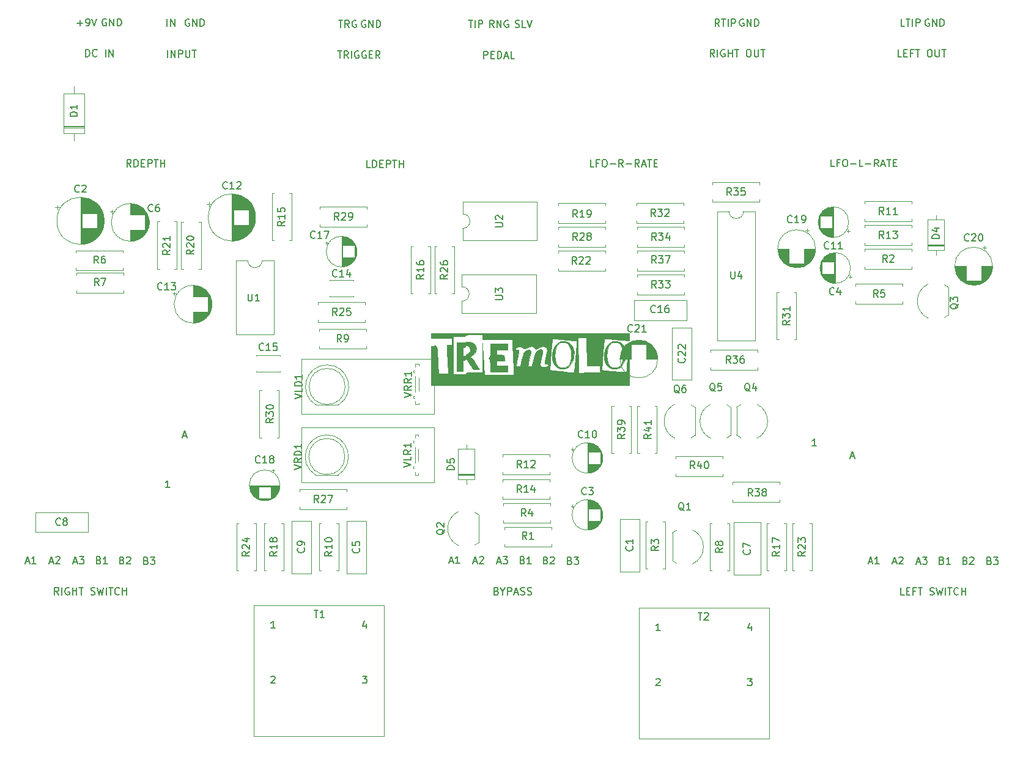
<source format=gbr>
G04 #@! TF.GenerationSoftware,KiCad,Pcbnew,5.1.6*
G04 #@! TF.CreationDate,2020-09-21T15:11:02+01:00*
G04 #@! TF.ProjectId,Tremolo,5472656d-6f6c-46f2-9e6b-696361645f70,V2.0*
G04 #@! TF.SameCoordinates,Original*
G04 #@! TF.FileFunction,Legend,Top*
G04 #@! TF.FilePolarity,Positive*
%FSLAX46Y46*%
G04 Gerber Fmt 4.6, Leading zero omitted, Abs format (unit mm)*
G04 Created by KiCad (PCBNEW 5.1.6) date 2020-09-21 15:11:02*
%MOMM*%
%LPD*%
G01*
G04 APERTURE LIST*
%ADD10C,0.120000*%
%ADD11C,0.150000*%
%ADD12C,0.010000*%
G04 APERTURE END LIST*
D10*
X121285000Y-95250000D02*
X102870000Y-95250000D01*
X121285000Y-102870000D02*
X121285000Y-95250000D01*
X102870000Y-102870000D02*
X121285000Y-102870000D01*
X102870000Y-95250000D02*
X102870000Y-102870000D01*
X102870000Y-85725000D02*
X121285000Y-85725000D01*
X121285000Y-93345000D02*
X121285000Y-85725000D01*
X102870000Y-93345000D02*
X121285000Y-93345000D01*
X102870000Y-85725000D02*
X102870000Y-93345000D01*
D11*
X186341570Y-118415060D02*
X185865380Y-118415060D01*
X185865380Y-117415060D01*
X186674903Y-117891251D02*
X187008237Y-117891251D01*
X187151094Y-118415060D02*
X186674903Y-118415060D01*
X186674903Y-117415060D01*
X187151094Y-117415060D01*
X187912999Y-117891251D02*
X187579665Y-117891251D01*
X187579665Y-118415060D02*
X187579665Y-117415060D01*
X188055856Y-117415060D01*
X188293951Y-117415060D02*
X188865380Y-117415060D01*
X188579665Y-118415060D02*
X188579665Y-117415060D01*
X189912999Y-118367441D02*
X190055856Y-118415060D01*
X190293951Y-118415060D01*
X190389189Y-118367441D01*
X190436808Y-118319822D01*
X190484427Y-118224584D01*
X190484427Y-118129346D01*
X190436808Y-118034108D01*
X190389189Y-117986489D01*
X190293951Y-117938870D01*
X190103475Y-117891251D01*
X190008237Y-117843632D01*
X189960618Y-117796013D01*
X189912999Y-117700775D01*
X189912999Y-117605537D01*
X189960618Y-117510299D01*
X190008237Y-117462680D01*
X190103475Y-117415060D01*
X190341570Y-117415060D01*
X190484427Y-117462680D01*
X190817760Y-117415060D02*
X191055856Y-118415060D01*
X191246332Y-117700775D01*
X191436808Y-118415060D01*
X191674903Y-117415060D01*
X192055856Y-118415060D02*
X192055856Y-117415060D01*
X192389189Y-117415060D02*
X192960618Y-117415060D01*
X192674903Y-118415060D02*
X192674903Y-117415060D01*
X193865380Y-118319822D02*
X193817760Y-118367441D01*
X193674903Y-118415060D01*
X193579665Y-118415060D01*
X193436808Y-118367441D01*
X193341570Y-118272203D01*
X193293951Y-118176965D01*
X193246332Y-117986489D01*
X193246332Y-117843632D01*
X193293951Y-117653156D01*
X193341570Y-117557918D01*
X193436808Y-117462680D01*
X193579665Y-117415060D01*
X193674903Y-117415060D01*
X193817760Y-117462680D01*
X193865380Y-117510299D01*
X194293951Y-118415060D02*
X194293951Y-117415060D01*
X194293951Y-117891251D02*
X194865380Y-117891251D01*
X194865380Y-118415060D02*
X194865380Y-117415060D01*
X129913024Y-117865851D02*
X130055881Y-117913470D01*
X130103500Y-117961089D01*
X130151120Y-118056327D01*
X130151120Y-118199184D01*
X130103500Y-118294422D01*
X130055881Y-118342041D01*
X129960643Y-118389660D01*
X129579691Y-118389660D01*
X129579691Y-117389660D01*
X129913024Y-117389660D01*
X130008262Y-117437280D01*
X130055881Y-117484899D01*
X130103500Y-117580137D01*
X130103500Y-117675375D01*
X130055881Y-117770613D01*
X130008262Y-117818232D01*
X129913024Y-117865851D01*
X129579691Y-117865851D01*
X130770167Y-117913470D02*
X130770167Y-118389660D01*
X130436834Y-117389660D02*
X130770167Y-117913470D01*
X131103500Y-117389660D01*
X131436834Y-118389660D02*
X131436834Y-117389660D01*
X131817786Y-117389660D01*
X131913024Y-117437280D01*
X131960643Y-117484899D01*
X132008262Y-117580137D01*
X132008262Y-117722994D01*
X131960643Y-117818232D01*
X131913024Y-117865851D01*
X131817786Y-117913470D01*
X131436834Y-117913470D01*
X132389215Y-118103946D02*
X132865405Y-118103946D01*
X132293977Y-118389660D02*
X132627310Y-117389660D01*
X132960643Y-118389660D01*
X133246358Y-118342041D02*
X133389215Y-118389660D01*
X133627310Y-118389660D01*
X133722548Y-118342041D01*
X133770167Y-118294422D01*
X133817786Y-118199184D01*
X133817786Y-118103946D01*
X133770167Y-118008708D01*
X133722548Y-117961089D01*
X133627310Y-117913470D01*
X133436834Y-117865851D01*
X133341596Y-117818232D01*
X133293977Y-117770613D01*
X133246358Y-117675375D01*
X133246358Y-117580137D01*
X133293977Y-117484899D01*
X133341596Y-117437280D01*
X133436834Y-117389660D01*
X133674929Y-117389660D01*
X133817786Y-117437280D01*
X134198739Y-118342041D02*
X134341596Y-118389660D01*
X134579691Y-118389660D01*
X134674929Y-118342041D01*
X134722548Y-118294422D01*
X134770167Y-118199184D01*
X134770167Y-118103946D01*
X134722548Y-118008708D01*
X134674929Y-117961089D01*
X134579691Y-117913470D01*
X134389215Y-117865851D01*
X134293977Y-117818232D01*
X134246358Y-117770613D01*
X134198739Y-117675375D01*
X134198739Y-117580137D01*
X134246358Y-117484899D01*
X134293977Y-117437280D01*
X134389215Y-117389660D01*
X134627310Y-117389660D01*
X134770167Y-117437280D01*
X69298418Y-118387120D02*
X68965084Y-117910930D01*
X68726989Y-118387120D02*
X68726989Y-117387120D01*
X69107941Y-117387120D01*
X69203180Y-117434740D01*
X69250799Y-117482359D01*
X69298418Y-117577597D01*
X69298418Y-117720454D01*
X69250799Y-117815692D01*
X69203180Y-117863311D01*
X69107941Y-117910930D01*
X68726989Y-117910930D01*
X69726989Y-118387120D02*
X69726989Y-117387120D01*
X70726989Y-117434740D02*
X70631751Y-117387120D01*
X70488894Y-117387120D01*
X70346037Y-117434740D01*
X70250799Y-117529978D01*
X70203180Y-117625216D01*
X70155560Y-117815692D01*
X70155560Y-117958549D01*
X70203180Y-118149025D01*
X70250799Y-118244263D01*
X70346037Y-118339501D01*
X70488894Y-118387120D01*
X70584132Y-118387120D01*
X70726989Y-118339501D01*
X70774608Y-118291882D01*
X70774608Y-117958549D01*
X70584132Y-117958549D01*
X71203180Y-118387120D02*
X71203180Y-117387120D01*
X71203180Y-117863311D02*
X71774608Y-117863311D01*
X71774608Y-118387120D02*
X71774608Y-117387120D01*
X72107941Y-117387120D02*
X72679370Y-117387120D01*
X72393656Y-118387120D02*
X72393656Y-117387120D01*
X73726989Y-118339501D02*
X73869846Y-118387120D01*
X74107941Y-118387120D01*
X74203180Y-118339501D01*
X74250799Y-118291882D01*
X74298418Y-118196644D01*
X74298418Y-118101406D01*
X74250799Y-118006168D01*
X74203180Y-117958549D01*
X74107941Y-117910930D01*
X73917465Y-117863311D01*
X73822227Y-117815692D01*
X73774608Y-117768073D01*
X73726989Y-117672835D01*
X73726989Y-117577597D01*
X73774608Y-117482359D01*
X73822227Y-117434740D01*
X73917465Y-117387120D01*
X74155560Y-117387120D01*
X74298418Y-117434740D01*
X74631751Y-117387120D02*
X74869846Y-118387120D01*
X75060322Y-117672835D01*
X75250799Y-118387120D01*
X75488894Y-117387120D01*
X75869846Y-118387120D02*
X75869846Y-117387120D01*
X76203180Y-117387120D02*
X76774608Y-117387120D01*
X76488894Y-118387120D02*
X76488894Y-117387120D01*
X77679370Y-118291882D02*
X77631751Y-118339501D01*
X77488894Y-118387120D01*
X77393656Y-118387120D01*
X77250799Y-118339501D01*
X77155560Y-118244263D01*
X77107941Y-118149025D01*
X77060322Y-117958549D01*
X77060322Y-117815692D01*
X77107941Y-117625216D01*
X77155560Y-117529978D01*
X77250799Y-117434740D01*
X77393656Y-117387120D01*
X77488894Y-117387120D01*
X77631751Y-117434740D01*
X77679370Y-117482359D01*
X78107941Y-118387120D02*
X78107941Y-117387120D01*
X78107941Y-117863311D02*
X78679370Y-117863311D01*
X78679370Y-118387120D02*
X78679370Y-117387120D01*
X191576058Y-113626591D02*
X191718915Y-113674210D01*
X191766534Y-113721829D01*
X191814153Y-113817067D01*
X191814153Y-113959924D01*
X191766534Y-114055162D01*
X191718915Y-114102781D01*
X191623677Y-114150400D01*
X191242724Y-114150400D01*
X191242724Y-113150400D01*
X191576058Y-113150400D01*
X191671296Y-113198020D01*
X191718915Y-113245639D01*
X191766534Y-113340877D01*
X191766534Y-113436115D01*
X191718915Y-113531353D01*
X191671296Y-113578972D01*
X191576058Y-113626591D01*
X191242724Y-113626591D01*
X192766534Y-114150400D02*
X192195105Y-114150400D01*
X192480820Y-114150400D02*
X192480820Y-113150400D01*
X192385581Y-113293258D01*
X192290343Y-113388496D01*
X192195105Y-113436115D01*
X184761594Y-113839286D02*
X185237784Y-113839286D01*
X184666356Y-114125000D02*
X184999689Y-113125000D01*
X185333022Y-114125000D01*
X185618737Y-113220239D02*
X185666356Y-113172620D01*
X185761594Y-113125000D01*
X185999689Y-113125000D01*
X186094927Y-113172620D01*
X186142546Y-113220239D01*
X186190165Y-113315477D01*
X186190165Y-113410715D01*
X186142546Y-113553572D01*
X185571118Y-114125000D01*
X186190165Y-114125000D01*
X198144498Y-113677391D02*
X198287355Y-113725010D01*
X198334974Y-113772629D01*
X198382593Y-113867867D01*
X198382593Y-114010724D01*
X198334974Y-114105962D01*
X198287355Y-114153581D01*
X198192117Y-114201200D01*
X197811164Y-114201200D01*
X197811164Y-113201200D01*
X198144498Y-113201200D01*
X198239736Y-113248820D01*
X198287355Y-113296439D01*
X198334974Y-113391677D01*
X198334974Y-113486915D01*
X198287355Y-113582153D01*
X198239736Y-113629772D01*
X198144498Y-113677391D01*
X197811164Y-113677391D01*
X198715926Y-113201200D02*
X199334974Y-113201200D01*
X199001640Y-113582153D01*
X199144498Y-113582153D01*
X199239736Y-113629772D01*
X199287355Y-113677391D01*
X199334974Y-113772629D01*
X199334974Y-114010724D01*
X199287355Y-114105962D01*
X199239736Y-114153581D01*
X199144498Y-114201200D01*
X198858783Y-114201200D01*
X198763545Y-114153581D01*
X198715926Y-114105962D01*
X181439274Y-113808806D02*
X181915464Y-113808806D01*
X181344036Y-114094520D02*
X181677369Y-113094520D01*
X182010702Y-114094520D01*
X182867845Y-114094520D02*
X182296417Y-114094520D01*
X182582131Y-114094520D02*
X182582131Y-113094520D01*
X182486893Y-113237378D01*
X182391655Y-113332616D01*
X182296417Y-113380235D01*
X188076294Y-113864686D02*
X188552484Y-113864686D01*
X187981056Y-114150400D02*
X188314389Y-113150400D01*
X188647722Y-114150400D01*
X188885818Y-113150400D02*
X189504865Y-113150400D01*
X189171532Y-113531353D01*
X189314389Y-113531353D01*
X189409627Y-113578972D01*
X189457246Y-113626591D01*
X189504865Y-113721829D01*
X189504865Y-113959924D01*
X189457246Y-114055162D01*
X189409627Y-114102781D01*
X189314389Y-114150400D01*
X189028675Y-114150400D01*
X188933437Y-114102781D01*
X188885818Y-114055162D01*
X194794238Y-113641831D02*
X194937095Y-113689450D01*
X194984714Y-113737069D01*
X195032333Y-113832307D01*
X195032333Y-113975164D01*
X194984714Y-114070402D01*
X194937095Y-114118021D01*
X194841857Y-114165640D01*
X194460904Y-114165640D01*
X194460904Y-113165640D01*
X194794238Y-113165640D01*
X194889476Y-113213260D01*
X194937095Y-113260879D01*
X194984714Y-113356117D01*
X194984714Y-113451355D01*
X194937095Y-113546593D01*
X194889476Y-113594212D01*
X194794238Y-113641831D01*
X194460904Y-113641831D01*
X195413285Y-113260879D02*
X195460904Y-113213260D01*
X195556142Y-113165640D01*
X195794238Y-113165640D01*
X195889476Y-113213260D01*
X195937095Y-113260879D01*
X195984714Y-113356117D01*
X195984714Y-113451355D01*
X195937095Y-113594212D01*
X195365666Y-114165640D01*
X195984714Y-114165640D01*
X140069938Y-113636751D02*
X140212795Y-113684370D01*
X140260414Y-113731989D01*
X140308033Y-113827227D01*
X140308033Y-113970084D01*
X140260414Y-114065322D01*
X140212795Y-114112941D01*
X140117557Y-114160560D01*
X139736604Y-114160560D01*
X139736604Y-113160560D01*
X140069938Y-113160560D01*
X140165176Y-113208180D01*
X140212795Y-113255799D01*
X140260414Y-113351037D01*
X140260414Y-113446275D01*
X140212795Y-113541513D01*
X140165176Y-113589132D01*
X140069938Y-113636751D01*
X139736604Y-113636751D01*
X140641366Y-113160560D02*
X141260414Y-113160560D01*
X140927080Y-113541513D01*
X141069938Y-113541513D01*
X141165176Y-113589132D01*
X141212795Y-113636751D01*
X141260414Y-113731989D01*
X141260414Y-113970084D01*
X141212795Y-114065322D01*
X141165176Y-114112941D01*
X141069938Y-114160560D01*
X140784223Y-114160560D01*
X140688985Y-114112941D01*
X140641366Y-114065322D01*
X130001734Y-113824046D02*
X130477924Y-113824046D01*
X129906496Y-114109760D02*
X130239829Y-113109760D01*
X130573162Y-114109760D01*
X130811258Y-113109760D02*
X131430305Y-113109760D01*
X131096972Y-113490713D01*
X131239829Y-113490713D01*
X131335067Y-113538332D01*
X131382686Y-113585951D01*
X131430305Y-113681189D01*
X131430305Y-113919284D01*
X131382686Y-114014522D01*
X131335067Y-114062141D01*
X131239829Y-114109760D01*
X130954115Y-114109760D01*
X130858877Y-114062141D01*
X130811258Y-114014522D01*
X136719678Y-113601191D02*
X136862535Y-113648810D01*
X136910154Y-113696429D01*
X136957773Y-113791667D01*
X136957773Y-113934524D01*
X136910154Y-114029762D01*
X136862535Y-114077381D01*
X136767297Y-114125000D01*
X136386344Y-114125000D01*
X136386344Y-113125000D01*
X136719678Y-113125000D01*
X136814916Y-113172620D01*
X136862535Y-113220239D01*
X136910154Y-113315477D01*
X136910154Y-113410715D01*
X136862535Y-113505953D01*
X136814916Y-113553572D01*
X136719678Y-113601191D01*
X136386344Y-113601191D01*
X137338725Y-113220239D02*
X137386344Y-113172620D01*
X137481582Y-113125000D01*
X137719678Y-113125000D01*
X137814916Y-113172620D01*
X137862535Y-113220239D01*
X137910154Y-113315477D01*
X137910154Y-113410715D01*
X137862535Y-113553572D01*
X137291106Y-114125000D01*
X137910154Y-114125000D01*
X123364714Y-113768166D02*
X123840904Y-113768166D01*
X123269476Y-114053880D02*
X123602809Y-113053880D01*
X123936142Y-114053880D01*
X124793285Y-114053880D02*
X124221857Y-114053880D01*
X124507571Y-114053880D02*
X124507571Y-113053880D01*
X124412333Y-113196738D01*
X124317095Y-113291976D01*
X124221857Y-113339595D01*
X126687034Y-113798646D02*
X127163224Y-113798646D01*
X126591796Y-114084360D02*
X126925129Y-113084360D01*
X127258462Y-114084360D01*
X127544177Y-113179599D02*
X127591796Y-113131980D01*
X127687034Y-113084360D01*
X127925129Y-113084360D01*
X128020367Y-113131980D01*
X128067986Y-113179599D01*
X128115605Y-113274837D01*
X128115605Y-113370075D01*
X128067986Y-113512932D01*
X127496558Y-114084360D01*
X128115605Y-114084360D01*
X133501498Y-113585951D02*
X133644355Y-113633570D01*
X133691974Y-113681189D01*
X133739593Y-113776427D01*
X133739593Y-113919284D01*
X133691974Y-114014522D01*
X133644355Y-114062141D01*
X133549117Y-114109760D01*
X133168164Y-114109760D01*
X133168164Y-113109760D01*
X133501498Y-113109760D01*
X133596736Y-113157380D01*
X133644355Y-113204999D01*
X133691974Y-113300237D01*
X133691974Y-113395475D01*
X133644355Y-113490713D01*
X133596736Y-113538332D01*
X133501498Y-113585951D01*
X133168164Y-113585951D01*
X134691974Y-114109760D02*
X134120545Y-114109760D01*
X134406260Y-114109760D02*
X134406260Y-113109760D01*
X134311021Y-113252618D01*
X134215783Y-113347856D01*
X134120545Y-113395475D01*
X81401018Y-113641831D02*
X81543875Y-113689450D01*
X81591494Y-113737069D01*
X81639113Y-113832307D01*
X81639113Y-113975164D01*
X81591494Y-114070402D01*
X81543875Y-114118021D01*
X81448637Y-114165640D01*
X81067684Y-114165640D01*
X81067684Y-113165640D01*
X81401018Y-113165640D01*
X81496256Y-113213260D01*
X81543875Y-113260879D01*
X81591494Y-113356117D01*
X81591494Y-113451355D01*
X81543875Y-113546593D01*
X81496256Y-113594212D01*
X81401018Y-113641831D01*
X81067684Y-113641831D01*
X81972446Y-113165640D02*
X82591494Y-113165640D01*
X82258160Y-113546593D01*
X82401018Y-113546593D01*
X82496256Y-113594212D01*
X82543875Y-113641831D01*
X82591494Y-113737069D01*
X82591494Y-113975164D01*
X82543875Y-114070402D01*
X82496256Y-114118021D01*
X82401018Y-114165640D01*
X82115303Y-114165640D01*
X82020065Y-114118021D01*
X81972446Y-114070402D01*
X78050758Y-113606271D02*
X78193615Y-113653890D01*
X78241234Y-113701509D01*
X78288853Y-113796747D01*
X78288853Y-113939604D01*
X78241234Y-114034842D01*
X78193615Y-114082461D01*
X78098377Y-114130080D01*
X77717424Y-114130080D01*
X77717424Y-113130080D01*
X78050758Y-113130080D01*
X78145996Y-113177700D01*
X78193615Y-113225319D01*
X78241234Y-113320557D01*
X78241234Y-113415795D01*
X78193615Y-113511033D01*
X78145996Y-113558652D01*
X78050758Y-113606271D01*
X77717424Y-113606271D01*
X78669805Y-113225319D02*
X78717424Y-113177700D01*
X78812662Y-113130080D01*
X79050758Y-113130080D01*
X79145996Y-113177700D01*
X79193615Y-113225319D01*
X79241234Y-113320557D01*
X79241234Y-113415795D01*
X79193615Y-113558652D01*
X78622186Y-114130080D01*
X79241234Y-114130080D01*
X74832578Y-113591031D02*
X74975435Y-113638650D01*
X75023054Y-113686269D01*
X75070673Y-113781507D01*
X75070673Y-113924364D01*
X75023054Y-114019602D01*
X74975435Y-114067221D01*
X74880197Y-114114840D01*
X74499244Y-114114840D01*
X74499244Y-113114840D01*
X74832578Y-113114840D01*
X74927816Y-113162460D01*
X74975435Y-113210079D01*
X75023054Y-113305317D01*
X75023054Y-113400555D01*
X74975435Y-113495793D01*
X74927816Y-113543412D01*
X74832578Y-113591031D01*
X74499244Y-113591031D01*
X76023054Y-114114840D02*
X75451625Y-114114840D01*
X75737340Y-114114840D02*
X75737340Y-113114840D01*
X75642101Y-113257698D01*
X75546863Y-113352936D01*
X75451625Y-113400555D01*
X71332814Y-113829126D02*
X71809004Y-113829126D01*
X71237576Y-114114840D02*
X71570909Y-113114840D01*
X71904242Y-114114840D01*
X72142338Y-113114840D02*
X72761385Y-113114840D01*
X72428052Y-113495793D01*
X72570909Y-113495793D01*
X72666147Y-113543412D01*
X72713766Y-113591031D01*
X72761385Y-113686269D01*
X72761385Y-113924364D01*
X72713766Y-114019602D01*
X72666147Y-114067221D01*
X72570909Y-114114840D01*
X72285195Y-114114840D01*
X72189957Y-114067221D01*
X72142338Y-114019602D01*
X68018114Y-113803726D02*
X68494304Y-113803726D01*
X67922876Y-114089440D02*
X68256209Y-113089440D01*
X68589542Y-114089440D01*
X68875257Y-113184679D02*
X68922876Y-113137060D01*
X69018114Y-113089440D01*
X69256209Y-113089440D01*
X69351447Y-113137060D01*
X69399066Y-113184679D01*
X69446685Y-113279917D01*
X69446685Y-113375155D01*
X69399066Y-113518012D01*
X68827638Y-114089440D01*
X69446685Y-114089440D01*
X64695794Y-113773246D02*
X65171984Y-113773246D01*
X64600556Y-114058960D02*
X64933889Y-113058960D01*
X65267222Y-114058960D01*
X66124365Y-114058960D02*
X65552937Y-114058960D01*
X65838651Y-114058960D02*
X65838651Y-113058960D01*
X65743413Y-113201818D01*
X65648175Y-113297056D01*
X65552937Y-113344675D01*
X176698780Y-59095900D02*
X176222590Y-59095900D01*
X176222590Y-58095900D01*
X177365447Y-58572091D02*
X177032114Y-58572091D01*
X177032114Y-59095900D02*
X177032114Y-58095900D01*
X177508304Y-58095900D01*
X178079733Y-58095900D02*
X178270209Y-58095900D01*
X178365447Y-58143520D01*
X178460685Y-58238758D01*
X178508304Y-58429234D01*
X178508304Y-58762567D01*
X178460685Y-58953043D01*
X178365447Y-59048281D01*
X178270209Y-59095900D01*
X178079733Y-59095900D01*
X177984495Y-59048281D01*
X177889257Y-58953043D01*
X177841638Y-58762567D01*
X177841638Y-58429234D01*
X177889257Y-58238758D01*
X177984495Y-58143520D01*
X178079733Y-58095900D01*
X178936876Y-58714948D02*
X179698780Y-58714948D01*
X180651161Y-59095900D02*
X180174971Y-59095900D01*
X180174971Y-58095900D01*
X180984495Y-58714948D02*
X181746400Y-58714948D01*
X182794019Y-59095900D02*
X182460685Y-58619710D01*
X182222590Y-59095900D02*
X182222590Y-58095900D01*
X182603542Y-58095900D01*
X182698780Y-58143520D01*
X182746400Y-58191139D01*
X182794019Y-58286377D01*
X182794019Y-58429234D01*
X182746400Y-58524472D01*
X182698780Y-58572091D01*
X182603542Y-58619710D01*
X182222590Y-58619710D01*
X183174971Y-58810186D02*
X183651161Y-58810186D01*
X183079733Y-59095900D02*
X183413066Y-58095900D01*
X183746400Y-59095900D01*
X183936876Y-58095900D02*
X184508304Y-58095900D01*
X184222590Y-59095900D02*
X184222590Y-58095900D01*
X184841638Y-58572091D02*
X185174971Y-58572091D01*
X185317828Y-59095900D02*
X184841638Y-59095900D01*
X184841638Y-58095900D01*
X185317828Y-58095900D01*
X143380342Y-59126380D02*
X142904152Y-59126380D01*
X142904152Y-58126380D01*
X144047009Y-58602571D02*
X143713676Y-58602571D01*
X143713676Y-59126380D02*
X143713676Y-58126380D01*
X144189866Y-58126380D01*
X144761295Y-58126380D02*
X144951771Y-58126380D01*
X145047009Y-58174000D01*
X145142247Y-58269238D01*
X145189866Y-58459714D01*
X145189866Y-58793047D01*
X145142247Y-58983523D01*
X145047009Y-59078761D01*
X144951771Y-59126380D01*
X144761295Y-59126380D01*
X144666057Y-59078761D01*
X144570819Y-58983523D01*
X144523200Y-58793047D01*
X144523200Y-58459714D01*
X144570819Y-58269238D01*
X144666057Y-58174000D01*
X144761295Y-58126380D01*
X145618438Y-58745428D02*
X146380342Y-58745428D01*
X147427961Y-59126380D02*
X147094628Y-58650190D01*
X146856533Y-59126380D02*
X146856533Y-58126380D01*
X147237485Y-58126380D01*
X147332723Y-58174000D01*
X147380342Y-58221619D01*
X147427961Y-58316857D01*
X147427961Y-58459714D01*
X147380342Y-58554952D01*
X147332723Y-58602571D01*
X147237485Y-58650190D01*
X146856533Y-58650190D01*
X147856533Y-58745428D02*
X148618438Y-58745428D01*
X149666057Y-59126380D02*
X149332723Y-58650190D01*
X149094628Y-59126380D02*
X149094628Y-58126380D01*
X149475580Y-58126380D01*
X149570819Y-58174000D01*
X149618438Y-58221619D01*
X149666057Y-58316857D01*
X149666057Y-58459714D01*
X149618438Y-58554952D01*
X149570819Y-58602571D01*
X149475580Y-58650190D01*
X149094628Y-58650190D01*
X150047009Y-58840666D02*
X150523200Y-58840666D01*
X149951771Y-59126380D02*
X150285104Y-58126380D01*
X150618438Y-59126380D01*
X150808914Y-58126380D02*
X151380342Y-58126380D01*
X151094628Y-59126380D02*
X151094628Y-58126380D01*
X151713676Y-58602571D02*
X152047009Y-58602571D01*
X152189866Y-59126380D02*
X151713676Y-59126380D01*
X151713676Y-58126380D01*
X152189866Y-58126380D01*
X112420020Y-59215280D02*
X111943830Y-59215280D01*
X111943830Y-58215280D01*
X112753354Y-59215280D02*
X112753354Y-58215280D01*
X112991449Y-58215280D01*
X113134306Y-58262900D01*
X113229544Y-58358138D01*
X113277163Y-58453376D01*
X113324782Y-58643852D01*
X113324782Y-58786709D01*
X113277163Y-58977185D01*
X113229544Y-59072423D01*
X113134306Y-59167661D01*
X112991449Y-59215280D01*
X112753354Y-59215280D01*
X113753354Y-58691471D02*
X114086687Y-58691471D01*
X114229544Y-59215280D02*
X113753354Y-59215280D01*
X113753354Y-58215280D01*
X114229544Y-58215280D01*
X114658116Y-59215280D02*
X114658116Y-58215280D01*
X115039068Y-58215280D01*
X115134306Y-58262900D01*
X115181925Y-58310519D01*
X115229544Y-58405757D01*
X115229544Y-58548614D01*
X115181925Y-58643852D01*
X115134306Y-58691471D01*
X115039068Y-58739090D01*
X114658116Y-58739090D01*
X115515259Y-58215280D02*
X116086687Y-58215280D01*
X115800973Y-59215280D02*
X115800973Y-58215280D01*
X116420020Y-59215280D02*
X116420020Y-58215280D01*
X116420020Y-58691471D02*
X116991449Y-58691471D01*
X116991449Y-59215280D02*
X116991449Y-58215280D01*
X79298420Y-59126380D02*
X78965087Y-58650190D01*
X78726992Y-59126380D02*
X78726992Y-58126380D01*
X79107944Y-58126380D01*
X79203182Y-58174000D01*
X79250801Y-58221619D01*
X79298420Y-58316857D01*
X79298420Y-58459714D01*
X79250801Y-58554952D01*
X79203182Y-58602571D01*
X79107944Y-58650190D01*
X78726992Y-58650190D01*
X79726992Y-59126380D02*
X79726992Y-58126380D01*
X79965087Y-58126380D01*
X80107944Y-58174000D01*
X80203182Y-58269238D01*
X80250801Y-58364476D01*
X80298420Y-58554952D01*
X80298420Y-58697809D01*
X80250801Y-58888285D01*
X80203182Y-58983523D01*
X80107944Y-59078761D01*
X79965087Y-59126380D01*
X79726992Y-59126380D01*
X80726992Y-58602571D02*
X81060325Y-58602571D01*
X81203182Y-59126380D02*
X80726992Y-59126380D01*
X80726992Y-58126380D01*
X81203182Y-58126380D01*
X81631754Y-59126380D02*
X81631754Y-58126380D01*
X82012706Y-58126380D01*
X82107944Y-58174000D01*
X82155563Y-58221619D01*
X82203182Y-58316857D01*
X82203182Y-58459714D01*
X82155563Y-58554952D01*
X82107944Y-58602571D01*
X82012706Y-58650190D01*
X81631754Y-58650190D01*
X82488897Y-58126380D02*
X83060325Y-58126380D01*
X82774611Y-59126380D02*
X82774611Y-58126380D01*
X83393659Y-59126380D02*
X83393659Y-58126380D01*
X83393659Y-58602571D02*
X83965087Y-58602571D01*
X83965087Y-59126380D02*
X83965087Y-58126380D01*
X185980415Y-43909240D02*
X185504224Y-43909240D01*
X185504224Y-42909240D01*
X186313748Y-43385431D02*
X186647081Y-43385431D01*
X186789939Y-43909240D02*
X186313748Y-43909240D01*
X186313748Y-42909240D01*
X186789939Y-42909240D01*
X187551843Y-43385431D02*
X187218510Y-43385431D01*
X187218510Y-43909240D02*
X187218510Y-42909240D01*
X187694700Y-42909240D01*
X187932796Y-42909240D02*
X188504224Y-42909240D01*
X188218510Y-43909240D02*
X188218510Y-42909240D01*
X189789939Y-42909240D02*
X189980415Y-42909240D01*
X190075653Y-42956860D01*
X190170891Y-43052098D01*
X190218510Y-43242574D01*
X190218510Y-43575907D01*
X190170891Y-43766383D01*
X190075653Y-43861621D01*
X189980415Y-43909240D01*
X189789939Y-43909240D01*
X189694700Y-43861621D01*
X189599462Y-43766383D01*
X189551843Y-43575907D01*
X189551843Y-43242574D01*
X189599462Y-43052098D01*
X189694700Y-42956860D01*
X189789939Y-42909240D01*
X190647081Y-42909240D02*
X190647081Y-43718764D01*
X190694700Y-43814002D01*
X190742320Y-43861621D01*
X190837558Y-43909240D01*
X191028034Y-43909240D01*
X191123272Y-43861621D01*
X191170891Y-43814002D01*
X191218510Y-43718764D01*
X191218510Y-42909240D01*
X191551843Y-42909240D02*
X192123272Y-42909240D01*
X191837558Y-43909240D02*
X191837558Y-42909240D01*
X189788895Y-38725220D02*
X189693657Y-38677600D01*
X189550800Y-38677600D01*
X189407942Y-38725220D01*
X189312704Y-38820458D01*
X189265085Y-38915696D01*
X189217466Y-39106172D01*
X189217466Y-39249029D01*
X189265085Y-39439505D01*
X189312704Y-39534743D01*
X189407942Y-39629981D01*
X189550800Y-39677600D01*
X189646038Y-39677600D01*
X189788895Y-39629981D01*
X189836514Y-39582362D01*
X189836514Y-39249029D01*
X189646038Y-39249029D01*
X190265085Y-39677600D02*
X190265085Y-38677600D01*
X190836514Y-39677600D01*
X190836514Y-38677600D01*
X191312704Y-39677600D02*
X191312704Y-38677600D01*
X191550800Y-38677600D01*
X191693657Y-38725220D01*
X191788895Y-38820458D01*
X191836514Y-38915696D01*
X191884133Y-39106172D01*
X191884133Y-39249029D01*
X191836514Y-39439505D01*
X191788895Y-39534743D01*
X191693657Y-39629981D01*
X191550800Y-39677600D01*
X191312704Y-39677600D01*
X186406256Y-39659820D02*
X185930065Y-39659820D01*
X185930065Y-38659820D01*
X186596732Y-38659820D02*
X187168160Y-38659820D01*
X186882446Y-39659820D02*
X186882446Y-38659820D01*
X187501494Y-39659820D02*
X187501494Y-38659820D01*
X187977684Y-39659820D02*
X187977684Y-38659820D01*
X188358637Y-38659820D01*
X188453875Y-38707440D01*
X188501494Y-38755059D01*
X188549113Y-38850297D01*
X188549113Y-38993154D01*
X188501494Y-39088392D01*
X188453875Y-39136011D01*
X188358637Y-39183630D01*
X187977684Y-39183630D01*
X160069922Y-43883840D02*
X159736589Y-43407650D01*
X159498494Y-43883840D02*
X159498494Y-42883840D01*
X159879446Y-42883840D01*
X159974684Y-42931460D01*
X160022303Y-42979079D01*
X160069922Y-43074317D01*
X160069922Y-43217174D01*
X160022303Y-43312412D01*
X159974684Y-43360031D01*
X159879446Y-43407650D01*
X159498494Y-43407650D01*
X160498494Y-43883840D02*
X160498494Y-42883840D01*
X161498494Y-42931460D02*
X161403256Y-42883840D01*
X161260399Y-42883840D01*
X161117541Y-42931460D01*
X161022303Y-43026698D01*
X160974684Y-43121936D01*
X160927065Y-43312412D01*
X160927065Y-43455269D01*
X160974684Y-43645745D01*
X161022303Y-43740983D01*
X161117541Y-43836221D01*
X161260399Y-43883840D01*
X161355637Y-43883840D01*
X161498494Y-43836221D01*
X161546113Y-43788602D01*
X161546113Y-43455269D01*
X161355637Y-43455269D01*
X161974684Y-43883840D02*
X161974684Y-42883840D01*
X161974684Y-43360031D02*
X162546113Y-43360031D01*
X162546113Y-43883840D02*
X162546113Y-42883840D01*
X162879446Y-42883840D02*
X163450875Y-42883840D01*
X163165160Y-43883840D02*
X163165160Y-42883840D01*
X164736589Y-42883840D02*
X164927065Y-42883840D01*
X165022303Y-42931460D01*
X165117541Y-43026698D01*
X165165160Y-43217174D01*
X165165160Y-43550507D01*
X165117541Y-43740983D01*
X165022303Y-43836221D01*
X164927065Y-43883840D01*
X164736589Y-43883840D01*
X164641351Y-43836221D01*
X164546113Y-43740983D01*
X164498494Y-43550507D01*
X164498494Y-43217174D01*
X164546113Y-43026698D01*
X164641351Y-42931460D01*
X164736589Y-42883840D01*
X165593732Y-42883840D02*
X165593732Y-43693364D01*
X165641351Y-43788602D01*
X165688970Y-43836221D01*
X165784208Y-43883840D01*
X165974684Y-43883840D01*
X166069922Y-43836221D01*
X166117541Y-43788602D01*
X166165160Y-43693364D01*
X166165160Y-42883840D01*
X166498494Y-42883840D02*
X167069922Y-42883840D01*
X166784208Y-43883840D02*
X166784208Y-42883840D01*
X164117115Y-38717600D02*
X164021877Y-38669980D01*
X163879020Y-38669980D01*
X163736162Y-38717600D01*
X163640924Y-38812838D01*
X163593305Y-38908076D01*
X163545686Y-39098552D01*
X163545686Y-39241409D01*
X163593305Y-39431885D01*
X163640924Y-39527123D01*
X163736162Y-39622361D01*
X163879020Y-39669980D01*
X163974258Y-39669980D01*
X164117115Y-39622361D01*
X164164734Y-39574742D01*
X164164734Y-39241409D01*
X163974258Y-39241409D01*
X164593305Y-39669980D02*
X164593305Y-38669980D01*
X165164734Y-39669980D01*
X165164734Y-38669980D01*
X165640924Y-39669980D02*
X165640924Y-38669980D01*
X165879020Y-38669980D01*
X166021877Y-38717600D01*
X166117115Y-38812838D01*
X166164734Y-38908076D01*
X166212353Y-39098552D01*
X166212353Y-39241409D01*
X166164734Y-39431885D01*
X166117115Y-39527123D01*
X166021877Y-39622361D01*
X165879020Y-39669980D01*
X165640924Y-39669980D01*
X160759876Y-39690300D02*
X160426542Y-39214110D01*
X160188447Y-39690300D02*
X160188447Y-38690300D01*
X160569400Y-38690300D01*
X160664638Y-38737920D01*
X160712257Y-38785539D01*
X160759876Y-38880777D01*
X160759876Y-39023634D01*
X160712257Y-39118872D01*
X160664638Y-39166491D01*
X160569400Y-39214110D01*
X160188447Y-39214110D01*
X161045590Y-38690300D02*
X161617019Y-38690300D01*
X161331304Y-39690300D02*
X161331304Y-38690300D01*
X161950352Y-39690300D02*
X161950352Y-38690300D01*
X162426542Y-39690300D02*
X162426542Y-38690300D01*
X162807495Y-38690300D01*
X162902733Y-38737920D01*
X162950352Y-38785539D01*
X162997971Y-38880777D01*
X162997971Y-39023634D01*
X162950352Y-39118872D01*
X162902733Y-39166491D01*
X162807495Y-39214110D01*
X162426542Y-39214110D01*
X128135000Y-44125140D02*
X128135000Y-43125140D01*
X128515953Y-43125140D01*
X128611191Y-43172760D01*
X128658810Y-43220379D01*
X128706429Y-43315617D01*
X128706429Y-43458474D01*
X128658810Y-43553712D01*
X128611191Y-43601331D01*
X128515953Y-43648950D01*
X128135000Y-43648950D01*
X129135000Y-43601331D02*
X129468334Y-43601331D01*
X129611191Y-44125140D02*
X129135000Y-44125140D01*
X129135000Y-43125140D01*
X129611191Y-43125140D01*
X130039762Y-44125140D02*
X130039762Y-43125140D01*
X130277858Y-43125140D01*
X130420715Y-43172760D01*
X130515953Y-43267998D01*
X130563572Y-43363236D01*
X130611191Y-43553712D01*
X130611191Y-43696569D01*
X130563572Y-43887045D01*
X130515953Y-43982283D01*
X130420715Y-44077521D01*
X130277858Y-44125140D01*
X130039762Y-44125140D01*
X130992143Y-43839426D02*
X131468334Y-43839426D01*
X130896905Y-44125140D02*
X131230239Y-43125140D01*
X131563572Y-44125140D01*
X132373096Y-44125140D02*
X131896905Y-44125140D01*
X131896905Y-43125140D01*
X129521674Y-39842700D02*
X129188340Y-39366510D01*
X128950245Y-39842700D02*
X128950245Y-38842700D01*
X129331198Y-38842700D01*
X129426436Y-38890320D01*
X129474055Y-38937939D01*
X129521674Y-39033177D01*
X129521674Y-39176034D01*
X129474055Y-39271272D01*
X129426436Y-39318891D01*
X129331198Y-39366510D01*
X128950245Y-39366510D01*
X129950245Y-39842700D02*
X129950245Y-38842700D01*
X130521674Y-39842700D01*
X130521674Y-38842700D01*
X131521674Y-38890320D02*
X131426436Y-38842700D01*
X131283579Y-38842700D01*
X131140721Y-38890320D01*
X131045483Y-38985558D01*
X130997864Y-39080796D01*
X130950245Y-39271272D01*
X130950245Y-39414129D01*
X130997864Y-39604605D01*
X131045483Y-39699843D01*
X131140721Y-39795081D01*
X131283579Y-39842700D01*
X131378817Y-39842700D01*
X131521674Y-39795081D01*
X131569293Y-39747462D01*
X131569293Y-39414129D01*
X131378817Y-39414129D01*
X132487492Y-39777301D02*
X132630349Y-39824920D01*
X132868444Y-39824920D01*
X132963682Y-39777301D01*
X133011301Y-39729682D01*
X133058920Y-39634444D01*
X133058920Y-39539206D01*
X133011301Y-39443968D01*
X132963682Y-39396349D01*
X132868444Y-39348730D01*
X132677968Y-39301111D01*
X132582730Y-39253492D01*
X132535111Y-39205873D01*
X132487492Y-39110635D01*
X132487492Y-39015397D01*
X132535111Y-38920159D01*
X132582730Y-38872540D01*
X132677968Y-38824920D01*
X132916063Y-38824920D01*
X133058920Y-38872540D01*
X133963682Y-39824920D02*
X133487492Y-39824920D01*
X133487492Y-38824920D01*
X134154159Y-38824920D02*
X134487492Y-39824920D01*
X134820825Y-38824920D01*
X126034610Y-38837620D02*
X126606039Y-38837620D01*
X126320324Y-39837620D02*
X126320324Y-38837620D01*
X126939372Y-39837620D02*
X126939372Y-38837620D01*
X127415562Y-39837620D02*
X127415562Y-38837620D01*
X127796515Y-38837620D01*
X127891753Y-38885240D01*
X127939372Y-38932859D01*
X127986991Y-39028097D01*
X127986991Y-39170954D01*
X127939372Y-39266192D01*
X127891753Y-39313811D01*
X127796515Y-39361430D01*
X127415562Y-39361430D01*
X107899889Y-43092120D02*
X108471318Y-43092120D01*
X108185603Y-44092120D02*
X108185603Y-43092120D01*
X109376080Y-44092120D02*
X109042746Y-43615930D01*
X108804651Y-44092120D02*
X108804651Y-43092120D01*
X109185603Y-43092120D01*
X109280841Y-43139740D01*
X109328460Y-43187359D01*
X109376080Y-43282597D01*
X109376080Y-43425454D01*
X109328460Y-43520692D01*
X109280841Y-43568311D01*
X109185603Y-43615930D01*
X108804651Y-43615930D01*
X109804651Y-44092120D02*
X109804651Y-43092120D01*
X110804651Y-43139740D02*
X110709413Y-43092120D01*
X110566556Y-43092120D01*
X110423699Y-43139740D01*
X110328460Y-43234978D01*
X110280841Y-43330216D01*
X110233222Y-43520692D01*
X110233222Y-43663549D01*
X110280841Y-43854025D01*
X110328460Y-43949263D01*
X110423699Y-44044501D01*
X110566556Y-44092120D01*
X110661794Y-44092120D01*
X110804651Y-44044501D01*
X110852270Y-43996882D01*
X110852270Y-43663549D01*
X110661794Y-43663549D01*
X111804651Y-43139740D02*
X111709413Y-43092120D01*
X111566556Y-43092120D01*
X111423699Y-43139740D01*
X111328460Y-43234978D01*
X111280841Y-43330216D01*
X111233222Y-43520692D01*
X111233222Y-43663549D01*
X111280841Y-43854025D01*
X111328460Y-43949263D01*
X111423699Y-44044501D01*
X111566556Y-44092120D01*
X111661794Y-44092120D01*
X111804651Y-44044501D01*
X111852270Y-43996882D01*
X111852270Y-43663549D01*
X111661794Y-43663549D01*
X112280841Y-43568311D02*
X112614175Y-43568311D01*
X112757032Y-44092120D02*
X112280841Y-44092120D01*
X112280841Y-43092120D01*
X112757032Y-43092120D01*
X113757032Y-44092120D02*
X113423699Y-43615930D01*
X113185603Y-44092120D02*
X113185603Y-43092120D01*
X113566556Y-43092120D01*
X113661794Y-43139740D01*
X113709413Y-43187359D01*
X113757032Y-43282597D01*
X113757032Y-43425454D01*
X113709413Y-43520692D01*
X113661794Y-43568311D01*
X113566556Y-43615930D01*
X113185603Y-43615930D01*
X111760095Y-38885240D02*
X111664857Y-38837620D01*
X111522000Y-38837620D01*
X111379142Y-38885240D01*
X111283904Y-38980478D01*
X111236285Y-39075716D01*
X111188666Y-39266192D01*
X111188666Y-39409049D01*
X111236285Y-39599525D01*
X111283904Y-39694763D01*
X111379142Y-39790001D01*
X111522000Y-39837620D01*
X111617238Y-39837620D01*
X111760095Y-39790001D01*
X111807714Y-39742382D01*
X111807714Y-39409049D01*
X111617238Y-39409049D01*
X112236285Y-39837620D02*
X112236285Y-38837620D01*
X112807714Y-39837620D01*
X112807714Y-38837620D01*
X113283904Y-39837620D02*
X113283904Y-38837620D01*
X113522000Y-38837620D01*
X113664857Y-38885240D01*
X113760095Y-38980478D01*
X113807714Y-39075716D01*
X113855333Y-39266192D01*
X113855333Y-39409049D01*
X113807714Y-39599525D01*
X113760095Y-39694763D01*
X113664857Y-39790001D01*
X113522000Y-39837620D01*
X113283904Y-39837620D01*
X108035885Y-38837620D02*
X108607314Y-38837620D01*
X108321600Y-39837620D02*
X108321600Y-38837620D01*
X109512076Y-39837620D02*
X109178742Y-39361430D01*
X108940647Y-39837620D02*
X108940647Y-38837620D01*
X109321600Y-38837620D01*
X109416838Y-38885240D01*
X109464457Y-38932859D01*
X109512076Y-39028097D01*
X109512076Y-39170954D01*
X109464457Y-39266192D01*
X109416838Y-39313811D01*
X109321600Y-39361430D01*
X108940647Y-39361430D01*
X110464457Y-38885240D02*
X110369219Y-38837620D01*
X110226361Y-38837620D01*
X110083504Y-38885240D01*
X109988266Y-38980478D01*
X109940647Y-39075716D01*
X109893028Y-39266192D01*
X109893028Y-39409049D01*
X109940647Y-39599525D01*
X109988266Y-39694763D01*
X110083504Y-39790001D01*
X110226361Y-39837620D01*
X110321600Y-39837620D01*
X110464457Y-39790001D01*
X110512076Y-39742382D01*
X110512076Y-39409049D01*
X110321600Y-39409049D01*
X84345068Y-43975280D02*
X84345068Y-42975280D01*
X84821259Y-43975280D02*
X84821259Y-42975280D01*
X85392687Y-43975280D01*
X85392687Y-42975280D01*
X85868878Y-43975280D02*
X85868878Y-42975280D01*
X86249830Y-42975280D01*
X86345068Y-43022900D01*
X86392687Y-43070519D01*
X86440306Y-43165757D01*
X86440306Y-43308614D01*
X86392687Y-43403852D01*
X86345068Y-43451471D01*
X86249830Y-43499090D01*
X85868878Y-43499090D01*
X86868878Y-42975280D02*
X86868878Y-43784804D01*
X86916497Y-43880042D01*
X86964116Y-43927661D01*
X87059354Y-43975280D01*
X87249830Y-43975280D01*
X87345068Y-43927661D01*
X87392687Y-43880042D01*
X87440306Y-43784804D01*
X87440306Y-42975280D01*
X87773640Y-42975280D02*
X88345068Y-42975280D01*
X88059354Y-43975280D02*
X88059354Y-42975280D01*
X87355775Y-38720140D02*
X87260537Y-38672520D01*
X87117680Y-38672520D01*
X86974822Y-38720140D01*
X86879584Y-38815378D01*
X86831965Y-38910616D01*
X86784346Y-39101092D01*
X86784346Y-39243949D01*
X86831965Y-39434425D01*
X86879584Y-39529663D01*
X86974822Y-39624901D01*
X87117680Y-39672520D01*
X87212918Y-39672520D01*
X87355775Y-39624901D01*
X87403394Y-39577282D01*
X87403394Y-39243949D01*
X87212918Y-39243949D01*
X87831965Y-39672520D02*
X87831965Y-38672520D01*
X88403394Y-39672520D01*
X88403394Y-38672520D01*
X88879584Y-39672520D02*
X88879584Y-38672520D01*
X89117680Y-38672520D01*
X89260537Y-38720140D01*
X89355775Y-38815378D01*
X89403394Y-38910616D01*
X89451013Y-39101092D01*
X89451013Y-39243949D01*
X89403394Y-39434425D01*
X89355775Y-39529663D01*
X89260537Y-39624901D01*
X89117680Y-39672520D01*
X88879584Y-39672520D01*
X84294410Y-39690300D02*
X84294410Y-38690300D01*
X84770600Y-39690300D02*
X84770600Y-38690300D01*
X85342029Y-39690300D01*
X85342029Y-38690300D01*
X73004918Y-43876220D02*
X73004918Y-42876220D01*
X73243013Y-42876220D01*
X73385870Y-42923840D01*
X73481108Y-43019078D01*
X73528727Y-43114316D01*
X73576346Y-43304792D01*
X73576346Y-43447649D01*
X73528727Y-43638125D01*
X73481108Y-43733363D01*
X73385870Y-43828601D01*
X73243013Y-43876220D01*
X73004918Y-43876220D01*
X74576346Y-43780982D02*
X74528727Y-43828601D01*
X74385870Y-43876220D01*
X74290632Y-43876220D01*
X74147775Y-43828601D01*
X74052537Y-43733363D01*
X74004918Y-43638125D01*
X73957299Y-43447649D01*
X73957299Y-43304792D01*
X74004918Y-43114316D01*
X74052537Y-43019078D01*
X74147775Y-42923840D01*
X74290632Y-42876220D01*
X74385870Y-42876220D01*
X74528727Y-42923840D01*
X74576346Y-42971459D01*
X75766822Y-43876220D02*
X75766822Y-42876220D01*
X76243013Y-43876220D02*
X76243013Y-42876220D01*
X76814441Y-43876220D01*
X76814441Y-42876220D01*
X75872435Y-38679500D02*
X75777197Y-38631880D01*
X75634340Y-38631880D01*
X75491482Y-38679500D01*
X75396244Y-38774738D01*
X75348625Y-38869976D01*
X75301006Y-39060452D01*
X75301006Y-39203309D01*
X75348625Y-39393785D01*
X75396244Y-39489023D01*
X75491482Y-39584261D01*
X75634340Y-39631880D01*
X75729578Y-39631880D01*
X75872435Y-39584261D01*
X75920054Y-39536642D01*
X75920054Y-39203309D01*
X75729578Y-39203309D01*
X76348625Y-39631880D02*
X76348625Y-38631880D01*
X76920054Y-39631880D01*
X76920054Y-38631880D01*
X77396244Y-39631880D02*
X77396244Y-38631880D01*
X77634340Y-38631880D01*
X77777197Y-38679500D01*
X77872435Y-38774738D01*
X77920054Y-38869976D01*
X77967673Y-39060452D01*
X77967673Y-39203309D01*
X77920054Y-39393785D01*
X77872435Y-39489023D01*
X77777197Y-39584261D01*
X77634340Y-39631880D01*
X77396244Y-39631880D01*
X71838345Y-39235688D02*
X72600250Y-39235688D01*
X72219298Y-39616640D02*
X72219298Y-38854736D01*
X73124060Y-39616640D02*
X73314536Y-39616640D01*
X73409774Y-39569021D01*
X73457393Y-39521402D01*
X73552631Y-39378545D01*
X73600250Y-39188069D01*
X73600250Y-38807117D01*
X73552631Y-38711879D01*
X73505012Y-38664260D01*
X73409774Y-38616640D01*
X73219298Y-38616640D01*
X73124060Y-38664260D01*
X73076440Y-38711879D01*
X73028821Y-38807117D01*
X73028821Y-39045212D01*
X73076440Y-39140450D01*
X73124060Y-39188069D01*
X73219298Y-39235688D01*
X73409774Y-39235688D01*
X73505012Y-39188069D01*
X73552631Y-39140450D01*
X73600250Y-39045212D01*
X73885964Y-38616640D02*
X74219298Y-39616640D01*
X74552631Y-38616640D01*
X84667054Y-103550980D02*
X84095625Y-103550980D01*
X84381340Y-103550980D02*
X84381340Y-102550980D01*
X84286101Y-102693838D01*
X84190863Y-102789076D01*
X84095625Y-102836695D01*
X86518144Y-96381866D02*
X86994335Y-96381866D01*
X86422906Y-96667580D02*
X86756240Y-95667580D01*
X87089573Y-96667580D01*
X174199514Y-97780100D02*
X173628085Y-97780100D01*
X173913800Y-97780100D02*
X173913800Y-96780100D01*
X173818561Y-96922958D01*
X173723323Y-97018196D01*
X173628085Y-97065815D01*
X178956364Y-99221586D02*
X179432555Y-99221586D01*
X178861126Y-99507300D02*
X179194460Y-98507300D01*
X179527793Y-99507300D01*
D12*
G36*
X148264880Y-83223852D02*
G01*
X147862713Y-83175226D01*
X147605880Y-83146975D01*
X147254053Y-83112092D01*
X146839273Y-83073325D01*
X146393580Y-83033420D01*
X145949012Y-82995127D01*
X145537611Y-82961191D01*
X145191416Y-82934360D01*
X144942466Y-82917383D01*
X144822802Y-82913006D01*
X144816960Y-82914047D01*
X144797620Y-83006772D01*
X144769649Y-83240412D01*
X144735167Y-83587335D01*
X144696295Y-84019913D01*
X144655151Y-84510516D01*
X144613858Y-85031515D01*
X144574534Y-85555281D01*
X144539301Y-86054183D01*
X144510277Y-86500593D01*
X144489584Y-86866880D01*
X144479342Y-87125416D01*
X144481670Y-87248571D01*
X144483885Y-87254580D01*
X144583410Y-87280542D01*
X144824692Y-87316956D01*
X145180715Y-87360536D01*
X145624460Y-87407996D01*
X146128911Y-87456049D01*
X146171735Y-87459879D01*
X146776162Y-87510788D01*
X147229220Y-87541790D01*
X147547643Y-87553350D01*
X147748166Y-87545934D01*
X147847524Y-87520006D01*
X147861361Y-87506857D01*
X147901117Y-87366978D01*
X147927371Y-87131118D01*
X147931646Y-87028020D01*
X147942388Y-86820662D01*
X147967250Y-86480171D01*
X148003338Y-86041888D01*
X148047759Y-85541157D01*
X148091081Y-85080686D01*
X148242489Y-83514353D01*
X148253684Y-86456520D01*
X148264880Y-89398686D01*
X120832880Y-89398686D01*
X120832880Y-83987693D01*
X121128575Y-83932220D01*
X121320513Y-83900949D01*
X121459371Y-83905321D01*
X121555268Y-83967747D01*
X121618323Y-84110643D01*
X121658656Y-84356421D01*
X121686386Y-84727497D01*
X121710485Y-85221127D01*
X121735488Y-85733319D01*
X121763480Y-86249102D01*
X121791364Y-86714653D01*
X121816043Y-87076150D01*
X121820532Y-87133853D01*
X121873226Y-87790020D01*
X123227842Y-87790020D01*
X123174559Y-87049186D01*
X123150482Y-86680397D01*
X123122654Y-86200474D01*
X123094277Y-85667473D01*
X123068549Y-85139452D01*
X123064902Y-85059520D01*
X123008528Y-83810686D01*
X123411429Y-83810686D01*
X123653910Y-83801291D01*
X123761225Y-83764585D01*
X123766916Y-83687790D01*
X123762938Y-83676761D01*
X123729208Y-83506897D01*
X123712082Y-83260274D01*
X123711546Y-83211095D01*
X123711546Y-82879353D01*
X120832880Y-82879353D01*
X120832880Y-82625353D01*
X123880880Y-82625353D01*
X123880880Y-87874686D01*
X124769880Y-87874686D01*
X125175846Y-87870793D01*
X125439938Y-87856509D01*
X125589492Y-87827929D01*
X125651843Y-87781149D01*
X125658880Y-87747686D01*
X125682992Y-87695651D01*
X125771761Y-87659686D01*
X125949831Y-87637052D01*
X126241849Y-87625012D01*
X126672459Y-87620826D01*
X126801880Y-87620686D01*
X127944880Y-87620686D01*
X127957279Y-85567520D01*
X127969678Y-83514353D01*
X128076966Y-85588686D01*
X128107073Y-86171060D01*
X128134518Y-86702441D01*
X128158007Y-87157745D01*
X128176247Y-87511892D01*
X128187944Y-87739799D01*
X128191567Y-87811186D01*
X128204800Y-87857697D01*
X128252490Y-87893358D01*
X128354377Y-87919597D01*
X128530204Y-87937839D01*
X128799715Y-87949508D01*
X129182650Y-87956031D01*
X129698753Y-87958832D01*
X130243624Y-87959353D01*
X132288369Y-87959353D01*
X132255519Y-87127853D01*
X137284428Y-87127853D01*
X137287183Y-87250874D01*
X137289441Y-87256803D01*
X137390319Y-87284527D01*
X137631613Y-87322801D01*
X137985004Y-87367966D01*
X138422170Y-87416366D01*
X138850346Y-87458417D01*
X139443190Y-87513364D01*
X139888609Y-87554398D01*
X140207792Y-87583177D01*
X140421929Y-87601362D01*
X140552210Y-87610611D01*
X140619825Y-87612583D01*
X140645963Y-87608939D01*
X140651816Y-87601336D01*
X140652404Y-87599520D01*
X140666435Y-87498961D01*
X140691256Y-87259706D01*
X140724553Y-86909024D01*
X140764015Y-86474183D01*
X140807326Y-85982451D01*
X140852175Y-85461097D01*
X140896248Y-84937388D01*
X140937231Y-84438595D01*
X140972811Y-83991984D01*
X141000675Y-83624825D01*
X141018510Y-83364385D01*
X141024001Y-83237934D01*
X141023063Y-83230297D01*
X140935156Y-83214524D01*
X140709915Y-83187529D01*
X140378359Y-83152196D01*
X139971506Y-83111408D01*
X139520376Y-83068047D01*
X139055987Y-83024996D01*
X138609358Y-82985138D01*
X138211508Y-82951356D01*
X137893456Y-82926533D01*
X137686220Y-82913551D01*
X137620293Y-82914043D01*
X137600621Y-83007143D01*
X137572460Y-83241150D01*
X137537916Y-83588426D01*
X137499094Y-84021334D01*
X137458099Y-84512237D01*
X137417038Y-85033497D01*
X137378016Y-85557477D01*
X137343139Y-86056541D01*
X137314511Y-86503049D01*
X137294239Y-86869366D01*
X137284428Y-87127853D01*
X132255519Y-87127853D01*
X132232341Y-86541186D01*
X132208629Y-85962641D01*
X132181826Y-85343728D01*
X132154727Y-84746949D01*
X132136410Y-84365611D01*
X132516880Y-84365611D01*
X132564670Y-84450794D01*
X132727757Y-84438319D01*
X132870285Y-84424349D01*
X132957340Y-84481150D01*
X132990475Y-84628202D01*
X132971243Y-84884982D01*
X132901195Y-85270969D01*
X132822650Y-85628943D01*
X132735673Y-86017480D01*
X132664795Y-86347647D01*
X132617583Y-86583248D01*
X132601546Y-86686291D01*
X132675835Y-86744835D01*
X132857953Y-86773454D01*
X132890786Y-86774020D01*
X133180026Y-86774020D01*
X133402873Y-85823670D01*
X133504464Y-85428832D01*
X133609793Y-85083806D01*
X133705461Y-84829133D01*
X133769800Y-84713287D01*
X134011207Y-84527664D01*
X134284688Y-84437041D01*
X134475396Y-84449235D01*
X134569595Y-84508383D01*
X134618345Y-84627053D01*
X134620756Y-84828138D01*
X134575935Y-85134530D01*
X134482993Y-85569120D01*
X134421770Y-85826913D01*
X134334987Y-86188389D01*
X134265448Y-86484266D01*
X134221455Y-86678823D01*
X134210213Y-86737080D01*
X134284698Y-86761620D01*
X134467560Y-86773745D01*
X134503283Y-86774020D01*
X134621854Y-86773979D01*
X134709283Y-86757573D01*
X134777549Y-86700380D01*
X134838637Y-86577975D01*
X134904527Y-86365934D01*
X134987202Y-86039834D01*
X135098644Y-85575251D01*
X135105569Y-85546353D01*
X135218874Y-85126018D01*
X135333330Y-84839194D01*
X135469362Y-84651155D01*
X135647394Y-84527181D01*
X135726134Y-84491366D01*
X135974287Y-84417839D01*
X136137474Y-84446606D01*
X136219290Y-84589041D01*
X136223329Y-84856520D01*
X136153186Y-85260418D01*
X136072880Y-85588686D01*
X135963281Y-86050214D01*
X135914480Y-86379730D01*
X135925000Y-86602689D01*
X135993367Y-86744546D01*
X136005146Y-86757086D01*
X136167507Y-86828077D01*
X136421691Y-86855484D01*
X136695605Y-86838213D01*
X136917157Y-86775170D01*
X136925112Y-86771041D01*
X137074362Y-86638401D01*
X137068503Y-86514767D01*
X136918645Y-86441467D01*
X136834880Y-86435353D01*
X136704950Y-86424606D01*
X136623187Y-86375950D01*
X136588164Y-86264761D01*
X136598449Y-86066415D01*
X136652614Y-85756289D01*
X136749229Y-85309759D01*
X136765375Y-85238000D01*
X136848247Y-84860192D01*
X136893257Y-84608089D01*
X136901922Y-84442707D01*
X136875758Y-84325060D01*
X136816282Y-84216163D01*
X136805756Y-84199965D01*
X136601450Y-84030777D01*
X136309916Y-83970086D01*
X135974381Y-84018428D01*
X135638069Y-84176335D01*
X135624611Y-84185346D01*
X135322046Y-84390672D01*
X135187511Y-84185346D01*
X134990348Y-84028516D01*
X134698898Y-83976427D01*
X134352364Y-84029634D01*
X134024336Y-84168824D01*
X133815092Y-84279303D01*
X133701316Y-84306769D01*
X133633805Y-84256204D01*
X133606435Y-84211157D01*
X133464860Y-84101907D01*
X133237301Y-84058767D01*
X132976417Y-84074272D01*
X132734867Y-84140957D01*
X132565307Y-84251357D01*
X132516880Y-84365611D01*
X132136410Y-84365611D01*
X132130127Y-84234807D01*
X132122558Y-84085853D01*
X132068803Y-83048686D01*
X127944880Y-83048686D01*
X127944880Y-82794686D01*
X141126287Y-82794686D01*
X141181917Y-84205208D01*
X141201910Y-84781162D01*
X141218701Y-85396367D01*
X141230866Y-85988533D01*
X141236986Y-86495370D01*
X141237438Y-86639375D01*
X141237329Y-87663020D01*
X142738905Y-87636163D01*
X143223078Y-87626689D01*
X143643821Y-87616900D01*
X143973905Y-87607560D01*
X144186101Y-87599427D01*
X144253739Y-87593830D01*
X144253604Y-87508593D01*
X144239025Y-87306328D01*
X144223166Y-87133853D01*
X144179335Y-86689353D01*
X142422880Y-86689353D01*
X142422570Y-85948520D01*
X142418257Y-85574318D01*
X142406716Y-85091290D01*
X142389663Y-84559703D01*
X142368817Y-84039827D01*
X142367066Y-84001186D01*
X142311873Y-82794686D01*
X141126287Y-82794686D01*
X127944880Y-82794686D01*
X127944880Y-82371353D01*
X126759546Y-82371353D01*
X126281492Y-82373895D01*
X125948457Y-82383255D01*
X125736183Y-82402031D01*
X125620409Y-82432823D01*
X125576874Y-82478230D01*
X125574213Y-82498353D01*
X125546235Y-82557576D01*
X125443732Y-82595598D01*
X125238853Y-82616597D01*
X124903745Y-82624752D01*
X124727546Y-82625353D01*
X123880880Y-82625353D01*
X120832880Y-82625353D01*
X120832880Y-82202020D01*
X148264880Y-82202020D01*
X148264880Y-83223852D01*
G37*
X148264880Y-83223852D02*
X147862713Y-83175226D01*
X147605880Y-83146975D01*
X147254053Y-83112092D01*
X146839273Y-83073325D01*
X146393580Y-83033420D01*
X145949012Y-82995127D01*
X145537611Y-82961191D01*
X145191416Y-82934360D01*
X144942466Y-82917383D01*
X144822802Y-82913006D01*
X144816960Y-82914047D01*
X144797620Y-83006772D01*
X144769649Y-83240412D01*
X144735167Y-83587335D01*
X144696295Y-84019913D01*
X144655151Y-84510516D01*
X144613858Y-85031515D01*
X144574534Y-85555281D01*
X144539301Y-86054183D01*
X144510277Y-86500593D01*
X144489584Y-86866880D01*
X144479342Y-87125416D01*
X144481670Y-87248571D01*
X144483885Y-87254580D01*
X144583410Y-87280542D01*
X144824692Y-87316956D01*
X145180715Y-87360536D01*
X145624460Y-87407996D01*
X146128911Y-87456049D01*
X146171735Y-87459879D01*
X146776162Y-87510788D01*
X147229220Y-87541790D01*
X147547643Y-87553350D01*
X147748166Y-87545934D01*
X147847524Y-87520006D01*
X147861361Y-87506857D01*
X147901117Y-87366978D01*
X147927371Y-87131118D01*
X147931646Y-87028020D01*
X147942388Y-86820662D01*
X147967250Y-86480171D01*
X148003338Y-86041888D01*
X148047759Y-85541157D01*
X148091081Y-85080686D01*
X148242489Y-83514353D01*
X148253684Y-86456520D01*
X148264880Y-89398686D01*
X120832880Y-89398686D01*
X120832880Y-83987693D01*
X121128575Y-83932220D01*
X121320513Y-83900949D01*
X121459371Y-83905321D01*
X121555268Y-83967747D01*
X121618323Y-84110643D01*
X121658656Y-84356421D01*
X121686386Y-84727497D01*
X121710485Y-85221127D01*
X121735488Y-85733319D01*
X121763480Y-86249102D01*
X121791364Y-86714653D01*
X121816043Y-87076150D01*
X121820532Y-87133853D01*
X121873226Y-87790020D01*
X123227842Y-87790020D01*
X123174559Y-87049186D01*
X123150482Y-86680397D01*
X123122654Y-86200474D01*
X123094277Y-85667473D01*
X123068549Y-85139452D01*
X123064902Y-85059520D01*
X123008528Y-83810686D01*
X123411429Y-83810686D01*
X123653910Y-83801291D01*
X123761225Y-83764585D01*
X123766916Y-83687790D01*
X123762938Y-83676761D01*
X123729208Y-83506897D01*
X123712082Y-83260274D01*
X123711546Y-83211095D01*
X123711546Y-82879353D01*
X120832880Y-82879353D01*
X120832880Y-82625353D01*
X123880880Y-82625353D01*
X123880880Y-87874686D01*
X124769880Y-87874686D01*
X125175846Y-87870793D01*
X125439938Y-87856509D01*
X125589492Y-87827929D01*
X125651843Y-87781149D01*
X125658880Y-87747686D01*
X125682992Y-87695651D01*
X125771761Y-87659686D01*
X125949831Y-87637052D01*
X126241849Y-87625012D01*
X126672459Y-87620826D01*
X126801880Y-87620686D01*
X127944880Y-87620686D01*
X127957279Y-85567520D01*
X127969678Y-83514353D01*
X128076966Y-85588686D01*
X128107073Y-86171060D01*
X128134518Y-86702441D01*
X128158007Y-87157745D01*
X128176247Y-87511892D01*
X128187944Y-87739799D01*
X128191567Y-87811186D01*
X128204800Y-87857697D01*
X128252490Y-87893358D01*
X128354377Y-87919597D01*
X128530204Y-87937839D01*
X128799715Y-87949508D01*
X129182650Y-87956031D01*
X129698753Y-87958832D01*
X130243624Y-87959353D01*
X132288369Y-87959353D01*
X132255519Y-87127853D01*
X137284428Y-87127853D01*
X137287183Y-87250874D01*
X137289441Y-87256803D01*
X137390319Y-87284527D01*
X137631613Y-87322801D01*
X137985004Y-87367966D01*
X138422170Y-87416366D01*
X138850346Y-87458417D01*
X139443190Y-87513364D01*
X139888609Y-87554398D01*
X140207792Y-87583177D01*
X140421929Y-87601362D01*
X140552210Y-87610611D01*
X140619825Y-87612583D01*
X140645963Y-87608939D01*
X140651816Y-87601336D01*
X140652404Y-87599520D01*
X140666435Y-87498961D01*
X140691256Y-87259706D01*
X140724553Y-86909024D01*
X140764015Y-86474183D01*
X140807326Y-85982451D01*
X140852175Y-85461097D01*
X140896248Y-84937388D01*
X140937231Y-84438595D01*
X140972811Y-83991984D01*
X141000675Y-83624825D01*
X141018510Y-83364385D01*
X141024001Y-83237934D01*
X141023063Y-83230297D01*
X140935156Y-83214524D01*
X140709915Y-83187529D01*
X140378359Y-83152196D01*
X139971506Y-83111408D01*
X139520376Y-83068047D01*
X139055987Y-83024996D01*
X138609358Y-82985138D01*
X138211508Y-82951356D01*
X137893456Y-82926533D01*
X137686220Y-82913551D01*
X137620293Y-82914043D01*
X137600621Y-83007143D01*
X137572460Y-83241150D01*
X137537916Y-83588426D01*
X137499094Y-84021334D01*
X137458099Y-84512237D01*
X137417038Y-85033497D01*
X137378016Y-85557477D01*
X137343139Y-86056541D01*
X137314511Y-86503049D01*
X137294239Y-86869366D01*
X137284428Y-87127853D01*
X132255519Y-87127853D01*
X132232341Y-86541186D01*
X132208629Y-85962641D01*
X132181826Y-85343728D01*
X132154727Y-84746949D01*
X132136410Y-84365611D01*
X132516880Y-84365611D01*
X132564670Y-84450794D01*
X132727757Y-84438319D01*
X132870285Y-84424349D01*
X132957340Y-84481150D01*
X132990475Y-84628202D01*
X132971243Y-84884982D01*
X132901195Y-85270969D01*
X132822650Y-85628943D01*
X132735673Y-86017480D01*
X132664795Y-86347647D01*
X132617583Y-86583248D01*
X132601546Y-86686291D01*
X132675835Y-86744835D01*
X132857953Y-86773454D01*
X132890786Y-86774020D01*
X133180026Y-86774020D01*
X133402873Y-85823670D01*
X133504464Y-85428832D01*
X133609793Y-85083806D01*
X133705461Y-84829133D01*
X133769800Y-84713287D01*
X134011207Y-84527664D01*
X134284688Y-84437041D01*
X134475396Y-84449235D01*
X134569595Y-84508383D01*
X134618345Y-84627053D01*
X134620756Y-84828138D01*
X134575935Y-85134530D01*
X134482993Y-85569120D01*
X134421770Y-85826913D01*
X134334987Y-86188389D01*
X134265448Y-86484266D01*
X134221455Y-86678823D01*
X134210213Y-86737080D01*
X134284698Y-86761620D01*
X134467560Y-86773745D01*
X134503283Y-86774020D01*
X134621854Y-86773979D01*
X134709283Y-86757573D01*
X134777549Y-86700380D01*
X134838637Y-86577975D01*
X134904527Y-86365934D01*
X134987202Y-86039834D01*
X135098644Y-85575251D01*
X135105569Y-85546353D01*
X135218874Y-85126018D01*
X135333330Y-84839194D01*
X135469362Y-84651155D01*
X135647394Y-84527181D01*
X135726134Y-84491366D01*
X135974287Y-84417839D01*
X136137474Y-84446606D01*
X136219290Y-84589041D01*
X136223329Y-84856520D01*
X136153186Y-85260418D01*
X136072880Y-85588686D01*
X135963281Y-86050214D01*
X135914480Y-86379730D01*
X135925000Y-86602689D01*
X135993367Y-86744546D01*
X136005146Y-86757086D01*
X136167507Y-86828077D01*
X136421691Y-86855484D01*
X136695605Y-86838213D01*
X136917157Y-86775170D01*
X136925112Y-86771041D01*
X137074362Y-86638401D01*
X137068503Y-86514767D01*
X136918645Y-86441467D01*
X136834880Y-86435353D01*
X136704950Y-86424606D01*
X136623187Y-86375950D01*
X136588164Y-86264761D01*
X136598449Y-86066415D01*
X136652614Y-85756289D01*
X136749229Y-85309759D01*
X136765375Y-85238000D01*
X136848247Y-84860192D01*
X136893257Y-84608089D01*
X136901922Y-84442707D01*
X136875758Y-84325060D01*
X136816282Y-84216163D01*
X136805756Y-84199965D01*
X136601450Y-84030777D01*
X136309916Y-83970086D01*
X135974381Y-84018428D01*
X135638069Y-84176335D01*
X135624611Y-84185346D01*
X135322046Y-84390672D01*
X135187511Y-84185346D01*
X134990348Y-84028516D01*
X134698898Y-83976427D01*
X134352364Y-84029634D01*
X134024336Y-84168824D01*
X133815092Y-84279303D01*
X133701316Y-84306769D01*
X133633805Y-84256204D01*
X133606435Y-84211157D01*
X133464860Y-84101907D01*
X133237301Y-84058767D01*
X132976417Y-84074272D01*
X132734867Y-84140957D01*
X132565307Y-84251357D01*
X132516880Y-84365611D01*
X132136410Y-84365611D01*
X132130127Y-84234807D01*
X132122558Y-84085853D01*
X132068803Y-83048686D01*
X127944880Y-83048686D01*
X127944880Y-82794686D01*
X141126287Y-82794686D01*
X141181917Y-84205208D01*
X141201910Y-84781162D01*
X141218701Y-85396367D01*
X141230866Y-85988533D01*
X141236986Y-86495370D01*
X141237438Y-86639375D01*
X141237329Y-87663020D01*
X142738905Y-87636163D01*
X143223078Y-87626689D01*
X143643821Y-87616900D01*
X143973905Y-87607560D01*
X144186101Y-87599427D01*
X144253739Y-87593830D01*
X144253604Y-87508593D01*
X144239025Y-87306328D01*
X144223166Y-87133853D01*
X144179335Y-86689353D01*
X142422880Y-86689353D01*
X142422570Y-85948520D01*
X142418257Y-85574318D01*
X142406716Y-85091290D01*
X142389663Y-84559703D01*
X142368817Y-84039827D01*
X142367066Y-84001186D01*
X142311873Y-82794686D01*
X141126287Y-82794686D01*
X127944880Y-82794686D01*
X127944880Y-82371353D01*
X126759546Y-82371353D01*
X126281492Y-82373895D01*
X125948457Y-82383255D01*
X125736183Y-82402031D01*
X125620409Y-82432823D01*
X125576874Y-82478230D01*
X125574213Y-82498353D01*
X125546235Y-82557576D01*
X125443732Y-82595598D01*
X125238853Y-82616597D01*
X124903745Y-82624752D01*
X124727546Y-82625353D01*
X123880880Y-82625353D01*
X120832880Y-82625353D01*
X120832880Y-82202020D01*
X148264880Y-82202020D01*
X148264880Y-83223852D01*
G36*
X146472176Y-83289413D02*
G01*
X146923146Y-83374840D01*
X147296108Y-83602863D01*
X147579598Y-83960365D01*
X147762152Y-84434230D01*
X147824376Y-84836371D01*
X147807434Y-85407112D01*
X147678735Y-85923490D01*
X147455485Y-86368184D01*
X147154891Y-86723868D01*
X146794159Y-86973221D01*
X146390496Y-87098920D01*
X145961108Y-87083642D01*
X145682546Y-86992683D01*
X145282387Y-86727527D01*
X145002095Y-86344375D01*
X144843074Y-85846225D01*
X144806727Y-85236079D01*
X144808202Y-85207686D01*
X145177743Y-85207686D01*
X145220834Y-85823486D01*
X145348563Y-86301600D01*
X145564868Y-86653207D01*
X145742585Y-86810758D01*
X146012905Y-86916443D01*
X146354745Y-86942142D01*
X146691608Y-86890117D01*
X146931301Y-86775605D01*
X147168063Y-86490974D01*
X147332696Y-86092617D01*
X147425228Y-85619997D01*
X147445687Y-85112577D01*
X147394100Y-84609820D01*
X147270495Y-84151191D01*
X147074899Y-83776152D01*
X146929076Y-83613011D01*
X146639465Y-83456833D01*
X146285154Y-83405980D01*
X145938442Y-83466256D01*
X145816524Y-83523699D01*
X145520278Y-83784251D01*
X145317701Y-84165446D01*
X145205224Y-84676690D01*
X145177743Y-85207686D01*
X144808202Y-85207686D01*
X144812104Y-85132598D01*
X144911469Y-84517107D01*
X145125581Y-84015709D01*
X145441959Y-83629698D01*
X145717918Y-83424320D01*
X146023674Y-83317451D01*
X146420967Y-83288697D01*
X146472176Y-83289413D01*
G37*
X146472176Y-83289413D02*
X146923146Y-83374840D01*
X147296108Y-83602863D01*
X147579598Y-83960365D01*
X147762152Y-84434230D01*
X147824376Y-84836371D01*
X147807434Y-85407112D01*
X147678735Y-85923490D01*
X147455485Y-86368184D01*
X147154891Y-86723868D01*
X146794159Y-86973221D01*
X146390496Y-87098920D01*
X145961108Y-87083642D01*
X145682546Y-86992683D01*
X145282387Y-86727527D01*
X145002095Y-86344375D01*
X144843074Y-85846225D01*
X144806727Y-85236079D01*
X144808202Y-85207686D01*
X145177743Y-85207686D01*
X145220834Y-85823486D01*
X145348563Y-86301600D01*
X145564868Y-86653207D01*
X145742585Y-86810758D01*
X146012905Y-86916443D01*
X146354745Y-86942142D01*
X146691608Y-86890117D01*
X146931301Y-86775605D01*
X147168063Y-86490974D01*
X147332696Y-86092617D01*
X147425228Y-85619997D01*
X147445687Y-85112577D01*
X147394100Y-84609820D01*
X147270495Y-84151191D01*
X147074899Y-83776152D01*
X146929076Y-83613011D01*
X146639465Y-83456833D01*
X146285154Y-83405980D01*
X145938442Y-83466256D01*
X145816524Y-83523699D01*
X145520278Y-83784251D01*
X145317701Y-84165446D01*
X145205224Y-84676690D01*
X145177743Y-85207686D01*
X144808202Y-85207686D01*
X144812104Y-85132598D01*
X144911469Y-84517107D01*
X145125581Y-84015709D01*
X145441959Y-83629698D01*
X145717918Y-83424320D01*
X146023674Y-83317451D01*
X146420967Y-83288697D01*
X146472176Y-83289413D01*
G36*
X131416213Y-84488020D02*
G01*
X129892213Y-84488020D01*
X129892213Y-85157273D01*
X130421380Y-85182479D01*
X130950546Y-85207686D01*
X130976352Y-85609853D01*
X131002157Y-86012020D01*
X129892213Y-86012020D01*
X129892213Y-86689353D01*
X131416213Y-86689353D01*
X131416213Y-87536020D01*
X129045546Y-87536020D01*
X129045546Y-86717186D01*
X129037662Y-86291802D01*
X129011328Y-86005208D01*
X128962527Y-85827476D01*
X128916410Y-85755659D01*
X128831420Y-85634046D01*
X128873489Y-85543557D01*
X128916410Y-85505792D01*
X128978172Y-85414882D01*
X129017698Y-85245569D01*
X129038858Y-84968311D01*
X129045522Y-84553566D01*
X129045546Y-84519986D01*
X129045546Y-83641353D01*
X131416213Y-83641353D01*
X131416213Y-84488020D01*
G37*
X131416213Y-84488020D02*
X129892213Y-84488020D01*
X129892213Y-85157273D01*
X130421380Y-85182479D01*
X130950546Y-85207686D01*
X130976352Y-85609853D01*
X131002157Y-86012020D01*
X129892213Y-86012020D01*
X129892213Y-86689353D01*
X131416213Y-86689353D01*
X131416213Y-87536020D01*
X129045546Y-87536020D01*
X129045546Y-86717186D01*
X129037662Y-86291802D01*
X129011328Y-86005208D01*
X128962527Y-85827476D01*
X128916410Y-85755659D01*
X128831420Y-85634046D01*
X128873489Y-85543557D01*
X128916410Y-85505792D01*
X128978172Y-85414882D01*
X129017698Y-85245569D01*
X129038858Y-84968311D01*
X129045522Y-84553566D01*
X129045546Y-84519986D01*
X129045546Y-83641353D01*
X131416213Y-83641353D01*
X131416213Y-84488020D01*
G36*
X125946836Y-83346012D02*
G01*
X126018713Y-83355794D01*
X126506426Y-83484562D01*
X126849056Y-83698888D01*
X127045849Y-83998096D01*
X127097896Y-84316358D01*
X127026173Y-84685290D01*
X126834381Y-85007002D01*
X126556396Y-85227421D01*
X126515560Y-85245872D01*
X126307724Y-85362448D01*
X126262716Y-85469128D01*
X126383013Y-85559751D01*
X126388583Y-85561920D01*
X126489245Y-85651263D01*
X126654863Y-85852017D01*
X126860393Y-86132159D01*
X127032030Y-86384763D01*
X127538441Y-87155020D01*
X127181641Y-87181528D01*
X126931991Y-87188692D01*
X126746309Y-87174100D01*
X126714340Y-87165633D01*
X126621513Y-87076226D01*
X126475318Y-86877641D01*
X126304046Y-86609041D01*
X126266694Y-86545956D01*
X126040259Y-86181718D01*
X125845029Y-85912548D01*
X125693907Y-85752585D01*
X125599794Y-85715963D01*
X125574213Y-85787231D01*
X125503990Y-85904490D01*
X125404880Y-85927353D01*
X125324427Y-85940085D01*
X125274436Y-85999769D01*
X125247743Y-86138632D01*
X125237186Y-86388905D01*
X125235546Y-86689353D01*
X125235546Y-87451353D01*
X124388880Y-87451353D01*
X124388880Y-84742020D01*
X125235546Y-84742020D01*
X125238659Y-85051655D01*
X125256782Y-85228866D01*
X125303093Y-85310551D01*
X125390772Y-85333607D01*
X125447213Y-85334686D01*
X125618454Y-85289776D01*
X125658880Y-85205029D01*
X125728468Y-85070562D01*
X125807046Y-85022826D01*
X126089737Y-84850471D01*
X126234937Y-84591773D01*
X126251546Y-84448746D01*
X126191196Y-84136946D01*
X126005662Y-83937264D01*
X125807046Y-83861561D01*
X125638832Y-83842268D01*
X125578832Y-83911446D01*
X125574213Y-83978406D01*
X125515151Y-84121017D01*
X125404880Y-84149353D01*
X125315890Y-84165342D01*
X125264909Y-84237449D01*
X125241591Y-84401881D01*
X125235593Y-84694843D01*
X125235546Y-84742020D01*
X124388880Y-84742020D01*
X124388880Y-83472020D01*
X125023880Y-83472020D01*
X125348577Y-83461345D01*
X125570982Y-83432243D01*
X125658615Y-83389096D01*
X125658880Y-83386352D01*
X125735410Y-83340618D01*
X125946836Y-83346012D01*
G37*
X125946836Y-83346012D02*
X126018713Y-83355794D01*
X126506426Y-83484562D01*
X126849056Y-83698888D01*
X127045849Y-83998096D01*
X127097896Y-84316358D01*
X127026173Y-84685290D01*
X126834381Y-85007002D01*
X126556396Y-85227421D01*
X126515560Y-85245872D01*
X126307724Y-85362448D01*
X126262716Y-85469128D01*
X126383013Y-85559751D01*
X126388583Y-85561920D01*
X126489245Y-85651263D01*
X126654863Y-85852017D01*
X126860393Y-86132159D01*
X127032030Y-86384763D01*
X127538441Y-87155020D01*
X127181641Y-87181528D01*
X126931991Y-87188692D01*
X126746309Y-87174100D01*
X126714340Y-87165633D01*
X126621513Y-87076226D01*
X126475318Y-86877641D01*
X126304046Y-86609041D01*
X126266694Y-86545956D01*
X126040259Y-86181718D01*
X125845029Y-85912548D01*
X125693907Y-85752585D01*
X125599794Y-85715963D01*
X125574213Y-85787231D01*
X125503990Y-85904490D01*
X125404880Y-85927353D01*
X125324427Y-85940085D01*
X125274436Y-85999769D01*
X125247743Y-86138632D01*
X125237186Y-86388905D01*
X125235546Y-86689353D01*
X125235546Y-87451353D01*
X124388880Y-87451353D01*
X124388880Y-84742020D01*
X125235546Y-84742020D01*
X125238659Y-85051655D01*
X125256782Y-85228866D01*
X125303093Y-85310551D01*
X125390772Y-85333607D01*
X125447213Y-85334686D01*
X125618454Y-85289776D01*
X125658880Y-85205029D01*
X125728468Y-85070562D01*
X125807046Y-85022826D01*
X126089737Y-84850471D01*
X126234937Y-84591773D01*
X126251546Y-84448746D01*
X126191196Y-84136946D01*
X126005662Y-83937264D01*
X125807046Y-83861561D01*
X125638832Y-83842268D01*
X125578832Y-83911446D01*
X125574213Y-83978406D01*
X125515151Y-84121017D01*
X125404880Y-84149353D01*
X125315890Y-84165342D01*
X125264909Y-84237449D01*
X125241591Y-84401881D01*
X125235593Y-84694843D01*
X125235546Y-84742020D01*
X124388880Y-84742020D01*
X124388880Y-83472020D01*
X125023880Y-83472020D01*
X125348577Y-83461345D01*
X125570982Y-83432243D01*
X125658615Y-83389096D01*
X125658880Y-83386352D01*
X125735410Y-83340618D01*
X125946836Y-83346012D01*
G36*
X139275509Y-83289413D02*
G01*
X139726479Y-83374840D01*
X140099442Y-83602863D01*
X140382932Y-83960365D01*
X140565486Y-84434230D01*
X140627709Y-84836371D01*
X140610768Y-85407112D01*
X140482069Y-85923490D01*
X140258819Y-86368184D01*
X139958224Y-86723868D01*
X139597492Y-86973221D01*
X139193829Y-87098920D01*
X138764442Y-87083642D01*
X138485880Y-86992683D01*
X138085720Y-86727527D01*
X137805428Y-86344375D01*
X137646407Y-85846225D01*
X137610061Y-85236079D01*
X137611536Y-85207686D01*
X137981076Y-85207686D01*
X138024168Y-85823486D01*
X138151896Y-86301600D01*
X138368201Y-86653207D01*
X138545918Y-86810758D01*
X138816238Y-86916443D01*
X139158078Y-86942142D01*
X139494941Y-86890117D01*
X139734634Y-86775605D01*
X139971396Y-86490974D01*
X140136030Y-86092617D01*
X140228562Y-85619997D01*
X140249020Y-85112577D01*
X140197433Y-84609820D01*
X140073828Y-84151191D01*
X139878233Y-83776152D01*
X139732410Y-83613011D01*
X139442799Y-83456833D01*
X139088487Y-83405980D01*
X138741775Y-83466256D01*
X138619857Y-83523699D01*
X138323611Y-83784251D01*
X138121034Y-84165446D01*
X138008557Y-84676690D01*
X137981076Y-85207686D01*
X137611536Y-85207686D01*
X137615438Y-85132598D01*
X137714802Y-84517107D01*
X137928915Y-84015709D01*
X138245292Y-83629698D01*
X138521252Y-83424320D01*
X138827008Y-83317451D01*
X139224301Y-83288697D01*
X139275509Y-83289413D01*
G37*
X139275509Y-83289413D02*
X139726479Y-83374840D01*
X140099442Y-83602863D01*
X140382932Y-83960365D01*
X140565486Y-84434230D01*
X140627709Y-84836371D01*
X140610768Y-85407112D01*
X140482069Y-85923490D01*
X140258819Y-86368184D01*
X139958224Y-86723868D01*
X139597492Y-86973221D01*
X139193829Y-87098920D01*
X138764442Y-87083642D01*
X138485880Y-86992683D01*
X138085720Y-86727527D01*
X137805428Y-86344375D01*
X137646407Y-85846225D01*
X137610061Y-85236079D01*
X137611536Y-85207686D01*
X137981076Y-85207686D01*
X138024168Y-85823486D01*
X138151896Y-86301600D01*
X138368201Y-86653207D01*
X138545918Y-86810758D01*
X138816238Y-86916443D01*
X139158078Y-86942142D01*
X139494941Y-86890117D01*
X139734634Y-86775605D01*
X139971396Y-86490974D01*
X140136030Y-86092617D01*
X140228562Y-85619997D01*
X140249020Y-85112577D01*
X140197433Y-84609820D01*
X140073828Y-84151191D01*
X139878233Y-83776152D01*
X139732410Y-83613011D01*
X139442799Y-83456833D01*
X139088487Y-83405980D01*
X138741775Y-83466256D01*
X138619857Y-83523699D01*
X138323611Y-83784251D01*
X138121034Y-84165446D01*
X138008557Y-84676690D01*
X137981076Y-85207686D01*
X137611536Y-85207686D01*
X137615438Y-85132598D01*
X137714802Y-84517107D01*
X137928915Y-84015709D01*
X138245292Y-83629698D01*
X138521252Y-83424320D01*
X138827008Y-83317451D01*
X139224301Y-83288697D01*
X139275509Y-83289413D01*
D10*
X146966000Y-107926000D02*
X149706000Y-107926000D01*
X146966000Y-115166000D02*
X149706000Y-115166000D01*
X149706000Y-115166000D02*
X149706000Y-107926000D01*
X146966000Y-115166000D02*
X146966000Y-107926000D01*
X69113639Y-64454960D02*
X69113639Y-65084960D01*
X68798639Y-64769960D02*
X69428639Y-64769960D01*
X75539880Y-66206960D02*
X75539880Y-67010960D01*
X75499880Y-65975960D02*
X75499880Y-67241960D01*
X75459880Y-65806960D02*
X75459880Y-67410960D01*
X75419880Y-65668960D02*
X75419880Y-67548960D01*
X75379880Y-65549960D02*
X75379880Y-67667960D01*
X75339880Y-65443960D02*
X75339880Y-67773960D01*
X75299880Y-65346960D02*
X75299880Y-67870960D01*
X75259880Y-65258960D02*
X75259880Y-67958960D01*
X75219880Y-65176960D02*
X75219880Y-68040960D01*
X75179880Y-65099960D02*
X75179880Y-68117960D01*
X75139880Y-65027960D02*
X75139880Y-68189960D01*
X75099880Y-64958960D02*
X75099880Y-68258960D01*
X75059880Y-64894960D02*
X75059880Y-68322960D01*
X75019880Y-64832960D02*
X75019880Y-68384960D01*
X74979880Y-64774960D02*
X74979880Y-68442960D01*
X74939880Y-64718960D02*
X74939880Y-68498960D01*
X74899880Y-64664960D02*
X74899880Y-68552960D01*
X74859880Y-64613960D02*
X74859880Y-68603960D01*
X74819880Y-64564960D02*
X74819880Y-68652960D01*
X74779880Y-64516960D02*
X74779880Y-68700960D01*
X74739880Y-64471960D02*
X74739880Y-68745960D01*
X74699880Y-64426960D02*
X74699880Y-68790960D01*
X74659880Y-64384960D02*
X74659880Y-68832960D01*
X74619880Y-64343960D02*
X74619880Y-68873960D01*
X74579880Y-67648960D02*
X74579880Y-68913960D01*
X74579880Y-64303960D02*
X74579880Y-65568960D01*
X74539880Y-67648960D02*
X74539880Y-68951960D01*
X74539880Y-64265960D02*
X74539880Y-65568960D01*
X74499880Y-67648960D02*
X74499880Y-68988960D01*
X74499880Y-64228960D02*
X74499880Y-65568960D01*
X74459880Y-67648960D02*
X74459880Y-69024960D01*
X74459880Y-64192960D02*
X74459880Y-65568960D01*
X74419880Y-67648960D02*
X74419880Y-69058960D01*
X74419880Y-64158960D02*
X74419880Y-65568960D01*
X74379880Y-67648960D02*
X74379880Y-69092960D01*
X74379880Y-64124960D02*
X74379880Y-65568960D01*
X74339880Y-67648960D02*
X74339880Y-69124960D01*
X74339880Y-64092960D02*
X74339880Y-65568960D01*
X74299880Y-67648960D02*
X74299880Y-69156960D01*
X74299880Y-64060960D02*
X74299880Y-65568960D01*
X74259880Y-67648960D02*
X74259880Y-69186960D01*
X74259880Y-64030960D02*
X74259880Y-65568960D01*
X74219880Y-67648960D02*
X74219880Y-69215960D01*
X74219880Y-64001960D02*
X74219880Y-65568960D01*
X74179880Y-67648960D02*
X74179880Y-69244960D01*
X74179880Y-63972960D02*
X74179880Y-65568960D01*
X74139880Y-67648960D02*
X74139880Y-69272960D01*
X74139880Y-63944960D02*
X74139880Y-65568960D01*
X74099880Y-67648960D02*
X74099880Y-69298960D01*
X74099880Y-63918960D02*
X74099880Y-65568960D01*
X74059880Y-67648960D02*
X74059880Y-69324960D01*
X74059880Y-63892960D02*
X74059880Y-65568960D01*
X74019880Y-67648960D02*
X74019880Y-69350960D01*
X74019880Y-63866960D02*
X74019880Y-65568960D01*
X73979880Y-67648960D02*
X73979880Y-69374960D01*
X73979880Y-63842960D02*
X73979880Y-65568960D01*
X73939880Y-67648960D02*
X73939880Y-69398960D01*
X73939880Y-63818960D02*
X73939880Y-65568960D01*
X73899880Y-67648960D02*
X73899880Y-69420960D01*
X73899880Y-63796960D02*
X73899880Y-65568960D01*
X73859880Y-67648960D02*
X73859880Y-69442960D01*
X73859880Y-63774960D02*
X73859880Y-65568960D01*
X73819880Y-67648960D02*
X73819880Y-69464960D01*
X73819880Y-63752960D02*
X73819880Y-65568960D01*
X73779880Y-67648960D02*
X73779880Y-69484960D01*
X73779880Y-63732960D02*
X73779880Y-65568960D01*
X73739880Y-67648960D02*
X73739880Y-69504960D01*
X73739880Y-63712960D02*
X73739880Y-65568960D01*
X73699880Y-67648960D02*
X73699880Y-69524960D01*
X73699880Y-63692960D02*
X73699880Y-65568960D01*
X73659880Y-67648960D02*
X73659880Y-69542960D01*
X73659880Y-63674960D02*
X73659880Y-65568960D01*
X73619880Y-67648960D02*
X73619880Y-69560960D01*
X73619880Y-63656960D02*
X73619880Y-65568960D01*
X73579880Y-67648960D02*
X73579880Y-69578960D01*
X73579880Y-63638960D02*
X73579880Y-65568960D01*
X73539880Y-67648960D02*
X73539880Y-69594960D01*
X73539880Y-63622960D02*
X73539880Y-65568960D01*
X73499880Y-67648960D02*
X73499880Y-69610960D01*
X73499880Y-63606960D02*
X73499880Y-65568960D01*
X73459880Y-67648960D02*
X73459880Y-69626960D01*
X73459880Y-63590960D02*
X73459880Y-65568960D01*
X73419880Y-67648960D02*
X73419880Y-69641960D01*
X73419880Y-63575960D02*
X73419880Y-65568960D01*
X73379880Y-67648960D02*
X73379880Y-69655960D01*
X73379880Y-63561960D02*
X73379880Y-65568960D01*
X73339880Y-67648960D02*
X73339880Y-69669960D01*
X73339880Y-63547960D02*
X73339880Y-65568960D01*
X73299880Y-67648960D02*
X73299880Y-69682960D01*
X73299880Y-63534960D02*
X73299880Y-65568960D01*
X73259880Y-67648960D02*
X73259880Y-69694960D01*
X73259880Y-63522960D02*
X73259880Y-65568960D01*
X73219880Y-67648960D02*
X73219880Y-69706960D01*
X73219880Y-63510960D02*
X73219880Y-65568960D01*
X73179880Y-67648960D02*
X73179880Y-69718960D01*
X73179880Y-63498960D02*
X73179880Y-65568960D01*
X73139880Y-67648960D02*
X73139880Y-69729960D01*
X73139880Y-63487960D02*
X73139880Y-65568960D01*
X73099880Y-67648960D02*
X73099880Y-69739960D01*
X73099880Y-63477960D02*
X73099880Y-65568960D01*
X73059880Y-67648960D02*
X73059880Y-69749960D01*
X73059880Y-63467960D02*
X73059880Y-65568960D01*
X73019880Y-67648960D02*
X73019880Y-69758960D01*
X73019880Y-63458960D02*
X73019880Y-65568960D01*
X72978880Y-67648960D02*
X72978880Y-69767960D01*
X72978880Y-63449960D02*
X72978880Y-65568960D01*
X72938880Y-67648960D02*
X72938880Y-69775960D01*
X72938880Y-63441960D02*
X72938880Y-65568960D01*
X72898880Y-67648960D02*
X72898880Y-69783960D01*
X72898880Y-63433960D02*
X72898880Y-65568960D01*
X72858880Y-67648960D02*
X72858880Y-69790960D01*
X72858880Y-63426960D02*
X72858880Y-65568960D01*
X72818880Y-67648960D02*
X72818880Y-69797960D01*
X72818880Y-63419960D02*
X72818880Y-65568960D01*
X72778880Y-67648960D02*
X72778880Y-69803960D01*
X72778880Y-63413960D02*
X72778880Y-65568960D01*
X72738880Y-67648960D02*
X72738880Y-69809960D01*
X72738880Y-63407960D02*
X72738880Y-65568960D01*
X72698880Y-67648960D02*
X72698880Y-69814960D01*
X72698880Y-63402960D02*
X72698880Y-65568960D01*
X72658880Y-67648960D02*
X72658880Y-69819960D01*
X72658880Y-63397960D02*
X72658880Y-65568960D01*
X72618880Y-67648960D02*
X72618880Y-69823960D01*
X72618880Y-63393960D02*
X72618880Y-65568960D01*
X72578880Y-67648960D02*
X72578880Y-69826960D01*
X72578880Y-63390960D02*
X72578880Y-65568960D01*
X72538880Y-67648960D02*
X72538880Y-69830960D01*
X72538880Y-63386960D02*
X72538880Y-65568960D01*
X72498880Y-63384960D02*
X72498880Y-69832960D01*
X72458880Y-63381960D02*
X72458880Y-69835960D01*
X72418880Y-63380960D02*
X72418880Y-69836960D01*
X72378880Y-63378960D02*
X72378880Y-69838960D01*
X72338880Y-63378960D02*
X72338880Y-69838960D01*
X72298880Y-63378960D02*
X72298880Y-69838960D01*
X75568880Y-66608960D02*
G75*
G03*
X75568880Y-66608960I-3270000J0D01*
G01*
X144598000Y-107315000D02*
G75*
G03*
X144598000Y-107315000I-2120000J0D01*
G01*
X142478000Y-105235000D02*
X142478000Y-109395000D01*
X142518000Y-105235000D02*
X142518000Y-109395000D01*
X142558000Y-105236000D02*
X142558000Y-109394000D01*
X142598000Y-105238000D02*
X142598000Y-109392000D01*
X142638000Y-105241000D02*
X142638000Y-109389000D01*
X142678000Y-105244000D02*
X142678000Y-106475000D01*
X142678000Y-108155000D02*
X142678000Y-109386000D01*
X142718000Y-105248000D02*
X142718000Y-106475000D01*
X142718000Y-108155000D02*
X142718000Y-109382000D01*
X142758000Y-105253000D02*
X142758000Y-106475000D01*
X142758000Y-108155000D02*
X142758000Y-109377000D01*
X142798000Y-105259000D02*
X142798000Y-106475000D01*
X142798000Y-108155000D02*
X142798000Y-109371000D01*
X142838000Y-105265000D02*
X142838000Y-106475000D01*
X142838000Y-108155000D02*
X142838000Y-109365000D01*
X142878000Y-105273000D02*
X142878000Y-106475000D01*
X142878000Y-108155000D02*
X142878000Y-109357000D01*
X142918000Y-105281000D02*
X142918000Y-106475000D01*
X142918000Y-108155000D02*
X142918000Y-109349000D01*
X142958000Y-105290000D02*
X142958000Y-106475000D01*
X142958000Y-108155000D02*
X142958000Y-109340000D01*
X142998000Y-105299000D02*
X142998000Y-106475000D01*
X142998000Y-108155000D02*
X142998000Y-109331000D01*
X143038000Y-105310000D02*
X143038000Y-106475000D01*
X143038000Y-108155000D02*
X143038000Y-109320000D01*
X143078000Y-105321000D02*
X143078000Y-106475000D01*
X143078000Y-108155000D02*
X143078000Y-109309000D01*
X143118000Y-105333000D02*
X143118000Y-106475000D01*
X143118000Y-108155000D02*
X143118000Y-109297000D01*
X143158000Y-105347000D02*
X143158000Y-106475000D01*
X143158000Y-108155000D02*
X143158000Y-109283000D01*
X143199000Y-105361000D02*
X143199000Y-106475000D01*
X143199000Y-108155000D02*
X143199000Y-109269000D01*
X143239000Y-105375000D02*
X143239000Y-106475000D01*
X143239000Y-108155000D02*
X143239000Y-109255000D01*
X143279000Y-105391000D02*
X143279000Y-106475000D01*
X143279000Y-108155000D02*
X143279000Y-109239000D01*
X143319000Y-105408000D02*
X143319000Y-106475000D01*
X143319000Y-108155000D02*
X143319000Y-109222000D01*
X143359000Y-105426000D02*
X143359000Y-106475000D01*
X143359000Y-108155000D02*
X143359000Y-109204000D01*
X143399000Y-105445000D02*
X143399000Y-106475000D01*
X143399000Y-108155000D02*
X143399000Y-109185000D01*
X143439000Y-105464000D02*
X143439000Y-106475000D01*
X143439000Y-108155000D02*
X143439000Y-109166000D01*
X143479000Y-105485000D02*
X143479000Y-106475000D01*
X143479000Y-108155000D02*
X143479000Y-109145000D01*
X143519000Y-105507000D02*
X143519000Y-106475000D01*
X143519000Y-108155000D02*
X143519000Y-109123000D01*
X143559000Y-105530000D02*
X143559000Y-106475000D01*
X143559000Y-108155000D02*
X143559000Y-109100000D01*
X143599000Y-105555000D02*
X143599000Y-106475000D01*
X143599000Y-108155000D02*
X143599000Y-109075000D01*
X143639000Y-105580000D02*
X143639000Y-106475000D01*
X143639000Y-108155000D02*
X143639000Y-109050000D01*
X143679000Y-105607000D02*
X143679000Y-106475000D01*
X143679000Y-108155000D02*
X143679000Y-109023000D01*
X143719000Y-105635000D02*
X143719000Y-106475000D01*
X143719000Y-108155000D02*
X143719000Y-108995000D01*
X143759000Y-105665000D02*
X143759000Y-106475000D01*
X143759000Y-108155000D02*
X143759000Y-108965000D01*
X143799000Y-105696000D02*
X143799000Y-106475000D01*
X143799000Y-108155000D02*
X143799000Y-108934000D01*
X143839000Y-105728000D02*
X143839000Y-106475000D01*
X143839000Y-108155000D02*
X143839000Y-108902000D01*
X143879000Y-105763000D02*
X143879000Y-106475000D01*
X143879000Y-108155000D02*
X143879000Y-108867000D01*
X143919000Y-105799000D02*
X143919000Y-106475000D01*
X143919000Y-108155000D02*
X143919000Y-108831000D01*
X143959000Y-105837000D02*
X143959000Y-106475000D01*
X143959000Y-108155000D02*
X143959000Y-108793000D01*
X143999000Y-105877000D02*
X143999000Y-106475000D01*
X143999000Y-108155000D02*
X143999000Y-108753000D01*
X144039000Y-105919000D02*
X144039000Y-106475000D01*
X144039000Y-108155000D02*
X144039000Y-108711000D01*
X144079000Y-105964000D02*
X144079000Y-106475000D01*
X144079000Y-108155000D02*
X144079000Y-108666000D01*
X144119000Y-106011000D02*
X144119000Y-106475000D01*
X144119000Y-108155000D02*
X144119000Y-108619000D01*
X144159000Y-106061000D02*
X144159000Y-106475000D01*
X144159000Y-108155000D02*
X144159000Y-108569000D01*
X144199000Y-106115000D02*
X144199000Y-106475000D01*
X144199000Y-108155000D02*
X144199000Y-108515000D01*
X144239000Y-106173000D02*
X144239000Y-106475000D01*
X144239000Y-108155000D02*
X144239000Y-108457000D01*
X144279000Y-106235000D02*
X144279000Y-106475000D01*
X144279000Y-108155000D02*
X144279000Y-108395000D01*
X144319000Y-106302000D02*
X144319000Y-108328000D01*
X144359000Y-106375000D02*
X144359000Y-108255000D01*
X144399000Y-106456000D02*
X144399000Y-108174000D01*
X144439000Y-106547000D02*
X144439000Y-108083000D01*
X144479000Y-106651000D02*
X144479000Y-107979000D01*
X144519000Y-106778000D02*
X144519000Y-107852000D01*
X144559000Y-106945000D02*
X144559000Y-107685000D01*
X140208199Y-106120000D02*
X140608199Y-106120000D01*
X140408199Y-105920000D02*
X140408199Y-106320000D01*
X178869801Y-74547000D02*
X178869801Y-74147000D01*
X179069801Y-74347000D02*
X178669801Y-74347000D01*
X174719000Y-73522000D02*
X174719000Y-72782000D01*
X174759000Y-73689000D02*
X174759000Y-72615000D01*
X174799000Y-73816000D02*
X174799000Y-72488000D01*
X174839000Y-73920000D02*
X174839000Y-72384000D01*
X174879000Y-74011000D02*
X174879000Y-72293000D01*
X174919000Y-74092000D02*
X174919000Y-72212000D01*
X174959000Y-74165000D02*
X174959000Y-72139000D01*
X174999000Y-72312000D02*
X174999000Y-72072000D01*
X174999000Y-74232000D02*
X174999000Y-73992000D01*
X175039000Y-72312000D02*
X175039000Y-72010000D01*
X175039000Y-74294000D02*
X175039000Y-73992000D01*
X175079000Y-72312000D02*
X175079000Y-71952000D01*
X175079000Y-74352000D02*
X175079000Y-73992000D01*
X175119000Y-72312000D02*
X175119000Y-71898000D01*
X175119000Y-74406000D02*
X175119000Y-73992000D01*
X175159000Y-72312000D02*
X175159000Y-71848000D01*
X175159000Y-74456000D02*
X175159000Y-73992000D01*
X175199000Y-72312000D02*
X175199000Y-71801000D01*
X175199000Y-74503000D02*
X175199000Y-73992000D01*
X175239000Y-72312000D02*
X175239000Y-71756000D01*
X175239000Y-74548000D02*
X175239000Y-73992000D01*
X175279000Y-72312000D02*
X175279000Y-71714000D01*
X175279000Y-74590000D02*
X175279000Y-73992000D01*
X175319000Y-72312000D02*
X175319000Y-71674000D01*
X175319000Y-74630000D02*
X175319000Y-73992000D01*
X175359000Y-72312000D02*
X175359000Y-71636000D01*
X175359000Y-74668000D02*
X175359000Y-73992000D01*
X175399000Y-72312000D02*
X175399000Y-71600000D01*
X175399000Y-74704000D02*
X175399000Y-73992000D01*
X175439000Y-72312000D02*
X175439000Y-71565000D01*
X175439000Y-74739000D02*
X175439000Y-73992000D01*
X175479000Y-72312000D02*
X175479000Y-71533000D01*
X175479000Y-74771000D02*
X175479000Y-73992000D01*
X175519000Y-72312000D02*
X175519000Y-71502000D01*
X175519000Y-74802000D02*
X175519000Y-73992000D01*
X175559000Y-72312000D02*
X175559000Y-71472000D01*
X175559000Y-74832000D02*
X175559000Y-73992000D01*
X175599000Y-72312000D02*
X175599000Y-71444000D01*
X175599000Y-74860000D02*
X175599000Y-73992000D01*
X175639000Y-72312000D02*
X175639000Y-71417000D01*
X175639000Y-74887000D02*
X175639000Y-73992000D01*
X175679000Y-72312000D02*
X175679000Y-71392000D01*
X175679000Y-74912000D02*
X175679000Y-73992000D01*
X175719000Y-72312000D02*
X175719000Y-71367000D01*
X175719000Y-74937000D02*
X175719000Y-73992000D01*
X175759000Y-72312000D02*
X175759000Y-71344000D01*
X175759000Y-74960000D02*
X175759000Y-73992000D01*
X175799000Y-72312000D02*
X175799000Y-71322000D01*
X175799000Y-74982000D02*
X175799000Y-73992000D01*
X175839000Y-72312000D02*
X175839000Y-71301000D01*
X175839000Y-75003000D02*
X175839000Y-73992000D01*
X175879000Y-72312000D02*
X175879000Y-71282000D01*
X175879000Y-75022000D02*
X175879000Y-73992000D01*
X175919000Y-72312000D02*
X175919000Y-71263000D01*
X175919000Y-75041000D02*
X175919000Y-73992000D01*
X175959000Y-72312000D02*
X175959000Y-71245000D01*
X175959000Y-75059000D02*
X175959000Y-73992000D01*
X175999000Y-72312000D02*
X175999000Y-71228000D01*
X175999000Y-75076000D02*
X175999000Y-73992000D01*
X176039000Y-72312000D02*
X176039000Y-71212000D01*
X176039000Y-75092000D02*
X176039000Y-73992000D01*
X176079000Y-72312000D02*
X176079000Y-71198000D01*
X176079000Y-75106000D02*
X176079000Y-73992000D01*
X176120000Y-72312000D02*
X176120000Y-71184000D01*
X176120000Y-75120000D02*
X176120000Y-73992000D01*
X176160000Y-72312000D02*
X176160000Y-71170000D01*
X176160000Y-75134000D02*
X176160000Y-73992000D01*
X176200000Y-72312000D02*
X176200000Y-71158000D01*
X176200000Y-75146000D02*
X176200000Y-73992000D01*
X176240000Y-72312000D02*
X176240000Y-71147000D01*
X176240000Y-75157000D02*
X176240000Y-73992000D01*
X176280000Y-72312000D02*
X176280000Y-71136000D01*
X176280000Y-75168000D02*
X176280000Y-73992000D01*
X176320000Y-72312000D02*
X176320000Y-71127000D01*
X176320000Y-75177000D02*
X176320000Y-73992000D01*
X176360000Y-72312000D02*
X176360000Y-71118000D01*
X176360000Y-75186000D02*
X176360000Y-73992000D01*
X176400000Y-72312000D02*
X176400000Y-71110000D01*
X176400000Y-75194000D02*
X176400000Y-73992000D01*
X176440000Y-72312000D02*
X176440000Y-71102000D01*
X176440000Y-75202000D02*
X176440000Y-73992000D01*
X176480000Y-72312000D02*
X176480000Y-71096000D01*
X176480000Y-75208000D02*
X176480000Y-73992000D01*
X176520000Y-72312000D02*
X176520000Y-71090000D01*
X176520000Y-75214000D02*
X176520000Y-73992000D01*
X176560000Y-72312000D02*
X176560000Y-71085000D01*
X176560000Y-75219000D02*
X176560000Y-73992000D01*
X176600000Y-72312000D02*
X176600000Y-71081000D01*
X176600000Y-75223000D02*
X176600000Y-73992000D01*
X176640000Y-75226000D02*
X176640000Y-71078000D01*
X176680000Y-75229000D02*
X176680000Y-71075000D01*
X176720000Y-75231000D02*
X176720000Y-71073000D01*
X176760000Y-75232000D02*
X176760000Y-71072000D01*
X176800000Y-75232000D02*
X176800000Y-71072000D01*
X178920000Y-73152000D02*
G75*
G03*
X178920000Y-73152000I-2120000J0D01*
G01*
X109120000Y-108180000D02*
X111860000Y-108180000D01*
X109120000Y-115420000D02*
X111860000Y-115420000D01*
X111860000Y-115420000D02*
X111860000Y-108180000D01*
X109120000Y-115420000D02*
X109120000Y-108180000D01*
X76623885Y-65092240D02*
X76623885Y-65592240D01*
X76373885Y-65342240D02*
X76873885Y-65342240D01*
X81779660Y-66533240D02*
X81779660Y-67101240D01*
X81739660Y-66299240D02*
X81739660Y-67335240D01*
X81699660Y-66140240D02*
X81699660Y-67494240D01*
X81659660Y-66012240D02*
X81659660Y-67622240D01*
X81619660Y-65902240D02*
X81619660Y-67732240D01*
X81579660Y-65806240D02*
X81579660Y-67828240D01*
X81539660Y-65719240D02*
X81539660Y-67915240D01*
X81499660Y-65639240D02*
X81499660Y-67995240D01*
X81459660Y-65566240D02*
X81459660Y-68068240D01*
X81419660Y-65498240D02*
X81419660Y-68136240D01*
X81379660Y-65434240D02*
X81379660Y-68200240D01*
X81339660Y-65374240D02*
X81339660Y-68260240D01*
X81299660Y-65317240D02*
X81299660Y-68317240D01*
X81259660Y-65263240D02*
X81259660Y-68371240D01*
X81219660Y-65212240D02*
X81219660Y-68422240D01*
X81179660Y-67857240D02*
X81179660Y-68470240D01*
X81179660Y-65164240D02*
X81179660Y-65777240D01*
X81139660Y-67857240D02*
X81139660Y-68516240D01*
X81139660Y-65118240D02*
X81139660Y-65777240D01*
X81099660Y-67857240D02*
X81099660Y-68560240D01*
X81099660Y-65074240D02*
X81099660Y-65777240D01*
X81059660Y-67857240D02*
X81059660Y-68602240D01*
X81059660Y-65032240D02*
X81059660Y-65777240D01*
X81019660Y-67857240D02*
X81019660Y-68643240D01*
X81019660Y-64991240D02*
X81019660Y-65777240D01*
X80979660Y-67857240D02*
X80979660Y-68681240D01*
X80979660Y-64953240D02*
X80979660Y-65777240D01*
X80939660Y-67857240D02*
X80939660Y-68718240D01*
X80939660Y-64916240D02*
X80939660Y-65777240D01*
X80899660Y-67857240D02*
X80899660Y-68754240D01*
X80899660Y-64880240D02*
X80899660Y-65777240D01*
X80859660Y-67857240D02*
X80859660Y-68788240D01*
X80859660Y-64846240D02*
X80859660Y-65777240D01*
X80819660Y-67857240D02*
X80819660Y-68821240D01*
X80819660Y-64813240D02*
X80819660Y-65777240D01*
X80779660Y-67857240D02*
X80779660Y-68852240D01*
X80779660Y-64782240D02*
X80779660Y-65777240D01*
X80739660Y-67857240D02*
X80739660Y-68882240D01*
X80739660Y-64752240D02*
X80739660Y-65777240D01*
X80699660Y-67857240D02*
X80699660Y-68912240D01*
X80699660Y-64722240D02*
X80699660Y-65777240D01*
X80659660Y-67857240D02*
X80659660Y-68939240D01*
X80659660Y-64695240D02*
X80659660Y-65777240D01*
X80619660Y-67857240D02*
X80619660Y-68966240D01*
X80619660Y-64668240D02*
X80619660Y-65777240D01*
X80579660Y-67857240D02*
X80579660Y-68992240D01*
X80579660Y-64642240D02*
X80579660Y-65777240D01*
X80539660Y-67857240D02*
X80539660Y-69017240D01*
X80539660Y-64617240D02*
X80539660Y-65777240D01*
X80499660Y-67857240D02*
X80499660Y-69041240D01*
X80499660Y-64593240D02*
X80499660Y-65777240D01*
X80459660Y-67857240D02*
X80459660Y-69064240D01*
X80459660Y-64570240D02*
X80459660Y-65777240D01*
X80419660Y-67857240D02*
X80419660Y-69085240D01*
X80419660Y-64549240D02*
X80419660Y-65777240D01*
X80379660Y-67857240D02*
X80379660Y-69107240D01*
X80379660Y-64527240D02*
X80379660Y-65777240D01*
X80339660Y-67857240D02*
X80339660Y-69127240D01*
X80339660Y-64507240D02*
X80339660Y-65777240D01*
X80299660Y-67857240D02*
X80299660Y-69146240D01*
X80299660Y-64488240D02*
X80299660Y-65777240D01*
X80259660Y-67857240D02*
X80259660Y-69165240D01*
X80259660Y-64469240D02*
X80259660Y-65777240D01*
X80219660Y-67857240D02*
X80219660Y-69182240D01*
X80219660Y-64452240D02*
X80219660Y-65777240D01*
X80179660Y-67857240D02*
X80179660Y-69199240D01*
X80179660Y-64435240D02*
X80179660Y-65777240D01*
X80139660Y-67857240D02*
X80139660Y-69215240D01*
X80139660Y-64419240D02*
X80139660Y-65777240D01*
X80099660Y-67857240D02*
X80099660Y-69231240D01*
X80099660Y-64403240D02*
X80099660Y-65777240D01*
X80059660Y-67857240D02*
X80059660Y-69245240D01*
X80059660Y-64389240D02*
X80059660Y-65777240D01*
X80019660Y-67857240D02*
X80019660Y-69259240D01*
X80019660Y-64375240D02*
X80019660Y-65777240D01*
X79979660Y-67857240D02*
X79979660Y-69272240D01*
X79979660Y-64362240D02*
X79979660Y-65777240D01*
X79939660Y-67857240D02*
X79939660Y-69285240D01*
X79939660Y-64349240D02*
X79939660Y-65777240D01*
X79899660Y-67857240D02*
X79899660Y-69297240D01*
X79899660Y-64337240D02*
X79899660Y-65777240D01*
X79858660Y-67857240D02*
X79858660Y-69308240D01*
X79858660Y-64326240D02*
X79858660Y-65777240D01*
X79818660Y-67857240D02*
X79818660Y-69318240D01*
X79818660Y-64316240D02*
X79818660Y-65777240D01*
X79778660Y-67857240D02*
X79778660Y-69328240D01*
X79778660Y-64306240D02*
X79778660Y-65777240D01*
X79738660Y-67857240D02*
X79738660Y-69337240D01*
X79738660Y-64297240D02*
X79738660Y-65777240D01*
X79698660Y-67857240D02*
X79698660Y-69345240D01*
X79698660Y-64289240D02*
X79698660Y-65777240D01*
X79658660Y-67857240D02*
X79658660Y-69353240D01*
X79658660Y-64281240D02*
X79658660Y-65777240D01*
X79618660Y-67857240D02*
X79618660Y-69360240D01*
X79618660Y-64274240D02*
X79618660Y-65777240D01*
X79578660Y-67857240D02*
X79578660Y-69367240D01*
X79578660Y-64267240D02*
X79578660Y-65777240D01*
X79538660Y-67857240D02*
X79538660Y-69373240D01*
X79538660Y-64261240D02*
X79538660Y-65777240D01*
X79498660Y-67857240D02*
X79498660Y-69378240D01*
X79498660Y-64256240D02*
X79498660Y-65777240D01*
X79458660Y-67857240D02*
X79458660Y-69382240D01*
X79458660Y-64252240D02*
X79458660Y-65777240D01*
X79418660Y-67857240D02*
X79418660Y-69386240D01*
X79418660Y-64248240D02*
X79418660Y-65777240D01*
X79378660Y-67857240D02*
X79378660Y-69390240D01*
X79378660Y-64244240D02*
X79378660Y-65777240D01*
X79338660Y-67857240D02*
X79338660Y-69393240D01*
X79338660Y-64241240D02*
X79338660Y-65777240D01*
X79298660Y-67857240D02*
X79298660Y-69395240D01*
X79298660Y-64239240D02*
X79298660Y-65777240D01*
X79258660Y-67857240D02*
X79258660Y-69396240D01*
X79258660Y-64238240D02*
X79258660Y-65777240D01*
X79218660Y-64237240D02*
X79218660Y-65777240D01*
X79218660Y-67857240D02*
X79218660Y-69397240D01*
X79178660Y-64237240D02*
X79178660Y-65777240D01*
X79178660Y-67857240D02*
X79178660Y-69397240D01*
X81798660Y-66817240D02*
G75*
G03*
X81798660Y-66817240I-2620000J0D01*
G01*
X162722000Y-108354000D02*
X166462000Y-108354000D01*
X162722000Y-115594000D02*
X166462000Y-115594000D01*
X166462000Y-115594000D02*
X166462000Y-108354000D01*
X162722000Y-115594000D02*
X162722000Y-108354000D01*
X66063000Y-106961000D02*
X73303000Y-106961000D01*
X66063000Y-109701000D02*
X73303000Y-109701000D01*
X66063000Y-106961000D02*
X66063000Y-109701000D01*
X73303000Y-106961000D02*
X73303000Y-109701000D01*
X101500000Y-115420000D02*
X101500000Y-108180000D01*
X104240000Y-115420000D02*
X104240000Y-108180000D01*
X101500000Y-115420000D02*
X104240000Y-115420000D01*
X101500000Y-108180000D02*
X104240000Y-108180000D01*
X140408199Y-98046000D02*
X140408199Y-98446000D01*
X140208199Y-98246000D02*
X140608199Y-98246000D01*
X144559000Y-99071000D02*
X144559000Y-99811000D01*
X144519000Y-98904000D02*
X144519000Y-99978000D01*
X144479000Y-98777000D02*
X144479000Y-100105000D01*
X144439000Y-98673000D02*
X144439000Y-100209000D01*
X144399000Y-98582000D02*
X144399000Y-100300000D01*
X144359000Y-98501000D02*
X144359000Y-100381000D01*
X144319000Y-98428000D02*
X144319000Y-100454000D01*
X144279000Y-100281000D02*
X144279000Y-100521000D01*
X144279000Y-98361000D02*
X144279000Y-98601000D01*
X144239000Y-100281000D02*
X144239000Y-100583000D01*
X144239000Y-98299000D02*
X144239000Y-98601000D01*
X144199000Y-100281000D02*
X144199000Y-100641000D01*
X144199000Y-98241000D02*
X144199000Y-98601000D01*
X144159000Y-100281000D02*
X144159000Y-100695000D01*
X144159000Y-98187000D02*
X144159000Y-98601000D01*
X144119000Y-100281000D02*
X144119000Y-100745000D01*
X144119000Y-98137000D02*
X144119000Y-98601000D01*
X144079000Y-100281000D02*
X144079000Y-100792000D01*
X144079000Y-98090000D02*
X144079000Y-98601000D01*
X144039000Y-100281000D02*
X144039000Y-100837000D01*
X144039000Y-98045000D02*
X144039000Y-98601000D01*
X143999000Y-100281000D02*
X143999000Y-100879000D01*
X143999000Y-98003000D02*
X143999000Y-98601000D01*
X143959000Y-100281000D02*
X143959000Y-100919000D01*
X143959000Y-97963000D02*
X143959000Y-98601000D01*
X143919000Y-100281000D02*
X143919000Y-100957000D01*
X143919000Y-97925000D02*
X143919000Y-98601000D01*
X143879000Y-100281000D02*
X143879000Y-100993000D01*
X143879000Y-97889000D02*
X143879000Y-98601000D01*
X143839000Y-100281000D02*
X143839000Y-101028000D01*
X143839000Y-97854000D02*
X143839000Y-98601000D01*
X143799000Y-100281000D02*
X143799000Y-101060000D01*
X143799000Y-97822000D02*
X143799000Y-98601000D01*
X143759000Y-100281000D02*
X143759000Y-101091000D01*
X143759000Y-97791000D02*
X143759000Y-98601000D01*
X143719000Y-100281000D02*
X143719000Y-101121000D01*
X143719000Y-97761000D02*
X143719000Y-98601000D01*
X143679000Y-100281000D02*
X143679000Y-101149000D01*
X143679000Y-97733000D02*
X143679000Y-98601000D01*
X143639000Y-100281000D02*
X143639000Y-101176000D01*
X143639000Y-97706000D02*
X143639000Y-98601000D01*
X143599000Y-100281000D02*
X143599000Y-101201000D01*
X143599000Y-97681000D02*
X143599000Y-98601000D01*
X143559000Y-100281000D02*
X143559000Y-101226000D01*
X143559000Y-97656000D02*
X143559000Y-98601000D01*
X143519000Y-100281000D02*
X143519000Y-101249000D01*
X143519000Y-97633000D02*
X143519000Y-98601000D01*
X143479000Y-100281000D02*
X143479000Y-101271000D01*
X143479000Y-97611000D02*
X143479000Y-98601000D01*
X143439000Y-100281000D02*
X143439000Y-101292000D01*
X143439000Y-97590000D02*
X143439000Y-98601000D01*
X143399000Y-100281000D02*
X143399000Y-101311000D01*
X143399000Y-97571000D02*
X143399000Y-98601000D01*
X143359000Y-100281000D02*
X143359000Y-101330000D01*
X143359000Y-97552000D02*
X143359000Y-98601000D01*
X143319000Y-100281000D02*
X143319000Y-101348000D01*
X143319000Y-97534000D02*
X143319000Y-98601000D01*
X143279000Y-100281000D02*
X143279000Y-101365000D01*
X143279000Y-97517000D02*
X143279000Y-98601000D01*
X143239000Y-100281000D02*
X143239000Y-101381000D01*
X143239000Y-97501000D02*
X143239000Y-98601000D01*
X143199000Y-100281000D02*
X143199000Y-101395000D01*
X143199000Y-97487000D02*
X143199000Y-98601000D01*
X143158000Y-100281000D02*
X143158000Y-101409000D01*
X143158000Y-97473000D02*
X143158000Y-98601000D01*
X143118000Y-100281000D02*
X143118000Y-101423000D01*
X143118000Y-97459000D02*
X143118000Y-98601000D01*
X143078000Y-100281000D02*
X143078000Y-101435000D01*
X143078000Y-97447000D02*
X143078000Y-98601000D01*
X143038000Y-100281000D02*
X143038000Y-101446000D01*
X143038000Y-97436000D02*
X143038000Y-98601000D01*
X142998000Y-100281000D02*
X142998000Y-101457000D01*
X142998000Y-97425000D02*
X142998000Y-98601000D01*
X142958000Y-100281000D02*
X142958000Y-101466000D01*
X142958000Y-97416000D02*
X142958000Y-98601000D01*
X142918000Y-100281000D02*
X142918000Y-101475000D01*
X142918000Y-97407000D02*
X142918000Y-98601000D01*
X142878000Y-100281000D02*
X142878000Y-101483000D01*
X142878000Y-97399000D02*
X142878000Y-98601000D01*
X142838000Y-100281000D02*
X142838000Y-101491000D01*
X142838000Y-97391000D02*
X142838000Y-98601000D01*
X142798000Y-100281000D02*
X142798000Y-101497000D01*
X142798000Y-97385000D02*
X142798000Y-98601000D01*
X142758000Y-100281000D02*
X142758000Y-101503000D01*
X142758000Y-97379000D02*
X142758000Y-98601000D01*
X142718000Y-100281000D02*
X142718000Y-101508000D01*
X142718000Y-97374000D02*
X142718000Y-98601000D01*
X142678000Y-100281000D02*
X142678000Y-101512000D01*
X142678000Y-97370000D02*
X142678000Y-98601000D01*
X142638000Y-97367000D02*
X142638000Y-101515000D01*
X142598000Y-97364000D02*
X142598000Y-101518000D01*
X142558000Y-97362000D02*
X142558000Y-101520000D01*
X142518000Y-97361000D02*
X142518000Y-101521000D01*
X142478000Y-97361000D02*
X142478000Y-101521000D01*
X144598000Y-99441000D02*
G75*
G03*
X144598000Y-99441000I-2120000J0D01*
G01*
X178666000Y-66802000D02*
G75*
G03*
X178666000Y-66802000I-2120000J0D01*
G01*
X176546000Y-68882000D02*
X176546000Y-64722000D01*
X176506000Y-68882000D02*
X176506000Y-64722000D01*
X176466000Y-68881000D02*
X176466000Y-64723000D01*
X176426000Y-68879000D02*
X176426000Y-64725000D01*
X176386000Y-68876000D02*
X176386000Y-64728000D01*
X176346000Y-68873000D02*
X176346000Y-67642000D01*
X176346000Y-65962000D02*
X176346000Y-64731000D01*
X176306000Y-68869000D02*
X176306000Y-67642000D01*
X176306000Y-65962000D02*
X176306000Y-64735000D01*
X176266000Y-68864000D02*
X176266000Y-67642000D01*
X176266000Y-65962000D02*
X176266000Y-64740000D01*
X176226000Y-68858000D02*
X176226000Y-67642000D01*
X176226000Y-65962000D02*
X176226000Y-64746000D01*
X176186000Y-68852000D02*
X176186000Y-67642000D01*
X176186000Y-65962000D02*
X176186000Y-64752000D01*
X176146000Y-68844000D02*
X176146000Y-67642000D01*
X176146000Y-65962000D02*
X176146000Y-64760000D01*
X176106000Y-68836000D02*
X176106000Y-67642000D01*
X176106000Y-65962000D02*
X176106000Y-64768000D01*
X176066000Y-68827000D02*
X176066000Y-67642000D01*
X176066000Y-65962000D02*
X176066000Y-64777000D01*
X176026000Y-68818000D02*
X176026000Y-67642000D01*
X176026000Y-65962000D02*
X176026000Y-64786000D01*
X175986000Y-68807000D02*
X175986000Y-67642000D01*
X175986000Y-65962000D02*
X175986000Y-64797000D01*
X175946000Y-68796000D02*
X175946000Y-67642000D01*
X175946000Y-65962000D02*
X175946000Y-64808000D01*
X175906000Y-68784000D02*
X175906000Y-67642000D01*
X175906000Y-65962000D02*
X175906000Y-64820000D01*
X175866000Y-68770000D02*
X175866000Y-67642000D01*
X175866000Y-65962000D02*
X175866000Y-64834000D01*
X175825000Y-68756000D02*
X175825000Y-67642000D01*
X175825000Y-65962000D02*
X175825000Y-64848000D01*
X175785000Y-68742000D02*
X175785000Y-67642000D01*
X175785000Y-65962000D02*
X175785000Y-64862000D01*
X175745000Y-68726000D02*
X175745000Y-67642000D01*
X175745000Y-65962000D02*
X175745000Y-64878000D01*
X175705000Y-68709000D02*
X175705000Y-67642000D01*
X175705000Y-65962000D02*
X175705000Y-64895000D01*
X175665000Y-68691000D02*
X175665000Y-67642000D01*
X175665000Y-65962000D02*
X175665000Y-64913000D01*
X175625000Y-68672000D02*
X175625000Y-67642000D01*
X175625000Y-65962000D02*
X175625000Y-64932000D01*
X175585000Y-68653000D02*
X175585000Y-67642000D01*
X175585000Y-65962000D02*
X175585000Y-64951000D01*
X175545000Y-68632000D02*
X175545000Y-67642000D01*
X175545000Y-65962000D02*
X175545000Y-64972000D01*
X175505000Y-68610000D02*
X175505000Y-67642000D01*
X175505000Y-65962000D02*
X175505000Y-64994000D01*
X175465000Y-68587000D02*
X175465000Y-67642000D01*
X175465000Y-65962000D02*
X175465000Y-65017000D01*
X175425000Y-68562000D02*
X175425000Y-67642000D01*
X175425000Y-65962000D02*
X175425000Y-65042000D01*
X175385000Y-68537000D02*
X175385000Y-67642000D01*
X175385000Y-65962000D02*
X175385000Y-65067000D01*
X175345000Y-68510000D02*
X175345000Y-67642000D01*
X175345000Y-65962000D02*
X175345000Y-65094000D01*
X175305000Y-68482000D02*
X175305000Y-67642000D01*
X175305000Y-65962000D02*
X175305000Y-65122000D01*
X175265000Y-68452000D02*
X175265000Y-67642000D01*
X175265000Y-65962000D02*
X175265000Y-65152000D01*
X175225000Y-68421000D02*
X175225000Y-67642000D01*
X175225000Y-65962000D02*
X175225000Y-65183000D01*
X175185000Y-68389000D02*
X175185000Y-67642000D01*
X175185000Y-65962000D02*
X175185000Y-65215000D01*
X175145000Y-68354000D02*
X175145000Y-67642000D01*
X175145000Y-65962000D02*
X175145000Y-65250000D01*
X175105000Y-68318000D02*
X175105000Y-67642000D01*
X175105000Y-65962000D02*
X175105000Y-65286000D01*
X175065000Y-68280000D02*
X175065000Y-67642000D01*
X175065000Y-65962000D02*
X175065000Y-65324000D01*
X175025000Y-68240000D02*
X175025000Y-67642000D01*
X175025000Y-65962000D02*
X175025000Y-65364000D01*
X174985000Y-68198000D02*
X174985000Y-67642000D01*
X174985000Y-65962000D02*
X174985000Y-65406000D01*
X174945000Y-68153000D02*
X174945000Y-67642000D01*
X174945000Y-65962000D02*
X174945000Y-65451000D01*
X174905000Y-68106000D02*
X174905000Y-67642000D01*
X174905000Y-65962000D02*
X174905000Y-65498000D01*
X174865000Y-68056000D02*
X174865000Y-67642000D01*
X174865000Y-65962000D02*
X174865000Y-65548000D01*
X174825000Y-68002000D02*
X174825000Y-67642000D01*
X174825000Y-65962000D02*
X174825000Y-65602000D01*
X174785000Y-67944000D02*
X174785000Y-67642000D01*
X174785000Y-65962000D02*
X174785000Y-65660000D01*
X174745000Y-67882000D02*
X174745000Y-67642000D01*
X174745000Y-65962000D02*
X174745000Y-65722000D01*
X174705000Y-67815000D02*
X174705000Y-65789000D01*
X174665000Y-67742000D02*
X174665000Y-65862000D01*
X174625000Y-67661000D02*
X174625000Y-65943000D01*
X174585000Y-67570000D02*
X174585000Y-66034000D01*
X174545000Y-67466000D02*
X174545000Y-66138000D01*
X174505000Y-67339000D02*
X174505000Y-66265000D01*
X174465000Y-67172000D02*
X174465000Y-66432000D01*
X178815801Y-67997000D02*
X178415801Y-67997000D01*
X178615801Y-68197000D02*
X178615801Y-67797000D01*
X96528960Y-66136520D02*
G75*
G03*
X96528960Y-66136520I-3270000J0D01*
G01*
X93258960Y-62906520D02*
X93258960Y-69366520D01*
X93298960Y-62906520D02*
X93298960Y-69366520D01*
X93338960Y-62906520D02*
X93338960Y-69366520D01*
X93378960Y-62908520D02*
X93378960Y-69364520D01*
X93418960Y-62909520D02*
X93418960Y-69363520D01*
X93458960Y-62912520D02*
X93458960Y-69360520D01*
X93498960Y-62914520D02*
X93498960Y-65096520D01*
X93498960Y-67176520D02*
X93498960Y-69358520D01*
X93538960Y-62918520D02*
X93538960Y-65096520D01*
X93538960Y-67176520D02*
X93538960Y-69354520D01*
X93578960Y-62921520D02*
X93578960Y-65096520D01*
X93578960Y-67176520D02*
X93578960Y-69351520D01*
X93618960Y-62925520D02*
X93618960Y-65096520D01*
X93618960Y-67176520D02*
X93618960Y-69347520D01*
X93658960Y-62930520D02*
X93658960Y-65096520D01*
X93658960Y-67176520D02*
X93658960Y-69342520D01*
X93698960Y-62935520D02*
X93698960Y-65096520D01*
X93698960Y-67176520D02*
X93698960Y-69337520D01*
X93738960Y-62941520D02*
X93738960Y-65096520D01*
X93738960Y-67176520D02*
X93738960Y-69331520D01*
X93778960Y-62947520D02*
X93778960Y-65096520D01*
X93778960Y-67176520D02*
X93778960Y-69325520D01*
X93818960Y-62954520D02*
X93818960Y-65096520D01*
X93818960Y-67176520D02*
X93818960Y-69318520D01*
X93858960Y-62961520D02*
X93858960Y-65096520D01*
X93858960Y-67176520D02*
X93858960Y-69311520D01*
X93898960Y-62969520D02*
X93898960Y-65096520D01*
X93898960Y-67176520D02*
X93898960Y-69303520D01*
X93938960Y-62977520D02*
X93938960Y-65096520D01*
X93938960Y-67176520D02*
X93938960Y-69295520D01*
X93979960Y-62986520D02*
X93979960Y-65096520D01*
X93979960Y-67176520D02*
X93979960Y-69286520D01*
X94019960Y-62995520D02*
X94019960Y-65096520D01*
X94019960Y-67176520D02*
X94019960Y-69277520D01*
X94059960Y-63005520D02*
X94059960Y-65096520D01*
X94059960Y-67176520D02*
X94059960Y-69267520D01*
X94099960Y-63015520D02*
X94099960Y-65096520D01*
X94099960Y-67176520D02*
X94099960Y-69257520D01*
X94139960Y-63026520D02*
X94139960Y-65096520D01*
X94139960Y-67176520D02*
X94139960Y-69246520D01*
X94179960Y-63038520D02*
X94179960Y-65096520D01*
X94179960Y-67176520D02*
X94179960Y-69234520D01*
X94219960Y-63050520D02*
X94219960Y-65096520D01*
X94219960Y-67176520D02*
X94219960Y-69222520D01*
X94259960Y-63062520D02*
X94259960Y-65096520D01*
X94259960Y-67176520D02*
X94259960Y-69210520D01*
X94299960Y-63075520D02*
X94299960Y-65096520D01*
X94299960Y-67176520D02*
X94299960Y-69197520D01*
X94339960Y-63089520D02*
X94339960Y-65096520D01*
X94339960Y-67176520D02*
X94339960Y-69183520D01*
X94379960Y-63103520D02*
X94379960Y-65096520D01*
X94379960Y-67176520D02*
X94379960Y-69169520D01*
X94419960Y-63118520D02*
X94419960Y-65096520D01*
X94419960Y-67176520D02*
X94419960Y-69154520D01*
X94459960Y-63134520D02*
X94459960Y-65096520D01*
X94459960Y-67176520D02*
X94459960Y-69138520D01*
X94499960Y-63150520D02*
X94499960Y-65096520D01*
X94499960Y-67176520D02*
X94499960Y-69122520D01*
X94539960Y-63166520D02*
X94539960Y-65096520D01*
X94539960Y-67176520D02*
X94539960Y-69106520D01*
X94579960Y-63184520D02*
X94579960Y-65096520D01*
X94579960Y-67176520D02*
X94579960Y-69088520D01*
X94619960Y-63202520D02*
X94619960Y-65096520D01*
X94619960Y-67176520D02*
X94619960Y-69070520D01*
X94659960Y-63220520D02*
X94659960Y-65096520D01*
X94659960Y-67176520D02*
X94659960Y-69052520D01*
X94699960Y-63240520D02*
X94699960Y-65096520D01*
X94699960Y-67176520D02*
X94699960Y-69032520D01*
X94739960Y-63260520D02*
X94739960Y-65096520D01*
X94739960Y-67176520D02*
X94739960Y-69012520D01*
X94779960Y-63280520D02*
X94779960Y-65096520D01*
X94779960Y-67176520D02*
X94779960Y-68992520D01*
X94819960Y-63302520D02*
X94819960Y-65096520D01*
X94819960Y-67176520D02*
X94819960Y-68970520D01*
X94859960Y-63324520D02*
X94859960Y-65096520D01*
X94859960Y-67176520D02*
X94859960Y-68948520D01*
X94899960Y-63346520D02*
X94899960Y-65096520D01*
X94899960Y-67176520D02*
X94899960Y-68926520D01*
X94939960Y-63370520D02*
X94939960Y-65096520D01*
X94939960Y-67176520D02*
X94939960Y-68902520D01*
X94979960Y-63394520D02*
X94979960Y-65096520D01*
X94979960Y-67176520D02*
X94979960Y-68878520D01*
X95019960Y-63420520D02*
X95019960Y-65096520D01*
X95019960Y-67176520D02*
X95019960Y-68852520D01*
X95059960Y-63446520D02*
X95059960Y-65096520D01*
X95059960Y-67176520D02*
X95059960Y-68826520D01*
X95099960Y-63472520D02*
X95099960Y-65096520D01*
X95099960Y-67176520D02*
X95099960Y-68800520D01*
X95139960Y-63500520D02*
X95139960Y-65096520D01*
X95139960Y-67176520D02*
X95139960Y-68772520D01*
X95179960Y-63529520D02*
X95179960Y-65096520D01*
X95179960Y-67176520D02*
X95179960Y-68743520D01*
X95219960Y-63558520D02*
X95219960Y-65096520D01*
X95219960Y-67176520D02*
X95219960Y-68714520D01*
X95259960Y-63588520D02*
X95259960Y-65096520D01*
X95259960Y-67176520D02*
X95259960Y-68684520D01*
X95299960Y-63620520D02*
X95299960Y-65096520D01*
X95299960Y-67176520D02*
X95299960Y-68652520D01*
X95339960Y-63652520D02*
X95339960Y-65096520D01*
X95339960Y-67176520D02*
X95339960Y-68620520D01*
X95379960Y-63686520D02*
X95379960Y-65096520D01*
X95379960Y-67176520D02*
X95379960Y-68586520D01*
X95419960Y-63720520D02*
X95419960Y-65096520D01*
X95419960Y-67176520D02*
X95419960Y-68552520D01*
X95459960Y-63756520D02*
X95459960Y-65096520D01*
X95459960Y-67176520D02*
X95459960Y-68516520D01*
X95499960Y-63793520D02*
X95499960Y-65096520D01*
X95499960Y-67176520D02*
X95499960Y-68479520D01*
X95539960Y-63831520D02*
X95539960Y-65096520D01*
X95539960Y-67176520D02*
X95539960Y-68441520D01*
X95579960Y-63871520D02*
X95579960Y-68401520D01*
X95619960Y-63912520D02*
X95619960Y-68360520D01*
X95659960Y-63954520D02*
X95659960Y-68318520D01*
X95699960Y-63999520D02*
X95699960Y-68273520D01*
X95739960Y-64044520D02*
X95739960Y-68228520D01*
X95779960Y-64092520D02*
X95779960Y-68180520D01*
X95819960Y-64141520D02*
X95819960Y-68131520D01*
X95859960Y-64192520D02*
X95859960Y-68080520D01*
X95899960Y-64246520D02*
X95899960Y-68026520D01*
X95939960Y-64302520D02*
X95939960Y-67970520D01*
X95979960Y-64360520D02*
X95979960Y-67912520D01*
X96019960Y-64422520D02*
X96019960Y-67850520D01*
X96059960Y-64486520D02*
X96059960Y-67786520D01*
X96099960Y-64555520D02*
X96099960Y-67717520D01*
X96139960Y-64627520D02*
X96139960Y-67645520D01*
X96179960Y-64704520D02*
X96179960Y-67568520D01*
X96219960Y-64786520D02*
X96219960Y-67486520D01*
X96259960Y-64874520D02*
X96259960Y-67398520D01*
X96299960Y-64971520D02*
X96299960Y-67301520D01*
X96339960Y-65077520D02*
X96339960Y-67195520D01*
X96379960Y-65196520D02*
X96379960Y-67076520D01*
X96419960Y-65334520D02*
X96419960Y-66938520D01*
X96459960Y-65503520D02*
X96459960Y-66769520D01*
X96499960Y-65734520D02*
X96499960Y-66538520D01*
X89758719Y-64297520D02*
X90388719Y-64297520D01*
X90073719Y-63982520D02*
X90073719Y-64612520D01*
X90495620Y-78145640D02*
G75*
G03*
X90495620Y-78145640I-2620000J0D01*
G01*
X87875620Y-79185640D02*
X87875620Y-80725640D01*
X87875620Y-75565640D02*
X87875620Y-77105640D01*
X87915620Y-79185640D02*
X87915620Y-80725640D01*
X87915620Y-75565640D02*
X87915620Y-77105640D01*
X87955620Y-75566640D02*
X87955620Y-77105640D01*
X87955620Y-79185640D02*
X87955620Y-80724640D01*
X87995620Y-75567640D02*
X87995620Y-77105640D01*
X87995620Y-79185640D02*
X87995620Y-80723640D01*
X88035620Y-75569640D02*
X88035620Y-77105640D01*
X88035620Y-79185640D02*
X88035620Y-80721640D01*
X88075620Y-75572640D02*
X88075620Y-77105640D01*
X88075620Y-79185640D02*
X88075620Y-80718640D01*
X88115620Y-75576640D02*
X88115620Y-77105640D01*
X88115620Y-79185640D02*
X88115620Y-80714640D01*
X88155620Y-75580640D02*
X88155620Y-77105640D01*
X88155620Y-79185640D02*
X88155620Y-80710640D01*
X88195620Y-75584640D02*
X88195620Y-77105640D01*
X88195620Y-79185640D02*
X88195620Y-80706640D01*
X88235620Y-75589640D02*
X88235620Y-77105640D01*
X88235620Y-79185640D02*
X88235620Y-80701640D01*
X88275620Y-75595640D02*
X88275620Y-77105640D01*
X88275620Y-79185640D02*
X88275620Y-80695640D01*
X88315620Y-75602640D02*
X88315620Y-77105640D01*
X88315620Y-79185640D02*
X88315620Y-80688640D01*
X88355620Y-75609640D02*
X88355620Y-77105640D01*
X88355620Y-79185640D02*
X88355620Y-80681640D01*
X88395620Y-75617640D02*
X88395620Y-77105640D01*
X88395620Y-79185640D02*
X88395620Y-80673640D01*
X88435620Y-75625640D02*
X88435620Y-77105640D01*
X88435620Y-79185640D02*
X88435620Y-80665640D01*
X88475620Y-75634640D02*
X88475620Y-77105640D01*
X88475620Y-79185640D02*
X88475620Y-80656640D01*
X88515620Y-75644640D02*
X88515620Y-77105640D01*
X88515620Y-79185640D02*
X88515620Y-80646640D01*
X88555620Y-75654640D02*
X88555620Y-77105640D01*
X88555620Y-79185640D02*
X88555620Y-80636640D01*
X88596620Y-75665640D02*
X88596620Y-77105640D01*
X88596620Y-79185640D02*
X88596620Y-80625640D01*
X88636620Y-75677640D02*
X88636620Y-77105640D01*
X88636620Y-79185640D02*
X88636620Y-80613640D01*
X88676620Y-75690640D02*
X88676620Y-77105640D01*
X88676620Y-79185640D02*
X88676620Y-80600640D01*
X88716620Y-75703640D02*
X88716620Y-77105640D01*
X88716620Y-79185640D02*
X88716620Y-80587640D01*
X88756620Y-75717640D02*
X88756620Y-77105640D01*
X88756620Y-79185640D02*
X88756620Y-80573640D01*
X88796620Y-75731640D02*
X88796620Y-77105640D01*
X88796620Y-79185640D02*
X88796620Y-80559640D01*
X88836620Y-75747640D02*
X88836620Y-77105640D01*
X88836620Y-79185640D02*
X88836620Y-80543640D01*
X88876620Y-75763640D02*
X88876620Y-77105640D01*
X88876620Y-79185640D02*
X88876620Y-80527640D01*
X88916620Y-75780640D02*
X88916620Y-77105640D01*
X88916620Y-79185640D02*
X88916620Y-80510640D01*
X88956620Y-75797640D02*
X88956620Y-77105640D01*
X88956620Y-79185640D02*
X88956620Y-80493640D01*
X88996620Y-75816640D02*
X88996620Y-77105640D01*
X88996620Y-79185640D02*
X88996620Y-80474640D01*
X89036620Y-75835640D02*
X89036620Y-77105640D01*
X89036620Y-79185640D02*
X89036620Y-80455640D01*
X89076620Y-75855640D02*
X89076620Y-77105640D01*
X89076620Y-79185640D02*
X89076620Y-80435640D01*
X89116620Y-75877640D02*
X89116620Y-77105640D01*
X89116620Y-79185640D02*
X89116620Y-80413640D01*
X89156620Y-75898640D02*
X89156620Y-77105640D01*
X89156620Y-79185640D02*
X89156620Y-80392640D01*
X89196620Y-75921640D02*
X89196620Y-77105640D01*
X89196620Y-79185640D02*
X89196620Y-80369640D01*
X89236620Y-75945640D02*
X89236620Y-77105640D01*
X89236620Y-79185640D02*
X89236620Y-80345640D01*
X89276620Y-75970640D02*
X89276620Y-77105640D01*
X89276620Y-79185640D02*
X89276620Y-80320640D01*
X89316620Y-75996640D02*
X89316620Y-77105640D01*
X89316620Y-79185640D02*
X89316620Y-80294640D01*
X89356620Y-76023640D02*
X89356620Y-77105640D01*
X89356620Y-79185640D02*
X89356620Y-80267640D01*
X89396620Y-76050640D02*
X89396620Y-77105640D01*
X89396620Y-79185640D02*
X89396620Y-80240640D01*
X89436620Y-76080640D02*
X89436620Y-77105640D01*
X89436620Y-79185640D02*
X89436620Y-80210640D01*
X89476620Y-76110640D02*
X89476620Y-77105640D01*
X89476620Y-79185640D02*
X89476620Y-80180640D01*
X89516620Y-76141640D02*
X89516620Y-77105640D01*
X89516620Y-79185640D02*
X89516620Y-80149640D01*
X89556620Y-76174640D02*
X89556620Y-77105640D01*
X89556620Y-79185640D02*
X89556620Y-80116640D01*
X89596620Y-76208640D02*
X89596620Y-77105640D01*
X89596620Y-79185640D02*
X89596620Y-80082640D01*
X89636620Y-76244640D02*
X89636620Y-77105640D01*
X89636620Y-79185640D02*
X89636620Y-80046640D01*
X89676620Y-76281640D02*
X89676620Y-77105640D01*
X89676620Y-79185640D02*
X89676620Y-80009640D01*
X89716620Y-76319640D02*
X89716620Y-77105640D01*
X89716620Y-79185640D02*
X89716620Y-79971640D01*
X89756620Y-76360640D02*
X89756620Y-77105640D01*
X89756620Y-79185640D02*
X89756620Y-79930640D01*
X89796620Y-76402640D02*
X89796620Y-77105640D01*
X89796620Y-79185640D02*
X89796620Y-79888640D01*
X89836620Y-76446640D02*
X89836620Y-77105640D01*
X89836620Y-79185640D02*
X89836620Y-79844640D01*
X89876620Y-76492640D02*
X89876620Y-77105640D01*
X89876620Y-79185640D02*
X89876620Y-79798640D01*
X89916620Y-76540640D02*
X89916620Y-79750640D01*
X89956620Y-76591640D02*
X89956620Y-79699640D01*
X89996620Y-76645640D02*
X89996620Y-79645640D01*
X90036620Y-76702640D02*
X90036620Y-79588640D01*
X90076620Y-76762640D02*
X90076620Y-79528640D01*
X90116620Y-76826640D02*
X90116620Y-79464640D01*
X90156620Y-76894640D02*
X90156620Y-79396640D01*
X90196620Y-76967640D02*
X90196620Y-79323640D01*
X90236620Y-77047640D02*
X90236620Y-79243640D01*
X90276620Y-77134640D02*
X90276620Y-79156640D01*
X90316620Y-77230640D02*
X90316620Y-79060640D01*
X90356620Y-77340640D02*
X90356620Y-78950640D01*
X90396620Y-77468640D02*
X90396620Y-78822640D01*
X90436620Y-77627640D02*
X90436620Y-78663640D01*
X90476620Y-77861640D02*
X90476620Y-78429640D01*
X85070845Y-76670640D02*
X85570845Y-76670640D01*
X85320845Y-76420640D02*
X85320845Y-76920640D01*
X106818000Y-74826000D02*
X110058000Y-74826000D01*
X106818000Y-77066000D02*
X110058000Y-77066000D01*
X106818000Y-74826000D02*
X106818000Y-74891000D01*
X106818000Y-77001000D02*
X106818000Y-77066000D01*
X110058000Y-74826000D02*
X110058000Y-74891000D01*
X110058000Y-77001000D02*
X110058000Y-77066000D01*
X99898000Y-87415000D02*
X99898000Y-87480000D01*
X99898000Y-85240000D02*
X99898000Y-85305000D01*
X96658000Y-87415000D02*
X96658000Y-87480000D01*
X96658000Y-85240000D02*
X96658000Y-85305000D01*
X96658000Y-87480000D02*
X99898000Y-87480000D01*
X96658000Y-85240000D02*
X99898000Y-85240000D01*
X156234000Y-77624000D02*
X156234000Y-80364000D01*
X148994000Y-77624000D02*
X148994000Y-80364000D01*
X148994000Y-80364000D02*
X156234000Y-80364000D01*
X148994000Y-77624000D02*
X156234000Y-77624000D01*
X110562000Y-70866000D02*
G75*
G03*
X110562000Y-70866000I-2120000J0D01*
G01*
X108442000Y-68786000D02*
X108442000Y-72946000D01*
X108482000Y-68786000D02*
X108482000Y-72946000D01*
X108522000Y-68787000D02*
X108522000Y-72945000D01*
X108562000Y-68789000D02*
X108562000Y-72943000D01*
X108602000Y-68792000D02*
X108602000Y-72940000D01*
X108642000Y-68795000D02*
X108642000Y-70026000D01*
X108642000Y-71706000D02*
X108642000Y-72937000D01*
X108682000Y-68799000D02*
X108682000Y-70026000D01*
X108682000Y-71706000D02*
X108682000Y-72933000D01*
X108722000Y-68804000D02*
X108722000Y-70026000D01*
X108722000Y-71706000D02*
X108722000Y-72928000D01*
X108762000Y-68810000D02*
X108762000Y-70026000D01*
X108762000Y-71706000D02*
X108762000Y-72922000D01*
X108802000Y-68816000D02*
X108802000Y-70026000D01*
X108802000Y-71706000D02*
X108802000Y-72916000D01*
X108842000Y-68824000D02*
X108842000Y-70026000D01*
X108842000Y-71706000D02*
X108842000Y-72908000D01*
X108882000Y-68832000D02*
X108882000Y-70026000D01*
X108882000Y-71706000D02*
X108882000Y-72900000D01*
X108922000Y-68841000D02*
X108922000Y-70026000D01*
X108922000Y-71706000D02*
X108922000Y-72891000D01*
X108962000Y-68850000D02*
X108962000Y-70026000D01*
X108962000Y-71706000D02*
X108962000Y-72882000D01*
X109002000Y-68861000D02*
X109002000Y-70026000D01*
X109002000Y-71706000D02*
X109002000Y-72871000D01*
X109042000Y-68872000D02*
X109042000Y-70026000D01*
X109042000Y-71706000D02*
X109042000Y-72860000D01*
X109082000Y-68884000D02*
X109082000Y-70026000D01*
X109082000Y-71706000D02*
X109082000Y-72848000D01*
X109122000Y-68898000D02*
X109122000Y-70026000D01*
X109122000Y-71706000D02*
X109122000Y-72834000D01*
X109163000Y-68912000D02*
X109163000Y-70026000D01*
X109163000Y-71706000D02*
X109163000Y-72820000D01*
X109203000Y-68926000D02*
X109203000Y-70026000D01*
X109203000Y-71706000D02*
X109203000Y-72806000D01*
X109243000Y-68942000D02*
X109243000Y-70026000D01*
X109243000Y-71706000D02*
X109243000Y-72790000D01*
X109283000Y-68959000D02*
X109283000Y-70026000D01*
X109283000Y-71706000D02*
X109283000Y-72773000D01*
X109323000Y-68977000D02*
X109323000Y-70026000D01*
X109323000Y-71706000D02*
X109323000Y-72755000D01*
X109363000Y-68996000D02*
X109363000Y-70026000D01*
X109363000Y-71706000D02*
X109363000Y-72736000D01*
X109403000Y-69015000D02*
X109403000Y-70026000D01*
X109403000Y-71706000D02*
X109403000Y-72717000D01*
X109443000Y-69036000D02*
X109443000Y-70026000D01*
X109443000Y-71706000D02*
X109443000Y-72696000D01*
X109483000Y-69058000D02*
X109483000Y-70026000D01*
X109483000Y-71706000D02*
X109483000Y-72674000D01*
X109523000Y-69081000D02*
X109523000Y-70026000D01*
X109523000Y-71706000D02*
X109523000Y-72651000D01*
X109563000Y-69106000D02*
X109563000Y-70026000D01*
X109563000Y-71706000D02*
X109563000Y-72626000D01*
X109603000Y-69131000D02*
X109603000Y-70026000D01*
X109603000Y-71706000D02*
X109603000Y-72601000D01*
X109643000Y-69158000D02*
X109643000Y-70026000D01*
X109643000Y-71706000D02*
X109643000Y-72574000D01*
X109683000Y-69186000D02*
X109683000Y-70026000D01*
X109683000Y-71706000D02*
X109683000Y-72546000D01*
X109723000Y-69216000D02*
X109723000Y-70026000D01*
X109723000Y-71706000D02*
X109723000Y-72516000D01*
X109763000Y-69247000D02*
X109763000Y-70026000D01*
X109763000Y-71706000D02*
X109763000Y-72485000D01*
X109803000Y-69279000D02*
X109803000Y-70026000D01*
X109803000Y-71706000D02*
X109803000Y-72453000D01*
X109843000Y-69314000D02*
X109843000Y-70026000D01*
X109843000Y-71706000D02*
X109843000Y-72418000D01*
X109883000Y-69350000D02*
X109883000Y-70026000D01*
X109883000Y-71706000D02*
X109883000Y-72382000D01*
X109923000Y-69388000D02*
X109923000Y-70026000D01*
X109923000Y-71706000D02*
X109923000Y-72344000D01*
X109963000Y-69428000D02*
X109963000Y-70026000D01*
X109963000Y-71706000D02*
X109963000Y-72304000D01*
X110003000Y-69470000D02*
X110003000Y-70026000D01*
X110003000Y-71706000D02*
X110003000Y-72262000D01*
X110043000Y-69515000D02*
X110043000Y-70026000D01*
X110043000Y-71706000D02*
X110043000Y-72217000D01*
X110083000Y-69562000D02*
X110083000Y-70026000D01*
X110083000Y-71706000D02*
X110083000Y-72170000D01*
X110123000Y-69612000D02*
X110123000Y-70026000D01*
X110123000Y-71706000D02*
X110123000Y-72120000D01*
X110163000Y-69666000D02*
X110163000Y-70026000D01*
X110163000Y-71706000D02*
X110163000Y-72066000D01*
X110203000Y-69724000D02*
X110203000Y-70026000D01*
X110203000Y-71706000D02*
X110203000Y-72008000D01*
X110243000Y-69786000D02*
X110243000Y-70026000D01*
X110243000Y-71706000D02*
X110243000Y-71946000D01*
X110283000Y-69853000D02*
X110283000Y-71879000D01*
X110323000Y-69926000D02*
X110323000Y-71806000D01*
X110363000Y-70007000D02*
X110363000Y-71725000D01*
X110403000Y-70098000D02*
X110403000Y-71634000D01*
X110443000Y-70202000D02*
X110443000Y-71530000D01*
X110483000Y-70329000D02*
X110483000Y-71403000D01*
X110523000Y-70496000D02*
X110523000Y-71236000D01*
X106172199Y-69671000D02*
X106572199Y-69671000D01*
X106372199Y-69471000D02*
X106372199Y-69871000D01*
X99185000Y-101165199D02*
X98785000Y-101165199D01*
X98985000Y-100965199D02*
X98985000Y-101365199D01*
X98160000Y-105316000D02*
X97420000Y-105316000D01*
X98327000Y-105276000D02*
X97253000Y-105276000D01*
X98454000Y-105236000D02*
X97126000Y-105236000D01*
X98558000Y-105196000D02*
X97022000Y-105196000D01*
X98649000Y-105156000D02*
X96931000Y-105156000D01*
X98730000Y-105116000D02*
X96850000Y-105116000D01*
X98803000Y-105076000D02*
X96777000Y-105076000D01*
X96950000Y-105036000D02*
X96710000Y-105036000D01*
X98870000Y-105036000D02*
X98630000Y-105036000D01*
X96950000Y-104996000D02*
X96648000Y-104996000D01*
X98932000Y-104996000D02*
X98630000Y-104996000D01*
X96950000Y-104956000D02*
X96590000Y-104956000D01*
X98990000Y-104956000D02*
X98630000Y-104956000D01*
X96950000Y-104916000D02*
X96536000Y-104916000D01*
X99044000Y-104916000D02*
X98630000Y-104916000D01*
X96950000Y-104876000D02*
X96486000Y-104876000D01*
X99094000Y-104876000D02*
X98630000Y-104876000D01*
X96950000Y-104836000D02*
X96439000Y-104836000D01*
X99141000Y-104836000D02*
X98630000Y-104836000D01*
X96950000Y-104796000D02*
X96394000Y-104796000D01*
X99186000Y-104796000D02*
X98630000Y-104796000D01*
X96950000Y-104756000D02*
X96352000Y-104756000D01*
X99228000Y-104756000D02*
X98630000Y-104756000D01*
X96950000Y-104716000D02*
X96312000Y-104716000D01*
X99268000Y-104716000D02*
X98630000Y-104716000D01*
X96950000Y-104676000D02*
X96274000Y-104676000D01*
X99306000Y-104676000D02*
X98630000Y-104676000D01*
X96950000Y-104636000D02*
X96238000Y-104636000D01*
X99342000Y-104636000D02*
X98630000Y-104636000D01*
X96950000Y-104596000D02*
X96203000Y-104596000D01*
X99377000Y-104596000D02*
X98630000Y-104596000D01*
X96950000Y-104556000D02*
X96171000Y-104556000D01*
X99409000Y-104556000D02*
X98630000Y-104556000D01*
X96950000Y-104516000D02*
X96140000Y-104516000D01*
X99440000Y-104516000D02*
X98630000Y-104516000D01*
X96950000Y-104476000D02*
X96110000Y-104476000D01*
X99470000Y-104476000D02*
X98630000Y-104476000D01*
X96950000Y-104436000D02*
X96082000Y-104436000D01*
X99498000Y-104436000D02*
X98630000Y-104436000D01*
X96950000Y-104396000D02*
X96055000Y-104396000D01*
X99525000Y-104396000D02*
X98630000Y-104396000D01*
X96950000Y-104356000D02*
X96030000Y-104356000D01*
X99550000Y-104356000D02*
X98630000Y-104356000D01*
X96950000Y-104316000D02*
X96005000Y-104316000D01*
X99575000Y-104316000D02*
X98630000Y-104316000D01*
X96950000Y-104276000D02*
X95982000Y-104276000D01*
X99598000Y-104276000D02*
X98630000Y-104276000D01*
X96950000Y-104236000D02*
X95960000Y-104236000D01*
X99620000Y-104236000D02*
X98630000Y-104236000D01*
X96950000Y-104196000D02*
X95939000Y-104196000D01*
X99641000Y-104196000D02*
X98630000Y-104196000D01*
X96950000Y-104156000D02*
X95920000Y-104156000D01*
X99660000Y-104156000D02*
X98630000Y-104156000D01*
X96950000Y-104116000D02*
X95901000Y-104116000D01*
X99679000Y-104116000D02*
X98630000Y-104116000D01*
X96950000Y-104076000D02*
X95883000Y-104076000D01*
X99697000Y-104076000D02*
X98630000Y-104076000D01*
X96950000Y-104036000D02*
X95866000Y-104036000D01*
X99714000Y-104036000D02*
X98630000Y-104036000D01*
X96950000Y-103996000D02*
X95850000Y-103996000D01*
X99730000Y-103996000D02*
X98630000Y-103996000D01*
X96950000Y-103956000D02*
X95836000Y-103956000D01*
X99744000Y-103956000D02*
X98630000Y-103956000D01*
X96950000Y-103915000D02*
X95822000Y-103915000D01*
X99758000Y-103915000D02*
X98630000Y-103915000D01*
X96950000Y-103875000D02*
X95808000Y-103875000D01*
X99772000Y-103875000D02*
X98630000Y-103875000D01*
X96950000Y-103835000D02*
X95796000Y-103835000D01*
X99784000Y-103835000D02*
X98630000Y-103835000D01*
X96950000Y-103795000D02*
X95785000Y-103795000D01*
X99795000Y-103795000D02*
X98630000Y-103795000D01*
X96950000Y-103755000D02*
X95774000Y-103755000D01*
X99806000Y-103755000D02*
X98630000Y-103755000D01*
X96950000Y-103715000D02*
X95765000Y-103715000D01*
X99815000Y-103715000D02*
X98630000Y-103715000D01*
X96950000Y-103675000D02*
X95756000Y-103675000D01*
X99824000Y-103675000D02*
X98630000Y-103675000D01*
X96950000Y-103635000D02*
X95748000Y-103635000D01*
X99832000Y-103635000D02*
X98630000Y-103635000D01*
X96950000Y-103595000D02*
X95740000Y-103595000D01*
X99840000Y-103595000D02*
X98630000Y-103595000D01*
X96950000Y-103555000D02*
X95734000Y-103555000D01*
X99846000Y-103555000D02*
X98630000Y-103555000D01*
X96950000Y-103515000D02*
X95728000Y-103515000D01*
X99852000Y-103515000D02*
X98630000Y-103515000D01*
X96950000Y-103475000D02*
X95723000Y-103475000D01*
X99857000Y-103475000D02*
X98630000Y-103475000D01*
X96950000Y-103435000D02*
X95719000Y-103435000D01*
X99861000Y-103435000D02*
X98630000Y-103435000D01*
X99864000Y-103395000D02*
X95716000Y-103395000D01*
X99867000Y-103355000D02*
X95713000Y-103355000D01*
X99869000Y-103315000D02*
X95711000Y-103315000D01*
X99870000Y-103275000D02*
X95710000Y-103275000D01*
X99870000Y-103235000D02*
X95710000Y-103235000D01*
X99910000Y-103235000D02*
G75*
G03*
X99910000Y-103235000I-2120000J0D01*
G01*
X174070000Y-70469000D02*
G75*
G03*
X174070000Y-70469000I-2620000J0D01*
G01*
X170410000Y-70469000D02*
X168870000Y-70469000D01*
X174030000Y-70469000D02*
X172490000Y-70469000D01*
X170410000Y-70509000D02*
X168870000Y-70509000D01*
X174030000Y-70509000D02*
X172490000Y-70509000D01*
X174029000Y-70549000D02*
X172490000Y-70549000D01*
X170410000Y-70549000D02*
X168871000Y-70549000D01*
X174028000Y-70589000D02*
X172490000Y-70589000D01*
X170410000Y-70589000D02*
X168872000Y-70589000D01*
X174026000Y-70629000D02*
X172490000Y-70629000D01*
X170410000Y-70629000D02*
X168874000Y-70629000D01*
X174023000Y-70669000D02*
X172490000Y-70669000D01*
X170410000Y-70669000D02*
X168877000Y-70669000D01*
X174019000Y-70709000D02*
X172490000Y-70709000D01*
X170410000Y-70709000D02*
X168881000Y-70709000D01*
X174015000Y-70749000D02*
X172490000Y-70749000D01*
X170410000Y-70749000D02*
X168885000Y-70749000D01*
X174011000Y-70789000D02*
X172490000Y-70789000D01*
X170410000Y-70789000D02*
X168889000Y-70789000D01*
X174006000Y-70829000D02*
X172490000Y-70829000D01*
X170410000Y-70829000D02*
X168894000Y-70829000D01*
X174000000Y-70869000D02*
X172490000Y-70869000D01*
X170410000Y-70869000D02*
X168900000Y-70869000D01*
X173993000Y-70909000D02*
X172490000Y-70909000D01*
X170410000Y-70909000D02*
X168907000Y-70909000D01*
X173986000Y-70949000D02*
X172490000Y-70949000D01*
X170410000Y-70949000D02*
X168914000Y-70949000D01*
X173978000Y-70989000D02*
X172490000Y-70989000D01*
X170410000Y-70989000D02*
X168922000Y-70989000D01*
X173970000Y-71029000D02*
X172490000Y-71029000D01*
X170410000Y-71029000D02*
X168930000Y-71029000D01*
X173961000Y-71069000D02*
X172490000Y-71069000D01*
X170410000Y-71069000D02*
X168939000Y-71069000D01*
X173951000Y-71109000D02*
X172490000Y-71109000D01*
X170410000Y-71109000D02*
X168949000Y-71109000D01*
X173941000Y-71149000D02*
X172490000Y-71149000D01*
X170410000Y-71149000D02*
X168959000Y-71149000D01*
X173930000Y-71190000D02*
X172490000Y-71190000D01*
X170410000Y-71190000D02*
X168970000Y-71190000D01*
X173918000Y-71230000D02*
X172490000Y-71230000D01*
X170410000Y-71230000D02*
X168982000Y-71230000D01*
X173905000Y-71270000D02*
X172490000Y-71270000D01*
X170410000Y-71270000D02*
X168995000Y-71270000D01*
X173892000Y-71310000D02*
X172490000Y-71310000D01*
X170410000Y-71310000D02*
X169008000Y-71310000D01*
X173878000Y-71350000D02*
X172490000Y-71350000D01*
X170410000Y-71350000D02*
X169022000Y-71350000D01*
X173864000Y-71390000D02*
X172490000Y-71390000D01*
X170410000Y-71390000D02*
X169036000Y-71390000D01*
X173848000Y-71430000D02*
X172490000Y-71430000D01*
X170410000Y-71430000D02*
X169052000Y-71430000D01*
X173832000Y-71470000D02*
X172490000Y-71470000D01*
X170410000Y-71470000D02*
X169068000Y-71470000D01*
X173815000Y-71510000D02*
X172490000Y-71510000D01*
X170410000Y-71510000D02*
X169085000Y-71510000D01*
X173798000Y-71550000D02*
X172490000Y-71550000D01*
X170410000Y-71550000D02*
X169102000Y-71550000D01*
X173779000Y-71590000D02*
X172490000Y-71590000D01*
X170410000Y-71590000D02*
X169121000Y-71590000D01*
X173760000Y-71630000D02*
X172490000Y-71630000D01*
X170410000Y-71630000D02*
X169140000Y-71630000D01*
X173740000Y-71670000D02*
X172490000Y-71670000D01*
X170410000Y-71670000D02*
X169160000Y-71670000D01*
X173718000Y-71710000D02*
X172490000Y-71710000D01*
X170410000Y-71710000D02*
X169182000Y-71710000D01*
X173697000Y-71750000D02*
X172490000Y-71750000D01*
X170410000Y-71750000D02*
X169203000Y-71750000D01*
X173674000Y-71790000D02*
X172490000Y-71790000D01*
X170410000Y-71790000D02*
X169226000Y-71790000D01*
X173650000Y-71830000D02*
X172490000Y-71830000D01*
X170410000Y-71830000D02*
X169250000Y-71830000D01*
X173625000Y-71870000D02*
X172490000Y-71870000D01*
X170410000Y-71870000D02*
X169275000Y-71870000D01*
X173599000Y-71910000D02*
X172490000Y-71910000D01*
X170410000Y-71910000D02*
X169301000Y-71910000D01*
X173572000Y-71950000D02*
X172490000Y-71950000D01*
X170410000Y-71950000D02*
X169328000Y-71950000D01*
X173545000Y-71990000D02*
X172490000Y-71990000D01*
X170410000Y-71990000D02*
X169355000Y-71990000D01*
X173515000Y-72030000D02*
X172490000Y-72030000D01*
X170410000Y-72030000D02*
X169385000Y-72030000D01*
X173485000Y-72070000D02*
X172490000Y-72070000D01*
X170410000Y-72070000D02*
X169415000Y-72070000D01*
X173454000Y-72110000D02*
X172490000Y-72110000D01*
X170410000Y-72110000D02*
X169446000Y-72110000D01*
X173421000Y-72150000D02*
X172490000Y-72150000D01*
X170410000Y-72150000D02*
X169479000Y-72150000D01*
X173387000Y-72190000D02*
X172490000Y-72190000D01*
X170410000Y-72190000D02*
X169513000Y-72190000D01*
X173351000Y-72230000D02*
X172490000Y-72230000D01*
X170410000Y-72230000D02*
X169549000Y-72230000D01*
X173314000Y-72270000D02*
X172490000Y-72270000D01*
X170410000Y-72270000D02*
X169586000Y-72270000D01*
X173276000Y-72310000D02*
X172490000Y-72310000D01*
X170410000Y-72310000D02*
X169624000Y-72310000D01*
X173235000Y-72350000D02*
X172490000Y-72350000D01*
X170410000Y-72350000D02*
X169665000Y-72350000D01*
X173193000Y-72390000D02*
X172490000Y-72390000D01*
X170410000Y-72390000D02*
X169707000Y-72390000D01*
X173149000Y-72430000D02*
X172490000Y-72430000D01*
X170410000Y-72430000D02*
X169751000Y-72430000D01*
X173103000Y-72470000D02*
X172490000Y-72470000D01*
X170410000Y-72470000D02*
X169797000Y-72470000D01*
X173055000Y-72510000D02*
X169845000Y-72510000D01*
X173004000Y-72550000D02*
X169896000Y-72550000D01*
X172950000Y-72590000D02*
X169950000Y-72590000D01*
X172893000Y-72630000D02*
X170007000Y-72630000D01*
X172833000Y-72670000D02*
X170067000Y-72670000D01*
X172769000Y-72710000D02*
X170131000Y-72710000D01*
X172701000Y-72750000D02*
X170199000Y-72750000D01*
X172628000Y-72790000D02*
X170272000Y-72790000D01*
X172548000Y-72830000D02*
X170352000Y-72830000D01*
X172461000Y-72870000D02*
X170439000Y-72870000D01*
X172365000Y-72910000D02*
X170535000Y-72910000D01*
X172255000Y-72950000D02*
X170645000Y-72950000D01*
X172127000Y-72990000D02*
X170773000Y-72990000D01*
X171968000Y-73030000D02*
X170932000Y-73030000D01*
X171734000Y-73070000D02*
X171166000Y-73070000D01*
X172925000Y-67664225D02*
X172925000Y-68164225D01*
X173175000Y-67914225D02*
X172675000Y-67914225D01*
X197686000Y-70327225D02*
X197186000Y-70327225D01*
X197436000Y-70077225D02*
X197436000Y-70577225D01*
X196245000Y-75483000D02*
X195677000Y-75483000D01*
X196479000Y-75443000D02*
X195443000Y-75443000D01*
X196638000Y-75403000D02*
X195284000Y-75403000D01*
X196766000Y-75363000D02*
X195156000Y-75363000D01*
X196876000Y-75323000D02*
X195046000Y-75323000D01*
X196972000Y-75283000D02*
X194950000Y-75283000D01*
X197059000Y-75243000D02*
X194863000Y-75243000D01*
X197139000Y-75203000D02*
X194783000Y-75203000D01*
X197212000Y-75163000D02*
X194710000Y-75163000D01*
X197280000Y-75123000D02*
X194642000Y-75123000D01*
X197344000Y-75083000D02*
X194578000Y-75083000D01*
X197404000Y-75043000D02*
X194518000Y-75043000D01*
X197461000Y-75003000D02*
X194461000Y-75003000D01*
X197515000Y-74963000D02*
X194407000Y-74963000D01*
X197566000Y-74923000D02*
X194356000Y-74923000D01*
X194921000Y-74883000D02*
X194308000Y-74883000D01*
X197614000Y-74883000D02*
X197001000Y-74883000D01*
X194921000Y-74843000D02*
X194262000Y-74843000D01*
X197660000Y-74843000D02*
X197001000Y-74843000D01*
X194921000Y-74803000D02*
X194218000Y-74803000D01*
X197704000Y-74803000D02*
X197001000Y-74803000D01*
X194921000Y-74763000D02*
X194176000Y-74763000D01*
X197746000Y-74763000D02*
X197001000Y-74763000D01*
X194921000Y-74723000D02*
X194135000Y-74723000D01*
X197787000Y-74723000D02*
X197001000Y-74723000D01*
X194921000Y-74683000D02*
X194097000Y-74683000D01*
X197825000Y-74683000D02*
X197001000Y-74683000D01*
X194921000Y-74643000D02*
X194060000Y-74643000D01*
X197862000Y-74643000D02*
X197001000Y-74643000D01*
X194921000Y-74603000D02*
X194024000Y-74603000D01*
X197898000Y-74603000D02*
X197001000Y-74603000D01*
X194921000Y-74563000D02*
X193990000Y-74563000D01*
X197932000Y-74563000D02*
X197001000Y-74563000D01*
X194921000Y-74523000D02*
X193957000Y-74523000D01*
X197965000Y-74523000D02*
X197001000Y-74523000D01*
X194921000Y-74483000D02*
X193926000Y-74483000D01*
X197996000Y-74483000D02*
X197001000Y-74483000D01*
X194921000Y-74443000D02*
X193896000Y-74443000D01*
X198026000Y-74443000D02*
X197001000Y-74443000D01*
X194921000Y-74403000D02*
X193866000Y-74403000D01*
X198056000Y-74403000D02*
X197001000Y-74403000D01*
X194921000Y-74363000D02*
X193839000Y-74363000D01*
X198083000Y-74363000D02*
X197001000Y-74363000D01*
X194921000Y-74323000D02*
X193812000Y-74323000D01*
X198110000Y-74323000D02*
X197001000Y-74323000D01*
X194921000Y-74283000D02*
X193786000Y-74283000D01*
X198136000Y-74283000D02*
X197001000Y-74283000D01*
X194921000Y-74243000D02*
X193761000Y-74243000D01*
X198161000Y-74243000D02*
X197001000Y-74243000D01*
X194921000Y-74203000D02*
X193737000Y-74203000D01*
X198185000Y-74203000D02*
X197001000Y-74203000D01*
X194921000Y-74163000D02*
X193714000Y-74163000D01*
X198208000Y-74163000D02*
X197001000Y-74163000D01*
X194921000Y-74123000D02*
X193693000Y-74123000D01*
X198229000Y-74123000D02*
X197001000Y-74123000D01*
X194921000Y-74083000D02*
X193671000Y-74083000D01*
X198251000Y-74083000D02*
X197001000Y-74083000D01*
X194921000Y-74043000D02*
X193651000Y-74043000D01*
X198271000Y-74043000D02*
X197001000Y-74043000D01*
X194921000Y-74003000D02*
X193632000Y-74003000D01*
X198290000Y-74003000D02*
X197001000Y-74003000D01*
X194921000Y-73963000D02*
X193613000Y-73963000D01*
X198309000Y-73963000D02*
X197001000Y-73963000D01*
X194921000Y-73923000D02*
X193596000Y-73923000D01*
X198326000Y-73923000D02*
X197001000Y-73923000D01*
X194921000Y-73883000D02*
X193579000Y-73883000D01*
X198343000Y-73883000D02*
X197001000Y-73883000D01*
X194921000Y-73843000D02*
X193563000Y-73843000D01*
X198359000Y-73843000D02*
X197001000Y-73843000D01*
X194921000Y-73803000D02*
X193547000Y-73803000D01*
X198375000Y-73803000D02*
X197001000Y-73803000D01*
X194921000Y-73763000D02*
X193533000Y-73763000D01*
X198389000Y-73763000D02*
X197001000Y-73763000D01*
X194921000Y-73723000D02*
X193519000Y-73723000D01*
X198403000Y-73723000D02*
X197001000Y-73723000D01*
X194921000Y-73683000D02*
X193506000Y-73683000D01*
X198416000Y-73683000D02*
X197001000Y-73683000D01*
X194921000Y-73643000D02*
X193493000Y-73643000D01*
X198429000Y-73643000D02*
X197001000Y-73643000D01*
X194921000Y-73603000D02*
X193481000Y-73603000D01*
X198441000Y-73603000D02*
X197001000Y-73603000D01*
X194921000Y-73562000D02*
X193470000Y-73562000D01*
X198452000Y-73562000D02*
X197001000Y-73562000D01*
X194921000Y-73522000D02*
X193460000Y-73522000D01*
X198462000Y-73522000D02*
X197001000Y-73522000D01*
X194921000Y-73482000D02*
X193450000Y-73482000D01*
X198472000Y-73482000D02*
X197001000Y-73482000D01*
X194921000Y-73442000D02*
X193441000Y-73442000D01*
X198481000Y-73442000D02*
X197001000Y-73442000D01*
X194921000Y-73402000D02*
X193433000Y-73402000D01*
X198489000Y-73402000D02*
X197001000Y-73402000D01*
X194921000Y-73362000D02*
X193425000Y-73362000D01*
X198497000Y-73362000D02*
X197001000Y-73362000D01*
X194921000Y-73322000D02*
X193418000Y-73322000D01*
X198504000Y-73322000D02*
X197001000Y-73322000D01*
X194921000Y-73282000D02*
X193411000Y-73282000D01*
X198511000Y-73282000D02*
X197001000Y-73282000D01*
X194921000Y-73242000D02*
X193405000Y-73242000D01*
X198517000Y-73242000D02*
X197001000Y-73242000D01*
X194921000Y-73202000D02*
X193400000Y-73202000D01*
X198522000Y-73202000D02*
X197001000Y-73202000D01*
X194921000Y-73162000D02*
X193396000Y-73162000D01*
X198526000Y-73162000D02*
X197001000Y-73162000D01*
X194921000Y-73122000D02*
X193392000Y-73122000D01*
X198530000Y-73122000D02*
X197001000Y-73122000D01*
X194921000Y-73082000D02*
X193388000Y-73082000D01*
X198534000Y-73082000D02*
X197001000Y-73082000D01*
X194921000Y-73042000D02*
X193385000Y-73042000D01*
X198537000Y-73042000D02*
X197001000Y-73042000D01*
X194921000Y-73002000D02*
X193383000Y-73002000D01*
X198539000Y-73002000D02*
X197001000Y-73002000D01*
X194921000Y-72962000D02*
X193382000Y-72962000D01*
X198540000Y-72962000D02*
X197001000Y-72962000D01*
X198541000Y-72922000D02*
X197001000Y-72922000D01*
X194921000Y-72922000D02*
X193381000Y-72922000D01*
X198541000Y-72882000D02*
X197001000Y-72882000D01*
X194921000Y-72882000D02*
X193381000Y-72882000D01*
X198581000Y-72882000D02*
G75*
G03*
X198581000Y-72882000I-2620000J0D01*
G01*
X147881000Y-88295775D02*
X148381000Y-88295775D01*
X148131000Y-88545775D02*
X148131000Y-88045775D01*
X149322000Y-83140000D02*
X149890000Y-83140000D01*
X149088000Y-83180000D02*
X150124000Y-83180000D01*
X148929000Y-83220000D02*
X150283000Y-83220000D01*
X148801000Y-83260000D02*
X150411000Y-83260000D01*
X148691000Y-83300000D02*
X150521000Y-83300000D01*
X148595000Y-83340000D02*
X150617000Y-83340000D01*
X148508000Y-83380000D02*
X150704000Y-83380000D01*
X148428000Y-83420000D02*
X150784000Y-83420000D01*
X148355000Y-83460000D02*
X150857000Y-83460000D01*
X148287000Y-83500000D02*
X150925000Y-83500000D01*
X148223000Y-83540000D02*
X150989000Y-83540000D01*
X148163000Y-83580000D02*
X151049000Y-83580000D01*
X148106000Y-83620000D02*
X151106000Y-83620000D01*
X148052000Y-83660000D02*
X151160000Y-83660000D01*
X148001000Y-83700000D02*
X151211000Y-83700000D01*
X150646000Y-83740000D02*
X151259000Y-83740000D01*
X147953000Y-83740000D02*
X148566000Y-83740000D01*
X150646000Y-83780000D02*
X151305000Y-83780000D01*
X147907000Y-83780000D02*
X148566000Y-83780000D01*
X150646000Y-83820000D02*
X151349000Y-83820000D01*
X147863000Y-83820000D02*
X148566000Y-83820000D01*
X150646000Y-83860000D02*
X151391000Y-83860000D01*
X147821000Y-83860000D02*
X148566000Y-83860000D01*
X150646000Y-83900000D02*
X151432000Y-83900000D01*
X147780000Y-83900000D02*
X148566000Y-83900000D01*
X150646000Y-83940000D02*
X151470000Y-83940000D01*
X147742000Y-83940000D02*
X148566000Y-83940000D01*
X150646000Y-83980000D02*
X151507000Y-83980000D01*
X147705000Y-83980000D02*
X148566000Y-83980000D01*
X150646000Y-84020000D02*
X151543000Y-84020000D01*
X147669000Y-84020000D02*
X148566000Y-84020000D01*
X150646000Y-84060000D02*
X151577000Y-84060000D01*
X147635000Y-84060000D02*
X148566000Y-84060000D01*
X150646000Y-84100000D02*
X151610000Y-84100000D01*
X147602000Y-84100000D02*
X148566000Y-84100000D01*
X150646000Y-84140000D02*
X151641000Y-84140000D01*
X147571000Y-84140000D02*
X148566000Y-84140000D01*
X150646000Y-84180000D02*
X151671000Y-84180000D01*
X147541000Y-84180000D02*
X148566000Y-84180000D01*
X150646000Y-84220000D02*
X151701000Y-84220000D01*
X147511000Y-84220000D02*
X148566000Y-84220000D01*
X150646000Y-84260000D02*
X151728000Y-84260000D01*
X147484000Y-84260000D02*
X148566000Y-84260000D01*
X150646000Y-84300000D02*
X151755000Y-84300000D01*
X147457000Y-84300000D02*
X148566000Y-84300000D01*
X150646000Y-84340000D02*
X151781000Y-84340000D01*
X147431000Y-84340000D02*
X148566000Y-84340000D01*
X150646000Y-84380000D02*
X151806000Y-84380000D01*
X147406000Y-84380000D02*
X148566000Y-84380000D01*
X150646000Y-84420000D02*
X151830000Y-84420000D01*
X147382000Y-84420000D02*
X148566000Y-84420000D01*
X150646000Y-84460000D02*
X151853000Y-84460000D01*
X147359000Y-84460000D02*
X148566000Y-84460000D01*
X150646000Y-84500000D02*
X151874000Y-84500000D01*
X147338000Y-84500000D02*
X148566000Y-84500000D01*
X150646000Y-84540000D02*
X151896000Y-84540000D01*
X147316000Y-84540000D02*
X148566000Y-84540000D01*
X150646000Y-84580000D02*
X151916000Y-84580000D01*
X147296000Y-84580000D02*
X148566000Y-84580000D01*
X150646000Y-84620000D02*
X151935000Y-84620000D01*
X147277000Y-84620000D02*
X148566000Y-84620000D01*
X150646000Y-84660000D02*
X151954000Y-84660000D01*
X147258000Y-84660000D02*
X148566000Y-84660000D01*
X150646000Y-84700000D02*
X151971000Y-84700000D01*
X147241000Y-84700000D02*
X148566000Y-84700000D01*
X150646000Y-84740000D02*
X151988000Y-84740000D01*
X147224000Y-84740000D02*
X148566000Y-84740000D01*
X150646000Y-84780000D02*
X152004000Y-84780000D01*
X147208000Y-84780000D02*
X148566000Y-84780000D01*
X150646000Y-84820000D02*
X152020000Y-84820000D01*
X147192000Y-84820000D02*
X148566000Y-84820000D01*
X150646000Y-84860000D02*
X152034000Y-84860000D01*
X147178000Y-84860000D02*
X148566000Y-84860000D01*
X150646000Y-84900000D02*
X152048000Y-84900000D01*
X147164000Y-84900000D02*
X148566000Y-84900000D01*
X150646000Y-84940000D02*
X152061000Y-84940000D01*
X147151000Y-84940000D02*
X148566000Y-84940000D01*
X150646000Y-84980000D02*
X152074000Y-84980000D01*
X147138000Y-84980000D02*
X148566000Y-84980000D01*
X150646000Y-85020000D02*
X152086000Y-85020000D01*
X147126000Y-85020000D02*
X148566000Y-85020000D01*
X150646000Y-85061000D02*
X152097000Y-85061000D01*
X147115000Y-85061000D02*
X148566000Y-85061000D01*
X150646000Y-85101000D02*
X152107000Y-85101000D01*
X147105000Y-85101000D02*
X148566000Y-85101000D01*
X150646000Y-85141000D02*
X152117000Y-85141000D01*
X147095000Y-85141000D02*
X148566000Y-85141000D01*
X150646000Y-85181000D02*
X152126000Y-85181000D01*
X147086000Y-85181000D02*
X148566000Y-85181000D01*
X150646000Y-85221000D02*
X152134000Y-85221000D01*
X147078000Y-85221000D02*
X148566000Y-85221000D01*
X150646000Y-85261000D02*
X152142000Y-85261000D01*
X147070000Y-85261000D02*
X148566000Y-85261000D01*
X150646000Y-85301000D02*
X152149000Y-85301000D01*
X147063000Y-85301000D02*
X148566000Y-85301000D01*
X150646000Y-85341000D02*
X152156000Y-85341000D01*
X147056000Y-85341000D02*
X148566000Y-85341000D01*
X150646000Y-85381000D02*
X152162000Y-85381000D01*
X147050000Y-85381000D02*
X148566000Y-85381000D01*
X150646000Y-85421000D02*
X152167000Y-85421000D01*
X147045000Y-85421000D02*
X148566000Y-85421000D01*
X150646000Y-85461000D02*
X152171000Y-85461000D01*
X147041000Y-85461000D02*
X148566000Y-85461000D01*
X150646000Y-85501000D02*
X152175000Y-85501000D01*
X147037000Y-85501000D02*
X148566000Y-85501000D01*
X150646000Y-85541000D02*
X152179000Y-85541000D01*
X147033000Y-85541000D02*
X148566000Y-85541000D01*
X150646000Y-85581000D02*
X152182000Y-85581000D01*
X147030000Y-85581000D02*
X148566000Y-85581000D01*
X150646000Y-85621000D02*
X152184000Y-85621000D01*
X147028000Y-85621000D02*
X148566000Y-85621000D01*
X150646000Y-85661000D02*
X152185000Y-85661000D01*
X147027000Y-85661000D02*
X148566000Y-85661000D01*
X147026000Y-85701000D02*
X148566000Y-85701000D01*
X150646000Y-85701000D02*
X152186000Y-85701000D01*
X147026000Y-85741000D02*
X148566000Y-85741000D01*
X150646000Y-85741000D02*
X152186000Y-85741000D01*
X152226000Y-85741000D02*
G75*
G03*
X152226000Y-85741000I-2620000J0D01*
G01*
X154205000Y-88623000D02*
X154205000Y-81383000D01*
X156945000Y-88623000D02*
X156945000Y-81383000D01*
X154205000Y-88623000D02*
X156945000Y-88623000D01*
X154205000Y-81383000D02*
X156945000Y-81383000D01*
X69937020Y-53689960D02*
X72877020Y-53689960D01*
X69937020Y-53449960D02*
X72877020Y-53449960D01*
X69937020Y-53569960D02*
X72877020Y-53569960D01*
X71407020Y-48009960D02*
X71407020Y-49029960D01*
X71407020Y-55489960D02*
X71407020Y-54469960D01*
X69937020Y-49029960D02*
X69937020Y-54469960D01*
X72877020Y-49029960D02*
X69937020Y-49029960D01*
X72877020Y-54469960D02*
X72877020Y-49029960D01*
X69937020Y-54469960D02*
X72877020Y-54469960D01*
X189634000Y-70100000D02*
X191874000Y-70100000D01*
X189634000Y-69860000D02*
X191874000Y-69860000D01*
X189634000Y-69980000D02*
X191874000Y-69980000D01*
X190754000Y-65810000D02*
X190754000Y-66460000D01*
X190754000Y-71350000D02*
X190754000Y-70700000D01*
X189634000Y-66460000D02*
X189634000Y-70700000D01*
X191874000Y-66460000D02*
X189634000Y-66460000D01*
X191874000Y-70700000D02*
X191874000Y-66460000D01*
X189634000Y-70700000D02*
X191874000Y-70700000D01*
X124610000Y-102450000D02*
X126850000Y-102450000D01*
X126850000Y-102450000D02*
X126850000Y-98210000D01*
X126850000Y-98210000D02*
X124610000Y-98210000D01*
X124610000Y-98210000D02*
X124610000Y-102450000D01*
X125730000Y-103100000D02*
X125730000Y-102450000D01*
X125730000Y-97560000D02*
X125730000Y-98210000D01*
X124610000Y-101730000D02*
X126850000Y-101730000D01*
X124610000Y-101610000D02*
X126850000Y-101610000D01*
X124610000Y-101850000D02*
X126850000Y-101850000D01*
X154843736Y-114062383D02*
G75*
G02*
X154256000Y-113670000I1112264J2302383D01*
G01*
X157054807Y-114116400D02*
G75*
G03*
X158556000Y-111760000I-1098807J2356400D01*
G01*
X157054807Y-109403600D02*
G75*
G02*
X158556000Y-111760000I-1098807J-2356400D01*
G01*
X154833955Y-109437369D02*
G75*
G03*
X154256000Y-109820000I1122045J-2322631D01*
G01*
X154256000Y-109820000D02*
X154256000Y-113670000D01*
X127430000Y-111160000D02*
X127430000Y-107310000D01*
X126852045Y-111542631D02*
G75*
G03*
X127430000Y-111160000I-1122045J2322631D01*
G01*
X124631193Y-111576400D02*
G75*
G02*
X123130000Y-109220000I1098807J2356400D01*
G01*
X124631193Y-106863600D02*
G75*
G03*
X123130000Y-109220000I1098807J-2356400D01*
G01*
X126842264Y-106917617D02*
G75*
G02*
X127430000Y-107310000I-1112264J-2302383D01*
G01*
X192454000Y-79664000D02*
X192454000Y-75814000D01*
X191876045Y-80046631D02*
G75*
G03*
X192454000Y-79664000I-1122045J2322631D01*
G01*
X189655193Y-80080400D02*
G75*
G02*
X188154000Y-77724000I1098807J2356400D01*
G01*
X189655193Y-75367600D02*
G75*
G03*
X188154000Y-77724000I1098807J-2356400D01*
G01*
X191866264Y-75421617D02*
G75*
G02*
X192454000Y-75814000I-1112264J-2302383D01*
G01*
X163146000Y-92421000D02*
X163146000Y-96271000D01*
X163723955Y-92038369D02*
G75*
G03*
X163146000Y-92421000I1122045J-2322631D01*
G01*
X165944807Y-92004600D02*
G75*
G02*
X167446000Y-94361000I-1098807J-2356400D01*
G01*
X165944807Y-96717400D02*
G75*
G03*
X167446000Y-94361000I-1098807J2356400D01*
G01*
X163733736Y-96663383D02*
G75*
G02*
X163146000Y-96271000I1112264J2302383D01*
G01*
X161767264Y-92058617D02*
G75*
G02*
X162355000Y-92451000I-1112264J-2302383D01*
G01*
X159556193Y-92004600D02*
G75*
G03*
X158055000Y-94361000I1098807J-2356400D01*
G01*
X159556193Y-96717400D02*
G75*
G02*
X158055000Y-94361000I1098807J2356400D01*
G01*
X161777045Y-96683631D02*
G75*
G03*
X162355000Y-96301000I-1122045J2322631D01*
G01*
X162355000Y-96301000D02*
X162355000Y-92451000D01*
X156814264Y-92058617D02*
G75*
G02*
X157402000Y-92451000I-1112264J-2302383D01*
G01*
X154603193Y-92004600D02*
G75*
G03*
X153102000Y-94361000I1098807J-2356400D01*
G01*
X154603193Y-96717400D02*
G75*
G02*
X153102000Y-94361000I1098807J2356400D01*
G01*
X156824045Y-96683631D02*
G75*
G03*
X157402000Y-96301000I-1122045J2322631D01*
G01*
X157402000Y-96301000D02*
X157402000Y-92451000D01*
X137509000Y-111733000D02*
X137509000Y-111403000D01*
X130969000Y-111733000D02*
X137509000Y-111733000D01*
X130969000Y-111403000D02*
X130969000Y-111733000D01*
X137509000Y-108993000D02*
X137509000Y-109323000D01*
X130969000Y-108993000D02*
X137509000Y-108993000D01*
X130969000Y-109323000D02*
X130969000Y-108993000D01*
X180880000Y-70842000D02*
X180880000Y-70512000D01*
X180880000Y-70512000D02*
X187420000Y-70512000D01*
X187420000Y-70512000D02*
X187420000Y-70842000D01*
X180880000Y-72922000D02*
X180880000Y-73252000D01*
X180880000Y-73252000D02*
X187420000Y-73252000D01*
X187420000Y-73252000D02*
X187420000Y-72922000D01*
X153262000Y-108236000D02*
X152932000Y-108236000D01*
X153262000Y-114776000D02*
X153262000Y-108236000D01*
X152932000Y-114776000D02*
X153262000Y-114776000D01*
X150522000Y-108236000D02*
X150852000Y-108236000D01*
X150522000Y-114776000D02*
X150522000Y-108236000D01*
X150852000Y-114776000D02*
X150522000Y-114776000D01*
X137382000Y-108431000D02*
X137382000Y-108101000D01*
X130842000Y-108431000D02*
X137382000Y-108431000D01*
X130842000Y-108101000D02*
X130842000Y-108431000D01*
X137382000Y-105691000D02*
X137382000Y-106021000D01*
X130842000Y-105691000D02*
X137382000Y-105691000D01*
X130842000Y-106021000D02*
X130842000Y-105691000D01*
X179610000Y-75668000D02*
X179610000Y-75338000D01*
X179610000Y-75338000D02*
X186150000Y-75338000D01*
X186150000Y-75338000D02*
X186150000Y-75668000D01*
X179610000Y-77748000D02*
X179610000Y-78078000D01*
X179610000Y-78078000D02*
X186150000Y-78078000D01*
X186150000Y-78078000D02*
X186150000Y-77748000D01*
X71672700Y-71040120D02*
X71672700Y-70710120D01*
X71672700Y-70710120D02*
X78212700Y-70710120D01*
X78212700Y-70710120D02*
X78212700Y-71040120D01*
X71672700Y-73120120D02*
X71672700Y-73450120D01*
X71672700Y-73450120D02*
X78212700Y-73450120D01*
X78212700Y-73450120D02*
X78212700Y-73120120D01*
X71705720Y-73834320D02*
X71705720Y-74164320D01*
X78245720Y-73834320D02*
X71705720Y-73834320D01*
X78245720Y-74164320D02*
X78245720Y-73834320D01*
X71705720Y-76574320D02*
X71705720Y-76244320D01*
X78245720Y-76574320D02*
X71705720Y-76574320D01*
X78245720Y-76244320D02*
X78245720Y-76574320D01*
X159742000Y-115030000D02*
X159412000Y-115030000D01*
X159412000Y-115030000D02*
X159412000Y-108490000D01*
X159412000Y-108490000D02*
X159742000Y-108490000D01*
X161822000Y-115030000D02*
X162152000Y-115030000D01*
X162152000Y-115030000D02*
X162152000Y-108490000D01*
X162152000Y-108490000D02*
X161822000Y-108490000D01*
X111855000Y-84301000D02*
X111855000Y-83971000D01*
X105315000Y-84301000D02*
X111855000Y-84301000D01*
X105315000Y-83971000D02*
X105315000Y-84301000D01*
X111855000Y-81561000D02*
X111855000Y-81891000D01*
X105315000Y-81561000D02*
X111855000Y-81561000D01*
X105315000Y-81891000D02*
X105315000Y-81561000D01*
X105640000Y-115030000D02*
X105310000Y-115030000D01*
X105310000Y-115030000D02*
X105310000Y-108490000D01*
X105310000Y-108490000D02*
X105640000Y-108490000D01*
X107720000Y-115030000D02*
X108050000Y-115030000D01*
X108050000Y-115030000D02*
X108050000Y-108490000D01*
X108050000Y-108490000D02*
X107720000Y-108490000D01*
X187420000Y-66648000D02*
X187420000Y-66318000D01*
X180880000Y-66648000D02*
X187420000Y-66648000D01*
X180880000Y-66318000D02*
X180880000Y-66648000D01*
X187420000Y-63908000D02*
X187420000Y-64238000D01*
X180880000Y-63908000D02*
X187420000Y-63908000D01*
X180880000Y-64238000D02*
X180880000Y-63908000D01*
X130715000Y-99290000D02*
X130715000Y-98960000D01*
X130715000Y-98960000D02*
X137255000Y-98960000D01*
X137255000Y-98960000D02*
X137255000Y-99290000D01*
X130715000Y-101370000D02*
X130715000Y-101700000D01*
X130715000Y-101700000D02*
X137255000Y-101700000D01*
X137255000Y-101700000D02*
X137255000Y-101370000D01*
X180880000Y-67540000D02*
X180880000Y-67210000D01*
X180880000Y-67210000D02*
X187420000Y-67210000D01*
X187420000Y-67210000D02*
X187420000Y-67540000D01*
X180880000Y-69620000D02*
X180880000Y-69950000D01*
X180880000Y-69950000D02*
X187420000Y-69950000D01*
X187420000Y-69950000D02*
X187420000Y-69620000D01*
X137255000Y-105129000D02*
X137255000Y-104799000D01*
X130715000Y-105129000D02*
X137255000Y-105129000D01*
X130715000Y-104799000D02*
X130715000Y-105129000D01*
X137255000Y-102389000D02*
X137255000Y-102719000D01*
X130715000Y-102389000D02*
X137255000Y-102389000D01*
X130715000Y-102719000D02*
X130715000Y-102389000D01*
X101529820Y-62747140D02*
X101199820Y-62747140D01*
X101529820Y-69287140D02*
X101529820Y-62747140D01*
X101199820Y-69287140D02*
X101529820Y-69287140D01*
X98789820Y-62747140D02*
X99119820Y-62747140D01*
X98789820Y-69287140D02*
X98789820Y-62747140D01*
X99119820Y-69287140D02*
X98789820Y-69287140D01*
X118340000Y-76676000D02*
X118010000Y-76676000D01*
X118010000Y-76676000D02*
X118010000Y-70136000D01*
X118010000Y-70136000D02*
X118340000Y-70136000D01*
X120420000Y-76676000D02*
X120750000Y-76676000D01*
X120750000Y-76676000D02*
X120750000Y-70136000D01*
X120750000Y-70136000D02*
X120420000Y-70136000D01*
X170026000Y-108490000D02*
X169696000Y-108490000D01*
X170026000Y-115030000D02*
X170026000Y-108490000D01*
X169696000Y-115030000D02*
X170026000Y-115030000D01*
X167286000Y-108490000D02*
X167616000Y-108490000D01*
X167286000Y-115030000D02*
X167286000Y-108490000D01*
X167616000Y-115030000D02*
X167286000Y-115030000D01*
X100430000Y-108490000D02*
X100100000Y-108490000D01*
X100430000Y-115030000D02*
X100430000Y-108490000D01*
X100100000Y-115030000D02*
X100430000Y-115030000D01*
X97690000Y-108490000D02*
X98020000Y-108490000D01*
X97690000Y-115030000D02*
X97690000Y-108490000D01*
X98020000Y-115030000D02*
X97690000Y-115030000D01*
X145002000Y-66902000D02*
X145002000Y-66572000D01*
X138462000Y-66902000D02*
X145002000Y-66902000D01*
X138462000Y-66572000D02*
X138462000Y-66902000D01*
X145002000Y-64162000D02*
X145002000Y-64492000D01*
X138462000Y-64162000D02*
X145002000Y-64162000D01*
X138462000Y-64492000D02*
X138462000Y-64162000D01*
X88647140Y-66740020D02*
X88977140Y-66740020D01*
X88977140Y-66740020D02*
X88977140Y-73280020D01*
X88977140Y-73280020D02*
X88647140Y-73280020D01*
X86567140Y-66740020D02*
X86237140Y-66740020D01*
X86237140Y-66740020D02*
X86237140Y-73280020D01*
X86237140Y-73280020D02*
X86567140Y-73280020D01*
X85647200Y-66722240D02*
X85317200Y-66722240D01*
X85647200Y-73262240D02*
X85647200Y-66722240D01*
X85317200Y-73262240D02*
X85647200Y-73262240D01*
X82907200Y-66722240D02*
X83237200Y-66722240D01*
X82907200Y-73262240D02*
X82907200Y-66722240D01*
X83237200Y-73262240D02*
X82907200Y-73262240D01*
X145002000Y-73506000D02*
X145002000Y-73176000D01*
X138462000Y-73506000D02*
X145002000Y-73506000D01*
X138462000Y-73176000D02*
X138462000Y-73506000D01*
X145002000Y-70766000D02*
X145002000Y-71096000D01*
X138462000Y-70766000D02*
X145002000Y-70766000D01*
X138462000Y-71096000D02*
X138462000Y-70766000D01*
X171172000Y-115030000D02*
X170842000Y-115030000D01*
X170842000Y-115030000D02*
X170842000Y-108490000D01*
X170842000Y-108490000D02*
X171172000Y-108490000D01*
X173252000Y-115030000D02*
X173582000Y-115030000D01*
X173582000Y-115030000D02*
X173582000Y-108490000D01*
X173582000Y-108490000D02*
X173252000Y-108490000D01*
X94210000Y-115030000D02*
X93880000Y-115030000D01*
X93880000Y-115030000D02*
X93880000Y-108490000D01*
X93880000Y-108490000D02*
X94210000Y-108490000D01*
X96290000Y-115030000D02*
X96620000Y-115030000D01*
X96620000Y-115030000D02*
X96620000Y-108490000D01*
X96620000Y-108490000D02*
X96290000Y-108490000D01*
X111728000Y-80618000D02*
X111728000Y-80288000D01*
X105188000Y-80618000D02*
X111728000Y-80618000D01*
X105188000Y-80288000D02*
X105188000Y-80618000D01*
X111728000Y-77878000D02*
X111728000Y-78208000D01*
X105188000Y-77878000D02*
X111728000Y-77878000D01*
X105188000Y-78208000D02*
X105188000Y-77878000D01*
X121642000Y-76676000D02*
X121312000Y-76676000D01*
X121312000Y-76676000D02*
X121312000Y-70136000D01*
X121312000Y-70136000D02*
X121642000Y-70136000D01*
X123722000Y-76676000D02*
X124052000Y-76676000D01*
X124052000Y-76676000D02*
X124052000Y-70136000D01*
X124052000Y-70136000D02*
X123722000Y-70136000D01*
X109188000Y-106526000D02*
X109188000Y-106196000D01*
X102648000Y-106526000D02*
X109188000Y-106526000D01*
X102648000Y-106196000D02*
X102648000Y-106526000D01*
X109188000Y-103786000D02*
X109188000Y-104116000D01*
X102648000Y-103786000D02*
X109188000Y-103786000D01*
X102648000Y-104116000D02*
X102648000Y-103786000D01*
X138462000Y-67794000D02*
X138462000Y-67464000D01*
X138462000Y-67464000D02*
X145002000Y-67464000D01*
X145002000Y-67464000D02*
X145002000Y-67794000D01*
X138462000Y-69874000D02*
X138462000Y-70204000D01*
X138462000Y-70204000D02*
X145002000Y-70204000D01*
X145002000Y-70204000D02*
X145002000Y-69874000D01*
X111982000Y-67410000D02*
X111982000Y-67080000D01*
X105442000Y-67410000D02*
X111982000Y-67410000D01*
X105442000Y-67080000D02*
X105442000Y-67410000D01*
X111982000Y-64670000D02*
X111982000Y-65000000D01*
X105442000Y-64670000D02*
X111982000Y-64670000D01*
X105442000Y-65000000D02*
X105442000Y-64670000D01*
X99795000Y-90075000D02*
X99465000Y-90075000D01*
X99795000Y-96615000D02*
X99795000Y-90075000D01*
X99465000Y-96615000D02*
X99795000Y-96615000D01*
X97055000Y-90075000D02*
X97385000Y-90075000D01*
X97055000Y-96615000D02*
X97055000Y-90075000D01*
X97385000Y-96615000D02*
X97055000Y-96615000D01*
X169013000Y-83026000D02*
X168683000Y-83026000D01*
X168683000Y-83026000D02*
X168683000Y-76486000D01*
X168683000Y-76486000D02*
X169013000Y-76486000D01*
X171093000Y-83026000D02*
X171423000Y-83026000D01*
X171423000Y-83026000D02*
X171423000Y-76486000D01*
X171423000Y-76486000D02*
X171093000Y-76486000D01*
X155797000Y-66902000D02*
X155797000Y-66572000D01*
X149257000Y-66902000D02*
X155797000Y-66902000D01*
X149257000Y-66572000D02*
X149257000Y-66902000D01*
X155797000Y-64162000D02*
X155797000Y-64492000D01*
X149257000Y-64162000D02*
X155797000Y-64162000D01*
X149257000Y-64492000D02*
X149257000Y-64162000D01*
X155924000Y-76808000D02*
X155924000Y-76478000D01*
X149384000Y-76808000D02*
X155924000Y-76808000D01*
X149384000Y-76478000D02*
X149384000Y-76808000D01*
X155924000Y-74068000D02*
X155924000Y-74398000D01*
X149384000Y-74068000D02*
X155924000Y-74068000D01*
X149384000Y-74398000D02*
X149384000Y-74068000D01*
X149384000Y-67794000D02*
X149384000Y-67464000D01*
X149384000Y-67464000D02*
X155924000Y-67464000D01*
X155924000Y-67464000D02*
X155924000Y-67794000D01*
X149384000Y-69874000D02*
X149384000Y-70204000D01*
X149384000Y-70204000D02*
X155924000Y-70204000D01*
X155924000Y-70204000D02*
X155924000Y-69874000D01*
X159798000Y-61571000D02*
X159798000Y-61241000D01*
X159798000Y-61241000D02*
X166338000Y-61241000D01*
X166338000Y-61241000D02*
X166338000Y-61571000D01*
X159798000Y-63651000D02*
X159798000Y-63981000D01*
X159798000Y-63981000D02*
X166338000Y-63981000D01*
X166338000Y-63981000D02*
X166338000Y-63651000D01*
X166084000Y-86892000D02*
X166084000Y-87222000D01*
X166084000Y-87222000D02*
X159544000Y-87222000D01*
X159544000Y-87222000D02*
X159544000Y-86892000D01*
X166084000Y-84812000D02*
X166084000Y-84482000D01*
X166084000Y-84482000D02*
X159544000Y-84482000D01*
X159544000Y-84482000D02*
X159544000Y-84812000D01*
X149384000Y-71096000D02*
X149384000Y-70766000D01*
X149384000Y-70766000D02*
X155924000Y-70766000D01*
X155924000Y-70766000D02*
X155924000Y-71096000D01*
X149384000Y-73176000D02*
X149384000Y-73506000D01*
X149384000Y-73506000D02*
X155924000Y-73506000D01*
X155924000Y-73506000D02*
X155924000Y-73176000D01*
X169132000Y-105510000D02*
X169132000Y-105180000D01*
X162592000Y-105510000D02*
X169132000Y-105510000D01*
X162592000Y-105180000D02*
X162592000Y-105510000D01*
X169132000Y-102770000D02*
X169132000Y-103100000D01*
X162592000Y-102770000D02*
X169132000Y-102770000D01*
X162592000Y-103100000D02*
X162592000Y-102770000D01*
X148563000Y-92234000D02*
X148233000Y-92234000D01*
X148563000Y-98774000D02*
X148563000Y-92234000D01*
X148233000Y-98774000D02*
X148563000Y-98774000D01*
X145823000Y-92234000D02*
X146153000Y-92234000D01*
X145823000Y-98774000D02*
X145823000Y-92234000D01*
X146153000Y-98774000D02*
X145823000Y-98774000D01*
X154718000Y-99544000D02*
X154718000Y-99214000D01*
X154718000Y-99214000D02*
X161258000Y-99214000D01*
X161258000Y-99214000D02*
X161258000Y-99544000D01*
X154718000Y-101624000D02*
X154718000Y-101954000D01*
X154718000Y-101954000D02*
X161258000Y-101954000D01*
X161258000Y-101954000D02*
X161258000Y-101624000D01*
X149709000Y-98774000D02*
X149379000Y-98774000D01*
X149379000Y-98774000D02*
X149379000Y-92234000D01*
X149379000Y-92234000D02*
X149709000Y-92234000D01*
X151789000Y-98774000D02*
X152119000Y-98774000D01*
X152119000Y-98774000D02*
X152119000Y-92234000D01*
X152119000Y-92234000D02*
X151789000Y-92234000D01*
X96260940Y-137962780D02*
X96260940Y-119862780D01*
X114360940Y-137962780D02*
X96260940Y-137962780D01*
X114360940Y-119862780D02*
X114360940Y-137962780D01*
X96260940Y-119862780D02*
X114360940Y-119862780D01*
X149588240Y-120195520D02*
X167688240Y-120195520D01*
X167688240Y-120195520D02*
X167688240Y-138295520D01*
X167688240Y-138295520D02*
X149588240Y-138295520D01*
X149588240Y-138295520D02*
X149588240Y-120195520D01*
X99101420Y-72083620D02*
X97451420Y-72083620D01*
X99101420Y-82363620D02*
X99101420Y-72083620D01*
X93801420Y-82363620D02*
X99101420Y-82363620D01*
X93801420Y-72083620D02*
X93801420Y-82363620D01*
X95451420Y-72083620D02*
X93801420Y-72083620D01*
X97451420Y-72083620D02*
G75*
G02*
X95451420Y-72083620I-1000000J0D01*
G01*
X125222960Y-65657220D02*
G75*
G02*
X125222960Y-67657220I0J-1000000D01*
G01*
X125222960Y-67657220D02*
X125222960Y-69307220D01*
X125222960Y-69307220D02*
X135502960Y-69307220D01*
X135502960Y-69307220D02*
X135502960Y-64007220D01*
X135502960Y-64007220D02*
X125222960Y-64007220D01*
X125222960Y-64007220D02*
X125222960Y-65657220D01*
X125113740Y-74085940D02*
X125113740Y-75735940D01*
X135393740Y-74085940D02*
X125113740Y-74085940D01*
X135393740Y-79385940D02*
X135393740Y-74085940D01*
X125113740Y-79385940D02*
X135393740Y-79385940D01*
X125113740Y-77735940D02*
X125113740Y-79385940D01*
X125113740Y-75735940D02*
G75*
G02*
X125113740Y-77735940I0J-1000000D01*
G01*
X165743400Y-65291660D02*
X164093400Y-65291660D01*
X165743400Y-83191660D02*
X165743400Y-65291660D01*
X160443400Y-83191660D02*
X165743400Y-83191660D01*
X160443400Y-65291660D02*
X160443400Y-83191660D01*
X162093400Y-65291660D02*
X160443400Y-65291660D01*
X164093400Y-65291660D02*
G75*
G02*
X162093400Y-65291660I-1000000J0D01*
G01*
X108946320Y-89547700D02*
G75*
G03*
X108946320Y-89547700I-2500000J0D01*
G01*
X104901320Y-92107700D02*
X107991320Y-92107700D01*
X106446782Y-86557700D02*
G75*
G03*
X104901490Y-92107700I-462J-2990000D01*
G01*
X106445858Y-86557700D02*
G75*
G02*
X107991150Y-92107700I462J-2990000D01*
G01*
X118600320Y-97894060D02*
X118600320Y-100114060D01*
X118600320Y-101394060D02*
X118600320Y-101804060D01*
X119100320Y-96404060D02*
X119100320Y-96204060D01*
X119100320Y-99904060D02*
X119100320Y-98154060D01*
X118600320Y-101804060D02*
X119100320Y-101804060D01*
X118600320Y-96204060D02*
X118600320Y-96614060D01*
X119100320Y-96204060D02*
X118600320Y-96204060D01*
X119100320Y-101804060D02*
X119100320Y-101604060D01*
X118380320Y-100654060D02*
X118510320Y-100654060D01*
X118380320Y-100904060D02*
X118380320Y-100654060D01*
X118380320Y-97104060D02*
X118510320Y-97104060D01*
X118380320Y-97354060D02*
X118380320Y-97104060D01*
X118380320Y-100904060D02*
X118510320Y-100904060D01*
X118380320Y-97354060D02*
X118510320Y-97354060D01*
X106402678Y-96257960D02*
G75*
G02*
X107947970Y-101807960I462J-2990000D01*
G01*
X106403602Y-96257960D02*
G75*
G03*
X104858310Y-101807960I-462J-2990000D01*
G01*
X104858140Y-101807960D02*
X107948140Y-101807960D01*
X108903140Y-99247960D02*
G75*
G03*
X108903140Y-99247960I-2500000J0D01*
G01*
X118423500Y-87572640D02*
X118553500Y-87572640D01*
X118423500Y-91122640D02*
X118553500Y-91122640D01*
X118423500Y-87572640D02*
X118423500Y-87322640D01*
X118423500Y-87322640D02*
X118553500Y-87322640D01*
X118423500Y-91122640D02*
X118423500Y-90872640D01*
X118423500Y-90872640D02*
X118553500Y-90872640D01*
X119143500Y-92022640D02*
X119143500Y-91822640D01*
X119143500Y-86422640D02*
X118643500Y-86422640D01*
X118643500Y-86422640D02*
X118643500Y-86832640D01*
X118643500Y-92022640D02*
X119143500Y-92022640D01*
X119143500Y-90122640D02*
X119143500Y-88372640D01*
X119143500Y-86622640D02*
X119143500Y-86422640D01*
X118643500Y-91612640D02*
X118643500Y-92022640D01*
X118643500Y-88112640D02*
X118643500Y-90332640D01*
D11*
X148693142Y-111672666D02*
X148740761Y-111720285D01*
X148788380Y-111863142D01*
X148788380Y-111958380D01*
X148740761Y-112101238D01*
X148645523Y-112196476D01*
X148550285Y-112244095D01*
X148359809Y-112291714D01*
X148216952Y-112291714D01*
X148026476Y-112244095D01*
X147931238Y-112196476D01*
X147836000Y-112101238D01*
X147788380Y-111958380D01*
X147788380Y-111863142D01*
X147836000Y-111720285D01*
X147883619Y-111672666D01*
X148788380Y-110720285D02*
X148788380Y-111291714D01*
X148788380Y-111006000D02*
X147788380Y-111006000D01*
X147931238Y-111101238D01*
X148026476Y-111196476D01*
X148074095Y-111291714D01*
X72132213Y-62566102D02*
X72084594Y-62613721D01*
X71941737Y-62661340D01*
X71846499Y-62661340D01*
X71703641Y-62613721D01*
X71608403Y-62518483D01*
X71560784Y-62423245D01*
X71513165Y-62232769D01*
X71513165Y-62089912D01*
X71560784Y-61899436D01*
X71608403Y-61804198D01*
X71703641Y-61708960D01*
X71846499Y-61661340D01*
X71941737Y-61661340D01*
X72084594Y-61708960D01*
X72132213Y-61756579D01*
X72513165Y-61756579D02*
X72560784Y-61708960D01*
X72656022Y-61661340D01*
X72894118Y-61661340D01*
X72989356Y-61708960D01*
X73036975Y-61756579D01*
X73084594Y-61851817D01*
X73084594Y-61947055D01*
X73036975Y-62089912D01*
X72465546Y-62661340D01*
X73084594Y-62661340D01*
X142311333Y-104422142D02*
X142263714Y-104469761D01*
X142120857Y-104517380D01*
X142025619Y-104517380D01*
X141882761Y-104469761D01*
X141787523Y-104374523D01*
X141739904Y-104279285D01*
X141692285Y-104088809D01*
X141692285Y-103945952D01*
X141739904Y-103755476D01*
X141787523Y-103660238D01*
X141882761Y-103565000D01*
X142025619Y-103517380D01*
X142120857Y-103517380D01*
X142263714Y-103565000D01*
X142311333Y-103612619D01*
X142644666Y-103517380D02*
X143263714Y-103517380D01*
X142930380Y-103898333D01*
X143073238Y-103898333D01*
X143168476Y-103945952D01*
X143216095Y-103993571D01*
X143263714Y-104088809D01*
X143263714Y-104326904D01*
X143216095Y-104422142D01*
X143168476Y-104469761D01*
X143073238Y-104517380D01*
X142787523Y-104517380D01*
X142692285Y-104469761D01*
X142644666Y-104422142D01*
X176633333Y-76759142D02*
X176585714Y-76806761D01*
X176442857Y-76854380D01*
X176347619Y-76854380D01*
X176204761Y-76806761D01*
X176109523Y-76711523D01*
X176061904Y-76616285D01*
X176014285Y-76425809D01*
X176014285Y-76282952D01*
X176061904Y-76092476D01*
X176109523Y-75997238D01*
X176204761Y-75902000D01*
X176347619Y-75854380D01*
X176442857Y-75854380D01*
X176585714Y-75902000D01*
X176633333Y-75949619D01*
X177490476Y-76187714D02*
X177490476Y-76854380D01*
X177252380Y-75806761D02*
X177014285Y-76521047D01*
X177633333Y-76521047D01*
X110847142Y-111966666D02*
X110894761Y-112014285D01*
X110942380Y-112157142D01*
X110942380Y-112252380D01*
X110894761Y-112395238D01*
X110799523Y-112490476D01*
X110704285Y-112538095D01*
X110513809Y-112585714D01*
X110370952Y-112585714D01*
X110180476Y-112538095D01*
X110085238Y-112490476D01*
X109990000Y-112395238D01*
X109942380Y-112252380D01*
X109942380Y-112157142D01*
X109990000Y-112014285D01*
X110037619Y-111966666D01*
X109942380Y-111061904D02*
X109942380Y-111538095D01*
X110418571Y-111585714D01*
X110370952Y-111538095D01*
X110323333Y-111442857D01*
X110323333Y-111204761D01*
X110370952Y-111109523D01*
X110418571Y-111061904D01*
X110513809Y-111014285D01*
X110751904Y-111014285D01*
X110847142Y-111061904D01*
X110894761Y-111109523D01*
X110942380Y-111204761D01*
X110942380Y-111442857D01*
X110894761Y-111538095D01*
X110847142Y-111585714D01*
X82299513Y-65226202D02*
X82251894Y-65273821D01*
X82109037Y-65321440D01*
X82013799Y-65321440D01*
X81870941Y-65273821D01*
X81775703Y-65178583D01*
X81728084Y-65083345D01*
X81680465Y-64892869D01*
X81680465Y-64750012D01*
X81728084Y-64559536D01*
X81775703Y-64464298D01*
X81870941Y-64369060D01*
X82013799Y-64321440D01*
X82109037Y-64321440D01*
X82251894Y-64369060D01*
X82299513Y-64416679D01*
X83156656Y-64321440D02*
X82966180Y-64321440D01*
X82870941Y-64369060D01*
X82823322Y-64416679D01*
X82728084Y-64559536D01*
X82680465Y-64750012D01*
X82680465Y-65130964D01*
X82728084Y-65226202D01*
X82775703Y-65273821D01*
X82870941Y-65321440D01*
X83061418Y-65321440D01*
X83156656Y-65273821D01*
X83204275Y-65226202D01*
X83251894Y-65130964D01*
X83251894Y-64892869D01*
X83204275Y-64797631D01*
X83156656Y-64750012D01*
X83061418Y-64702393D01*
X82870941Y-64702393D01*
X82775703Y-64750012D01*
X82728084Y-64797631D01*
X82680465Y-64892869D01*
X164949142Y-112180666D02*
X164996761Y-112228285D01*
X165044380Y-112371142D01*
X165044380Y-112466380D01*
X164996761Y-112609238D01*
X164901523Y-112704476D01*
X164806285Y-112752095D01*
X164615809Y-112799714D01*
X164472952Y-112799714D01*
X164282476Y-112752095D01*
X164187238Y-112704476D01*
X164092000Y-112609238D01*
X164044380Y-112466380D01*
X164044380Y-112371142D01*
X164092000Y-112228285D01*
X164139619Y-112180666D01*
X164044380Y-111847333D02*
X164044380Y-111180666D01*
X165044380Y-111609238D01*
X69516333Y-108688142D02*
X69468714Y-108735761D01*
X69325857Y-108783380D01*
X69230619Y-108783380D01*
X69087761Y-108735761D01*
X68992523Y-108640523D01*
X68944904Y-108545285D01*
X68897285Y-108354809D01*
X68897285Y-108211952D01*
X68944904Y-108021476D01*
X68992523Y-107926238D01*
X69087761Y-107831000D01*
X69230619Y-107783380D01*
X69325857Y-107783380D01*
X69468714Y-107831000D01*
X69516333Y-107878619D01*
X70087761Y-108211952D02*
X69992523Y-108164333D01*
X69944904Y-108116714D01*
X69897285Y-108021476D01*
X69897285Y-107973857D01*
X69944904Y-107878619D01*
X69992523Y-107831000D01*
X70087761Y-107783380D01*
X70278238Y-107783380D01*
X70373476Y-107831000D01*
X70421095Y-107878619D01*
X70468714Y-107973857D01*
X70468714Y-108021476D01*
X70421095Y-108116714D01*
X70373476Y-108164333D01*
X70278238Y-108211952D01*
X70087761Y-108211952D01*
X69992523Y-108259571D01*
X69944904Y-108307190D01*
X69897285Y-108402428D01*
X69897285Y-108592904D01*
X69944904Y-108688142D01*
X69992523Y-108735761D01*
X70087761Y-108783380D01*
X70278238Y-108783380D01*
X70373476Y-108735761D01*
X70421095Y-108688142D01*
X70468714Y-108592904D01*
X70468714Y-108402428D01*
X70421095Y-108307190D01*
X70373476Y-108259571D01*
X70278238Y-108211952D01*
X103227142Y-111926666D02*
X103274761Y-111974285D01*
X103322380Y-112117142D01*
X103322380Y-112212380D01*
X103274761Y-112355238D01*
X103179523Y-112450476D01*
X103084285Y-112498095D01*
X102893809Y-112545714D01*
X102750952Y-112545714D01*
X102560476Y-112498095D01*
X102465238Y-112450476D01*
X102370000Y-112355238D01*
X102322380Y-112212380D01*
X102322380Y-112117142D01*
X102370000Y-111974285D01*
X102417619Y-111926666D01*
X103322380Y-111450476D02*
X103322380Y-111260000D01*
X103274761Y-111164761D01*
X103227142Y-111117142D01*
X103084285Y-111021904D01*
X102893809Y-110974285D01*
X102512857Y-110974285D01*
X102417619Y-111021904D01*
X102370000Y-111069523D01*
X102322380Y-111164761D01*
X102322380Y-111355238D01*
X102370000Y-111450476D01*
X102417619Y-111498095D01*
X102512857Y-111545714D01*
X102750952Y-111545714D01*
X102846190Y-111498095D01*
X102893809Y-111450476D01*
X102941428Y-111355238D01*
X102941428Y-111164761D01*
X102893809Y-111069523D01*
X102846190Y-111021904D01*
X102750952Y-110974285D01*
X141835142Y-96548142D02*
X141787523Y-96595761D01*
X141644666Y-96643380D01*
X141549428Y-96643380D01*
X141406571Y-96595761D01*
X141311333Y-96500523D01*
X141263714Y-96405285D01*
X141216095Y-96214809D01*
X141216095Y-96071952D01*
X141263714Y-95881476D01*
X141311333Y-95786238D01*
X141406571Y-95691000D01*
X141549428Y-95643380D01*
X141644666Y-95643380D01*
X141787523Y-95691000D01*
X141835142Y-95738619D01*
X142787523Y-96643380D02*
X142216095Y-96643380D01*
X142501809Y-96643380D02*
X142501809Y-95643380D01*
X142406571Y-95786238D01*
X142311333Y-95881476D01*
X142216095Y-95929095D01*
X143406571Y-95643380D02*
X143501809Y-95643380D01*
X143597047Y-95691000D01*
X143644666Y-95738619D01*
X143692285Y-95833857D01*
X143739904Y-96024333D01*
X143739904Y-96262428D01*
X143692285Y-96452904D01*
X143644666Y-96548142D01*
X143597047Y-96595761D01*
X143501809Y-96643380D01*
X143406571Y-96643380D01*
X143311333Y-96595761D01*
X143263714Y-96548142D01*
X143216095Y-96452904D01*
X143168476Y-96262428D01*
X143168476Y-96024333D01*
X143216095Y-95833857D01*
X143263714Y-95738619D01*
X143311333Y-95691000D01*
X143406571Y-95643380D01*
X175903142Y-70409142D02*
X175855523Y-70456761D01*
X175712666Y-70504380D01*
X175617428Y-70504380D01*
X175474571Y-70456761D01*
X175379333Y-70361523D01*
X175331714Y-70266285D01*
X175284095Y-70075809D01*
X175284095Y-69932952D01*
X175331714Y-69742476D01*
X175379333Y-69647238D01*
X175474571Y-69552000D01*
X175617428Y-69504380D01*
X175712666Y-69504380D01*
X175855523Y-69552000D01*
X175903142Y-69599619D01*
X176855523Y-70504380D02*
X176284095Y-70504380D01*
X176569809Y-70504380D02*
X176569809Y-69504380D01*
X176474571Y-69647238D01*
X176379333Y-69742476D01*
X176284095Y-69790095D01*
X177807904Y-70504380D02*
X177236476Y-70504380D01*
X177522190Y-70504380D02*
X177522190Y-69504380D01*
X177426952Y-69647238D01*
X177331714Y-69742476D01*
X177236476Y-69790095D01*
X92616102Y-62093662D02*
X92568483Y-62141281D01*
X92425626Y-62188900D01*
X92330388Y-62188900D01*
X92187531Y-62141281D01*
X92092293Y-62046043D01*
X92044674Y-61950805D01*
X91997055Y-61760329D01*
X91997055Y-61617472D01*
X92044674Y-61426996D01*
X92092293Y-61331758D01*
X92187531Y-61236520D01*
X92330388Y-61188900D01*
X92425626Y-61188900D01*
X92568483Y-61236520D01*
X92616102Y-61284139D01*
X93568483Y-62188900D02*
X92997055Y-62188900D01*
X93282769Y-62188900D02*
X93282769Y-61188900D01*
X93187531Y-61331758D01*
X93092293Y-61426996D01*
X92997055Y-61474615D01*
X93949436Y-61284139D02*
X93997055Y-61236520D01*
X94092293Y-61188900D01*
X94330388Y-61188900D01*
X94425626Y-61236520D01*
X94473245Y-61284139D01*
X94520864Y-61379377D01*
X94520864Y-61474615D01*
X94473245Y-61617472D01*
X93901817Y-62188900D01*
X94520864Y-62188900D01*
X83583542Y-76079622D02*
X83535923Y-76127241D01*
X83393066Y-76174860D01*
X83297828Y-76174860D01*
X83154971Y-76127241D01*
X83059733Y-76032003D01*
X83012114Y-75936765D01*
X82964495Y-75746289D01*
X82964495Y-75603432D01*
X83012114Y-75412956D01*
X83059733Y-75317718D01*
X83154971Y-75222480D01*
X83297828Y-75174860D01*
X83393066Y-75174860D01*
X83535923Y-75222480D01*
X83583542Y-75270099D01*
X84535923Y-76174860D02*
X83964495Y-76174860D01*
X84250209Y-76174860D02*
X84250209Y-75174860D01*
X84154971Y-75317718D01*
X84059733Y-75412956D01*
X83964495Y-75460575D01*
X84869257Y-75174860D02*
X85488304Y-75174860D01*
X85154971Y-75555813D01*
X85297828Y-75555813D01*
X85393066Y-75603432D01*
X85440685Y-75651051D01*
X85488304Y-75746289D01*
X85488304Y-75984384D01*
X85440685Y-76079622D01*
X85393066Y-76127241D01*
X85297828Y-76174860D01*
X85012114Y-76174860D01*
X84916876Y-76127241D01*
X84869257Y-76079622D01*
X107795142Y-74271142D02*
X107747523Y-74318761D01*
X107604666Y-74366380D01*
X107509428Y-74366380D01*
X107366571Y-74318761D01*
X107271333Y-74223523D01*
X107223714Y-74128285D01*
X107176095Y-73937809D01*
X107176095Y-73794952D01*
X107223714Y-73604476D01*
X107271333Y-73509238D01*
X107366571Y-73414000D01*
X107509428Y-73366380D01*
X107604666Y-73366380D01*
X107747523Y-73414000D01*
X107795142Y-73461619D01*
X108747523Y-74366380D02*
X108176095Y-74366380D01*
X108461809Y-74366380D02*
X108461809Y-73366380D01*
X108366571Y-73509238D01*
X108271333Y-73604476D01*
X108176095Y-73652095D01*
X109604666Y-73699714D02*
X109604666Y-74366380D01*
X109366571Y-73318761D02*
X109128476Y-74033047D01*
X109747523Y-74033047D01*
X97635142Y-84467142D02*
X97587523Y-84514761D01*
X97444666Y-84562380D01*
X97349428Y-84562380D01*
X97206571Y-84514761D01*
X97111333Y-84419523D01*
X97063714Y-84324285D01*
X97016095Y-84133809D01*
X97016095Y-83990952D01*
X97063714Y-83800476D01*
X97111333Y-83705238D01*
X97206571Y-83610000D01*
X97349428Y-83562380D01*
X97444666Y-83562380D01*
X97587523Y-83610000D01*
X97635142Y-83657619D01*
X98587523Y-84562380D02*
X98016095Y-84562380D01*
X98301809Y-84562380D02*
X98301809Y-83562380D01*
X98206571Y-83705238D01*
X98111333Y-83800476D01*
X98016095Y-83848095D01*
X99492285Y-83562380D02*
X99016095Y-83562380D01*
X98968476Y-84038571D01*
X99016095Y-83990952D01*
X99111333Y-83943333D01*
X99349428Y-83943333D01*
X99444666Y-83990952D01*
X99492285Y-84038571D01*
X99539904Y-84133809D01*
X99539904Y-84371904D01*
X99492285Y-84467142D01*
X99444666Y-84514761D01*
X99349428Y-84562380D01*
X99111333Y-84562380D01*
X99016095Y-84514761D01*
X98968476Y-84467142D01*
X151884142Y-79224142D02*
X151836523Y-79271761D01*
X151693666Y-79319380D01*
X151598428Y-79319380D01*
X151455571Y-79271761D01*
X151360333Y-79176523D01*
X151312714Y-79081285D01*
X151265095Y-78890809D01*
X151265095Y-78747952D01*
X151312714Y-78557476D01*
X151360333Y-78462238D01*
X151455571Y-78367000D01*
X151598428Y-78319380D01*
X151693666Y-78319380D01*
X151836523Y-78367000D01*
X151884142Y-78414619D01*
X152836523Y-79319380D02*
X152265095Y-79319380D01*
X152550809Y-79319380D02*
X152550809Y-78319380D01*
X152455571Y-78462238D01*
X152360333Y-78557476D01*
X152265095Y-78605095D01*
X153693666Y-78319380D02*
X153503190Y-78319380D01*
X153407952Y-78367000D01*
X153360333Y-78414619D01*
X153265095Y-78557476D01*
X153217476Y-78747952D01*
X153217476Y-79128904D01*
X153265095Y-79224142D01*
X153312714Y-79271761D01*
X153407952Y-79319380D01*
X153598428Y-79319380D01*
X153693666Y-79271761D01*
X153741285Y-79224142D01*
X153788904Y-79128904D01*
X153788904Y-78890809D01*
X153741285Y-78795571D01*
X153693666Y-78747952D01*
X153598428Y-78700333D01*
X153407952Y-78700333D01*
X153312714Y-78747952D01*
X153265095Y-78795571D01*
X153217476Y-78890809D01*
X104767142Y-68937142D02*
X104719523Y-68984761D01*
X104576666Y-69032380D01*
X104481428Y-69032380D01*
X104338571Y-68984761D01*
X104243333Y-68889523D01*
X104195714Y-68794285D01*
X104148095Y-68603809D01*
X104148095Y-68460952D01*
X104195714Y-68270476D01*
X104243333Y-68175238D01*
X104338571Y-68080000D01*
X104481428Y-68032380D01*
X104576666Y-68032380D01*
X104719523Y-68080000D01*
X104767142Y-68127619D01*
X105719523Y-69032380D02*
X105148095Y-69032380D01*
X105433809Y-69032380D02*
X105433809Y-68032380D01*
X105338571Y-68175238D01*
X105243333Y-68270476D01*
X105148095Y-68318095D01*
X106052857Y-68032380D02*
X106719523Y-68032380D01*
X106290952Y-69032380D01*
X97147142Y-100052142D02*
X97099523Y-100099761D01*
X96956666Y-100147380D01*
X96861428Y-100147380D01*
X96718571Y-100099761D01*
X96623333Y-100004523D01*
X96575714Y-99909285D01*
X96528095Y-99718809D01*
X96528095Y-99575952D01*
X96575714Y-99385476D01*
X96623333Y-99290238D01*
X96718571Y-99195000D01*
X96861428Y-99147380D01*
X96956666Y-99147380D01*
X97099523Y-99195000D01*
X97147142Y-99242619D01*
X98099523Y-100147380D02*
X97528095Y-100147380D01*
X97813809Y-100147380D02*
X97813809Y-99147380D01*
X97718571Y-99290238D01*
X97623333Y-99385476D01*
X97528095Y-99433095D01*
X98670952Y-99575952D02*
X98575714Y-99528333D01*
X98528095Y-99480714D01*
X98480476Y-99385476D01*
X98480476Y-99337857D01*
X98528095Y-99242619D01*
X98575714Y-99195000D01*
X98670952Y-99147380D01*
X98861428Y-99147380D01*
X98956666Y-99195000D01*
X99004285Y-99242619D01*
X99051904Y-99337857D01*
X99051904Y-99385476D01*
X99004285Y-99480714D01*
X98956666Y-99528333D01*
X98861428Y-99575952D01*
X98670952Y-99575952D01*
X98575714Y-99623571D01*
X98528095Y-99671190D01*
X98480476Y-99766428D01*
X98480476Y-99956904D01*
X98528095Y-100052142D01*
X98575714Y-100099761D01*
X98670952Y-100147380D01*
X98861428Y-100147380D01*
X98956666Y-100099761D01*
X99004285Y-100052142D01*
X99051904Y-99956904D01*
X99051904Y-99766428D01*
X99004285Y-99671190D01*
X98956666Y-99623571D01*
X98861428Y-99575952D01*
X170807142Y-66778142D02*
X170759523Y-66825761D01*
X170616666Y-66873380D01*
X170521428Y-66873380D01*
X170378571Y-66825761D01*
X170283333Y-66730523D01*
X170235714Y-66635285D01*
X170188095Y-66444809D01*
X170188095Y-66301952D01*
X170235714Y-66111476D01*
X170283333Y-66016238D01*
X170378571Y-65921000D01*
X170521428Y-65873380D01*
X170616666Y-65873380D01*
X170759523Y-65921000D01*
X170807142Y-65968619D01*
X171759523Y-66873380D02*
X171188095Y-66873380D01*
X171473809Y-66873380D02*
X171473809Y-65873380D01*
X171378571Y-66016238D01*
X171283333Y-66111476D01*
X171188095Y-66159095D01*
X172235714Y-66873380D02*
X172426190Y-66873380D01*
X172521428Y-66825761D01*
X172569047Y-66778142D01*
X172664285Y-66635285D01*
X172711904Y-66444809D01*
X172711904Y-66063857D01*
X172664285Y-65968619D01*
X172616666Y-65921000D01*
X172521428Y-65873380D01*
X172330952Y-65873380D01*
X172235714Y-65921000D01*
X172188095Y-65968619D01*
X172140476Y-66063857D01*
X172140476Y-66301952D01*
X172188095Y-66397190D01*
X172235714Y-66444809D01*
X172330952Y-66492428D01*
X172521428Y-66492428D01*
X172616666Y-66444809D01*
X172664285Y-66397190D01*
X172711904Y-66301952D01*
X195318142Y-69318142D02*
X195270523Y-69365761D01*
X195127666Y-69413380D01*
X195032428Y-69413380D01*
X194889571Y-69365761D01*
X194794333Y-69270523D01*
X194746714Y-69175285D01*
X194699095Y-68984809D01*
X194699095Y-68841952D01*
X194746714Y-68651476D01*
X194794333Y-68556238D01*
X194889571Y-68461000D01*
X195032428Y-68413380D01*
X195127666Y-68413380D01*
X195270523Y-68461000D01*
X195318142Y-68508619D01*
X195699095Y-68508619D02*
X195746714Y-68461000D01*
X195841952Y-68413380D01*
X196080047Y-68413380D01*
X196175285Y-68461000D01*
X196222904Y-68508619D01*
X196270523Y-68603857D01*
X196270523Y-68699095D01*
X196222904Y-68841952D01*
X195651476Y-69413380D01*
X196270523Y-69413380D01*
X196889571Y-68413380D02*
X196984809Y-68413380D01*
X197080047Y-68461000D01*
X197127666Y-68508619D01*
X197175285Y-68603857D01*
X197222904Y-68794333D01*
X197222904Y-69032428D01*
X197175285Y-69222904D01*
X197127666Y-69318142D01*
X197080047Y-69365761D01*
X196984809Y-69413380D01*
X196889571Y-69413380D01*
X196794333Y-69365761D01*
X196746714Y-69318142D01*
X196699095Y-69222904D01*
X196651476Y-69032428D01*
X196651476Y-68794333D01*
X196699095Y-68603857D01*
X196746714Y-68508619D01*
X196794333Y-68461000D01*
X196889571Y-68413380D01*
X148709142Y-81891142D02*
X148661523Y-81938761D01*
X148518666Y-81986380D01*
X148423428Y-81986380D01*
X148280571Y-81938761D01*
X148185333Y-81843523D01*
X148137714Y-81748285D01*
X148090095Y-81557809D01*
X148090095Y-81414952D01*
X148137714Y-81224476D01*
X148185333Y-81129238D01*
X148280571Y-81034000D01*
X148423428Y-80986380D01*
X148518666Y-80986380D01*
X148661523Y-81034000D01*
X148709142Y-81081619D01*
X149090095Y-81081619D02*
X149137714Y-81034000D01*
X149232952Y-80986380D01*
X149471047Y-80986380D01*
X149566285Y-81034000D01*
X149613904Y-81081619D01*
X149661523Y-81176857D01*
X149661523Y-81272095D01*
X149613904Y-81414952D01*
X149042476Y-81986380D01*
X149661523Y-81986380D01*
X150613904Y-81986380D02*
X150042476Y-81986380D01*
X150328190Y-81986380D02*
X150328190Y-80986380D01*
X150232952Y-81129238D01*
X150137714Y-81224476D01*
X150042476Y-81272095D01*
X155932142Y-85645857D02*
X155979761Y-85693476D01*
X156027380Y-85836333D01*
X156027380Y-85931571D01*
X155979761Y-86074428D01*
X155884523Y-86169666D01*
X155789285Y-86217285D01*
X155598809Y-86264904D01*
X155455952Y-86264904D01*
X155265476Y-86217285D01*
X155170238Y-86169666D01*
X155075000Y-86074428D01*
X155027380Y-85931571D01*
X155027380Y-85836333D01*
X155075000Y-85693476D01*
X155122619Y-85645857D01*
X155122619Y-85264904D02*
X155075000Y-85217285D01*
X155027380Y-85122047D01*
X155027380Y-84883952D01*
X155075000Y-84788714D01*
X155122619Y-84741095D01*
X155217857Y-84693476D01*
X155313095Y-84693476D01*
X155455952Y-84741095D01*
X156027380Y-85312523D01*
X156027380Y-84693476D01*
X155122619Y-84312523D02*
X155075000Y-84264904D01*
X155027380Y-84169666D01*
X155027380Y-83931571D01*
X155075000Y-83836333D01*
X155122619Y-83788714D01*
X155217857Y-83741095D01*
X155313095Y-83741095D01*
X155455952Y-83788714D01*
X156027380Y-84360142D01*
X156027380Y-83741095D01*
X71856860Y-52096895D02*
X70856860Y-52096895D01*
X70856860Y-51858800D01*
X70904480Y-51715942D01*
X70999718Y-51620704D01*
X71094956Y-51573085D01*
X71285432Y-51525466D01*
X71428289Y-51525466D01*
X71618765Y-51573085D01*
X71714003Y-51620704D01*
X71809241Y-51715942D01*
X71856860Y-51858800D01*
X71856860Y-52096895D01*
X71856860Y-50573085D02*
X71856860Y-51144514D01*
X71856860Y-50858800D02*
X70856860Y-50858800D01*
X70999718Y-50954038D01*
X71094956Y-51049276D01*
X71142575Y-51144514D01*
X191206380Y-69064095D02*
X190206380Y-69064095D01*
X190206380Y-68826000D01*
X190254000Y-68683142D01*
X190349238Y-68587904D01*
X190444476Y-68540285D01*
X190634952Y-68492666D01*
X190777809Y-68492666D01*
X190968285Y-68540285D01*
X191063523Y-68587904D01*
X191158761Y-68683142D01*
X191206380Y-68826000D01*
X191206380Y-69064095D01*
X190539714Y-67635523D02*
X191206380Y-67635523D01*
X190158761Y-67873619D02*
X190873047Y-68111714D01*
X190873047Y-67492666D01*
X124062380Y-101068095D02*
X123062380Y-101068095D01*
X123062380Y-100830000D01*
X123110000Y-100687142D01*
X123205238Y-100591904D01*
X123300476Y-100544285D01*
X123490952Y-100496666D01*
X123633809Y-100496666D01*
X123824285Y-100544285D01*
X123919523Y-100591904D01*
X124014761Y-100687142D01*
X124062380Y-100830000D01*
X124062380Y-101068095D01*
X123062380Y-99591904D02*
X123062380Y-100068095D01*
X123538571Y-100115714D01*
X123490952Y-100068095D01*
X123443333Y-99972857D01*
X123443333Y-99734761D01*
X123490952Y-99639523D01*
X123538571Y-99591904D01*
X123633809Y-99544285D01*
X123871904Y-99544285D01*
X123967142Y-99591904D01*
X124014761Y-99639523D01*
X124062380Y-99734761D01*
X124062380Y-99972857D01*
X124014761Y-100068095D01*
X123967142Y-100115714D01*
X155860761Y-106719619D02*
X155765523Y-106672000D01*
X155670285Y-106576761D01*
X155527428Y-106433904D01*
X155432190Y-106386285D01*
X155336952Y-106386285D01*
X155384571Y-106624380D02*
X155289333Y-106576761D01*
X155194095Y-106481523D01*
X155146476Y-106291047D01*
X155146476Y-105957714D01*
X155194095Y-105767238D01*
X155289333Y-105672000D01*
X155384571Y-105624380D01*
X155575047Y-105624380D01*
X155670285Y-105672000D01*
X155765523Y-105767238D01*
X155813142Y-105957714D01*
X155813142Y-106291047D01*
X155765523Y-106481523D01*
X155670285Y-106576761D01*
X155575047Y-106624380D01*
X155384571Y-106624380D01*
X156765523Y-106624380D02*
X156194095Y-106624380D01*
X156479809Y-106624380D02*
X156479809Y-105624380D01*
X156384571Y-105767238D01*
X156289333Y-105862476D01*
X156194095Y-105910095D01*
X122717619Y-109315238D02*
X122670000Y-109410476D01*
X122574761Y-109505714D01*
X122431904Y-109648571D01*
X122384285Y-109743809D01*
X122384285Y-109839047D01*
X122622380Y-109791428D02*
X122574761Y-109886666D01*
X122479523Y-109981904D01*
X122289047Y-110029523D01*
X121955714Y-110029523D01*
X121765238Y-109981904D01*
X121670000Y-109886666D01*
X121622380Y-109791428D01*
X121622380Y-109600952D01*
X121670000Y-109505714D01*
X121765238Y-109410476D01*
X121955714Y-109362857D01*
X122289047Y-109362857D01*
X122479523Y-109410476D01*
X122574761Y-109505714D01*
X122622380Y-109600952D01*
X122622380Y-109791428D01*
X121717619Y-108981904D02*
X121670000Y-108934285D01*
X121622380Y-108839047D01*
X121622380Y-108600952D01*
X121670000Y-108505714D01*
X121717619Y-108458095D01*
X121812857Y-108410476D01*
X121908095Y-108410476D01*
X122050952Y-108458095D01*
X122622380Y-109029523D01*
X122622380Y-108410476D01*
X193841619Y-78073238D02*
X193794000Y-78168476D01*
X193698761Y-78263714D01*
X193555904Y-78406571D01*
X193508285Y-78501809D01*
X193508285Y-78597047D01*
X193746380Y-78549428D02*
X193698761Y-78644666D01*
X193603523Y-78739904D01*
X193413047Y-78787523D01*
X193079714Y-78787523D01*
X192889238Y-78739904D01*
X192794000Y-78644666D01*
X192746380Y-78549428D01*
X192746380Y-78358952D01*
X192794000Y-78263714D01*
X192889238Y-78168476D01*
X193079714Y-78120857D01*
X193413047Y-78120857D01*
X193603523Y-78168476D01*
X193698761Y-78263714D01*
X193746380Y-78358952D01*
X193746380Y-78549428D01*
X192746380Y-77787523D02*
X192746380Y-77168476D01*
X193127333Y-77501809D01*
X193127333Y-77358952D01*
X193174952Y-77263714D01*
X193222571Y-77216095D01*
X193317809Y-77168476D01*
X193555904Y-77168476D01*
X193651142Y-77216095D01*
X193698761Y-77263714D01*
X193746380Y-77358952D01*
X193746380Y-77644666D01*
X193698761Y-77739904D01*
X193651142Y-77787523D01*
X165004761Y-90209619D02*
X164909523Y-90162000D01*
X164814285Y-90066761D01*
X164671428Y-89923904D01*
X164576190Y-89876285D01*
X164480952Y-89876285D01*
X164528571Y-90114380D02*
X164433333Y-90066761D01*
X164338095Y-89971523D01*
X164290476Y-89781047D01*
X164290476Y-89447714D01*
X164338095Y-89257238D01*
X164433333Y-89162000D01*
X164528571Y-89114380D01*
X164719047Y-89114380D01*
X164814285Y-89162000D01*
X164909523Y-89257238D01*
X164957142Y-89447714D01*
X164957142Y-89781047D01*
X164909523Y-89971523D01*
X164814285Y-90066761D01*
X164719047Y-90114380D01*
X164528571Y-90114380D01*
X165814285Y-89447714D02*
X165814285Y-90114380D01*
X165576190Y-89066761D02*
X165338095Y-89781047D01*
X165957142Y-89781047D01*
X160178761Y-90209619D02*
X160083523Y-90162000D01*
X159988285Y-90066761D01*
X159845428Y-89923904D01*
X159750190Y-89876285D01*
X159654952Y-89876285D01*
X159702571Y-90114380D02*
X159607333Y-90066761D01*
X159512095Y-89971523D01*
X159464476Y-89781047D01*
X159464476Y-89447714D01*
X159512095Y-89257238D01*
X159607333Y-89162000D01*
X159702571Y-89114380D01*
X159893047Y-89114380D01*
X159988285Y-89162000D01*
X160083523Y-89257238D01*
X160131142Y-89447714D01*
X160131142Y-89781047D01*
X160083523Y-89971523D01*
X159988285Y-90066761D01*
X159893047Y-90114380D01*
X159702571Y-90114380D01*
X161035904Y-89114380D02*
X160559714Y-89114380D01*
X160512095Y-89590571D01*
X160559714Y-89542952D01*
X160654952Y-89495333D01*
X160893047Y-89495333D01*
X160988285Y-89542952D01*
X161035904Y-89590571D01*
X161083523Y-89685809D01*
X161083523Y-89923904D01*
X161035904Y-90019142D01*
X160988285Y-90066761D01*
X160893047Y-90114380D01*
X160654952Y-90114380D01*
X160559714Y-90066761D01*
X160512095Y-90019142D01*
X155225761Y-90463619D02*
X155130523Y-90416000D01*
X155035285Y-90320761D01*
X154892428Y-90177904D01*
X154797190Y-90130285D01*
X154701952Y-90130285D01*
X154749571Y-90368380D02*
X154654333Y-90320761D01*
X154559095Y-90225523D01*
X154511476Y-90035047D01*
X154511476Y-89701714D01*
X154559095Y-89511238D01*
X154654333Y-89416000D01*
X154749571Y-89368380D01*
X154940047Y-89368380D01*
X155035285Y-89416000D01*
X155130523Y-89511238D01*
X155178142Y-89701714D01*
X155178142Y-90035047D01*
X155130523Y-90225523D01*
X155035285Y-90320761D01*
X154940047Y-90368380D01*
X154749571Y-90368380D01*
X156035285Y-89368380D02*
X155844809Y-89368380D01*
X155749571Y-89416000D01*
X155701952Y-89463619D01*
X155606714Y-89606476D01*
X155559095Y-89796952D01*
X155559095Y-90177904D01*
X155606714Y-90273142D01*
X155654333Y-90320761D01*
X155749571Y-90368380D01*
X155940047Y-90368380D01*
X156035285Y-90320761D01*
X156082904Y-90273142D01*
X156130523Y-90177904D01*
X156130523Y-89939809D01*
X156082904Y-89844571D01*
X156035285Y-89796952D01*
X155940047Y-89749333D01*
X155749571Y-89749333D01*
X155654333Y-89796952D01*
X155606714Y-89844571D01*
X155559095Y-89939809D01*
X134072333Y-110688380D02*
X133739000Y-110212190D01*
X133500904Y-110688380D02*
X133500904Y-109688380D01*
X133881857Y-109688380D01*
X133977095Y-109736000D01*
X134024714Y-109783619D01*
X134072333Y-109878857D01*
X134072333Y-110021714D01*
X134024714Y-110116952D01*
X133977095Y-110164571D01*
X133881857Y-110212190D01*
X133500904Y-110212190D01*
X135024714Y-110688380D02*
X134453285Y-110688380D01*
X134739000Y-110688380D02*
X134739000Y-109688380D01*
X134643761Y-109831238D01*
X134548523Y-109926476D01*
X134453285Y-109974095D01*
X183983333Y-72334380D02*
X183650000Y-71858190D01*
X183411904Y-72334380D02*
X183411904Y-71334380D01*
X183792857Y-71334380D01*
X183888095Y-71382000D01*
X183935714Y-71429619D01*
X183983333Y-71524857D01*
X183983333Y-71667714D01*
X183935714Y-71762952D01*
X183888095Y-71810571D01*
X183792857Y-71858190D01*
X183411904Y-71858190D01*
X184364285Y-71429619D02*
X184411904Y-71382000D01*
X184507142Y-71334380D01*
X184745238Y-71334380D01*
X184840476Y-71382000D01*
X184888095Y-71429619D01*
X184935714Y-71524857D01*
X184935714Y-71620095D01*
X184888095Y-71762952D01*
X184316666Y-72334380D01*
X184935714Y-72334380D01*
X152344380Y-111672666D02*
X151868190Y-112006000D01*
X152344380Y-112244095D02*
X151344380Y-112244095D01*
X151344380Y-111863142D01*
X151392000Y-111767904D01*
X151439619Y-111720285D01*
X151534857Y-111672666D01*
X151677714Y-111672666D01*
X151772952Y-111720285D01*
X151820571Y-111767904D01*
X151868190Y-111863142D01*
X151868190Y-112244095D01*
X151344380Y-111339333D02*
X151344380Y-110720285D01*
X151725333Y-111053619D01*
X151725333Y-110910761D01*
X151772952Y-110815523D01*
X151820571Y-110767904D01*
X151915809Y-110720285D01*
X152153904Y-110720285D01*
X152249142Y-110767904D01*
X152296761Y-110815523D01*
X152344380Y-110910761D01*
X152344380Y-111196476D01*
X152296761Y-111291714D01*
X152249142Y-111339333D01*
X133945333Y-107513380D02*
X133612000Y-107037190D01*
X133373904Y-107513380D02*
X133373904Y-106513380D01*
X133754857Y-106513380D01*
X133850095Y-106561000D01*
X133897714Y-106608619D01*
X133945333Y-106703857D01*
X133945333Y-106846714D01*
X133897714Y-106941952D01*
X133850095Y-106989571D01*
X133754857Y-107037190D01*
X133373904Y-107037190D01*
X134802476Y-106846714D02*
X134802476Y-107513380D01*
X134564380Y-106465761D02*
X134326285Y-107180047D01*
X134945333Y-107180047D01*
X182713333Y-77160380D02*
X182380000Y-76684190D01*
X182141904Y-77160380D02*
X182141904Y-76160380D01*
X182522857Y-76160380D01*
X182618095Y-76208000D01*
X182665714Y-76255619D01*
X182713333Y-76350857D01*
X182713333Y-76493714D01*
X182665714Y-76588952D01*
X182618095Y-76636571D01*
X182522857Y-76684190D01*
X182141904Y-76684190D01*
X183618095Y-76160380D02*
X183141904Y-76160380D01*
X183094285Y-76636571D01*
X183141904Y-76588952D01*
X183237142Y-76541333D01*
X183475238Y-76541333D01*
X183570476Y-76588952D01*
X183618095Y-76636571D01*
X183665714Y-76731809D01*
X183665714Y-76969904D01*
X183618095Y-77065142D01*
X183570476Y-77112761D01*
X183475238Y-77160380D01*
X183237142Y-77160380D01*
X183141904Y-77112761D01*
X183094285Y-77065142D01*
X74786193Y-72471540D02*
X74452860Y-71995350D01*
X74214764Y-72471540D02*
X74214764Y-71471540D01*
X74595717Y-71471540D01*
X74690955Y-71519160D01*
X74738574Y-71566779D01*
X74786193Y-71662017D01*
X74786193Y-71804874D01*
X74738574Y-71900112D01*
X74690955Y-71947731D01*
X74595717Y-71995350D01*
X74214764Y-71995350D01*
X75643336Y-71471540D02*
X75452860Y-71471540D01*
X75357621Y-71519160D01*
X75310002Y-71566779D01*
X75214764Y-71709636D01*
X75167145Y-71900112D01*
X75167145Y-72281064D01*
X75214764Y-72376302D01*
X75262383Y-72423921D01*
X75357621Y-72471540D01*
X75548098Y-72471540D01*
X75643336Y-72423921D01*
X75690955Y-72376302D01*
X75738574Y-72281064D01*
X75738574Y-72042969D01*
X75690955Y-71947731D01*
X75643336Y-71900112D01*
X75548098Y-71852493D01*
X75357621Y-71852493D01*
X75262383Y-71900112D01*
X75214764Y-71947731D01*
X75167145Y-72042969D01*
X74826833Y-75580500D02*
X74493500Y-75104310D01*
X74255404Y-75580500D02*
X74255404Y-74580500D01*
X74636357Y-74580500D01*
X74731595Y-74628120D01*
X74779214Y-74675739D01*
X74826833Y-74770977D01*
X74826833Y-74913834D01*
X74779214Y-75009072D01*
X74731595Y-75056691D01*
X74636357Y-75104310D01*
X74255404Y-75104310D01*
X75160166Y-74580500D02*
X75826833Y-74580500D01*
X75398261Y-75580500D01*
X161234380Y-111926666D02*
X160758190Y-112260000D01*
X161234380Y-112498095D02*
X160234380Y-112498095D01*
X160234380Y-112117142D01*
X160282000Y-112021904D01*
X160329619Y-111974285D01*
X160424857Y-111926666D01*
X160567714Y-111926666D01*
X160662952Y-111974285D01*
X160710571Y-112021904D01*
X160758190Y-112117142D01*
X160758190Y-112498095D01*
X160662952Y-111355238D02*
X160615333Y-111450476D01*
X160567714Y-111498095D01*
X160472476Y-111545714D01*
X160424857Y-111545714D01*
X160329619Y-111498095D01*
X160282000Y-111450476D01*
X160234380Y-111355238D01*
X160234380Y-111164761D01*
X160282000Y-111069523D01*
X160329619Y-111021904D01*
X160424857Y-110974285D01*
X160472476Y-110974285D01*
X160567714Y-111021904D01*
X160615333Y-111069523D01*
X160662952Y-111164761D01*
X160662952Y-111355238D01*
X160710571Y-111450476D01*
X160758190Y-111498095D01*
X160853428Y-111545714D01*
X161043904Y-111545714D01*
X161139142Y-111498095D01*
X161186761Y-111450476D01*
X161234380Y-111355238D01*
X161234380Y-111164761D01*
X161186761Y-111069523D01*
X161139142Y-111021904D01*
X161043904Y-110974285D01*
X160853428Y-110974285D01*
X160758190Y-111021904D01*
X160710571Y-111069523D01*
X160662952Y-111164761D01*
X108418333Y-83383380D02*
X108085000Y-82907190D01*
X107846904Y-83383380D02*
X107846904Y-82383380D01*
X108227857Y-82383380D01*
X108323095Y-82431000D01*
X108370714Y-82478619D01*
X108418333Y-82573857D01*
X108418333Y-82716714D01*
X108370714Y-82811952D01*
X108323095Y-82859571D01*
X108227857Y-82907190D01*
X107846904Y-82907190D01*
X108894523Y-83383380D02*
X109085000Y-83383380D01*
X109180238Y-83335761D01*
X109227857Y-83288142D01*
X109323095Y-83145285D01*
X109370714Y-82954809D01*
X109370714Y-82573857D01*
X109323095Y-82478619D01*
X109275476Y-82431000D01*
X109180238Y-82383380D01*
X108989761Y-82383380D01*
X108894523Y-82431000D01*
X108846904Y-82478619D01*
X108799285Y-82573857D01*
X108799285Y-82811952D01*
X108846904Y-82907190D01*
X108894523Y-82954809D01*
X108989761Y-83002428D01*
X109180238Y-83002428D01*
X109275476Y-82954809D01*
X109323095Y-82907190D01*
X109370714Y-82811952D01*
X107132380Y-112402857D02*
X106656190Y-112736190D01*
X107132380Y-112974285D02*
X106132380Y-112974285D01*
X106132380Y-112593333D01*
X106180000Y-112498095D01*
X106227619Y-112450476D01*
X106322857Y-112402857D01*
X106465714Y-112402857D01*
X106560952Y-112450476D01*
X106608571Y-112498095D01*
X106656190Y-112593333D01*
X106656190Y-112974285D01*
X107132380Y-111450476D02*
X107132380Y-112021904D01*
X107132380Y-111736190D02*
X106132380Y-111736190D01*
X106275238Y-111831428D01*
X106370476Y-111926666D01*
X106418095Y-112021904D01*
X106132380Y-110831428D02*
X106132380Y-110736190D01*
X106180000Y-110640952D01*
X106227619Y-110593333D01*
X106322857Y-110545714D01*
X106513333Y-110498095D01*
X106751428Y-110498095D01*
X106941904Y-110545714D01*
X107037142Y-110593333D01*
X107084761Y-110640952D01*
X107132380Y-110736190D01*
X107132380Y-110831428D01*
X107084761Y-110926666D01*
X107037142Y-110974285D01*
X106941904Y-111021904D01*
X106751428Y-111069523D01*
X106513333Y-111069523D01*
X106322857Y-111021904D01*
X106227619Y-110974285D01*
X106180000Y-110926666D01*
X106132380Y-110831428D01*
X183507142Y-65730380D02*
X183173809Y-65254190D01*
X182935714Y-65730380D02*
X182935714Y-64730380D01*
X183316666Y-64730380D01*
X183411904Y-64778000D01*
X183459523Y-64825619D01*
X183507142Y-64920857D01*
X183507142Y-65063714D01*
X183459523Y-65158952D01*
X183411904Y-65206571D01*
X183316666Y-65254190D01*
X182935714Y-65254190D01*
X184459523Y-65730380D02*
X183888095Y-65730380D01*
X184173809Y-65730380D02*
X184173809Y-64730380D01*
X184078571Y-64873238D01*
X183983333Y-64968476D01*
X183888095Y-65016095D01*
X185411904Y-65730380D02*
X184840476Y-65730380D01*
X185126190Y-65730380D02*
X185126190Y-64730380D01*
X185030952Y-64873238D01*
X184935714Y-64968476D01*
X184840476Y-65016095D01*
X133342142Y-100782380D02*
X133008809Y-100306190D01*
X132770714Y-100782380D02*
X132770714Y-99782380D01*
X133151666Y-99782380D01*
X133246904Y-99830000D01*
X133294523Y-99877619D01*
X133342142Y-99972857D01*
X133342142Y-100115714D01*
X133294523Y-100210952D01*
X133246904Y-100258571D01*
X133151666Y-100306190D01*
X132770714Y-100306190D01*
X134294523Y-100782380D02*
X133723095Y-100782380D01*
X134008809Y-100782380D02*
X134008809Y-99782380D01*
X133913571Y-99925238D01*
X133818333Y-100020476D01*
X133723095Y-100068095D01*
X134675476Y-99877619D02*
X134723095Y-99830000D01*
X134818333Y-99782380D01*
X135056428Y-99782380D01*
X135151666Y-99830000D01*
X135199285Y-99877619D01*
X135246904Y-99972857D01*
X135246904Y-100068095D01*
X135199285Y-100210952D01*
X134627857Y-100782380D01*
X135246904Y-100782380D01*
X183507142Y-69032380D02*
X183173809Y-68556190D01*
X182935714Y-69032380D02*
X182935714Y-68032380D01*
X183316666Y-68032380D01*
X183411904Y-68080000D01*
X183459523Y-68127619D01*
X183507142Y-68222857D01*
X183507142Y-68365714D01*
X183459523Y-68460952D01*
X183411904Y-68508571D01*
X183316666Y-68556190D01*
X182935714Y-68556190D01*
X184459523Y-69032380D02*
X183888095Y-69032380D01*
X184173809Y-69032380D02*
X184173809Y-68032380D01*
X184078571Y-68175238D01*
X183983333Y-68270476D01*
X183888095Y-68318095D01*
X184792857Y-68032380D02*
X185411904Y-68032380D01*
X185078571Y-68413333D01*
X185221428Y-68413333D01*
X185316666Y-68460952D01*
X185364285Y-68508571D01*
X185411904Y-68603809D01*
X185411904Y-68841904D01*
X185364285Y-68937142D01*
X185316666Y-68984761D01*
X185221428Y-69032380D01*
X184935714Y-69032380D01*
X184840476Y-68984761D01*
X184792857Y-68937142D01*
X133342142Y-104211380D02*
X133008809Y-103735190D01*
X132770714Y-104211380D02*
X132770714Y-103211380D01*
X133151666Y-103211380D01*
X133246904Y-103259000D01*
X133294523Y-103306619D01*
X133342142Y-103401857D01*
X133342142Y-103544714D01*
X133294523Y-103639952D01*
X133246904Y-103687571D01*
X133151666Y-103735190D01*
X132770714Y-103735190D01*
X134294523Y-104211380D02*
X133723095Y-104211380D01*
X134008809Y-104211380D02*
X134008809Y-103211380D01*
X133913571Y-103354238D01*
X133818333Y-103449476D01*
X133723095Y-103497095D01*
X135151666Y-103544714D02*
X135151666Y-104211380D01*
X134913571Y-103163761D02*
X134675476Y-103878047D01*
X135294523Y-103878047D01*
X100591880Y-66695557D02*
X100115690Y-67028890D01*
X100591880Y-67266985D02*
X99591880Y-67266985D01*
X99591880Y-66886033D01*
X99639500Y-66790795D01*
X99687119Y-66743176D01*
X99782357Y-66695557D01*
X99925214Y-66695557D01*
X100020452Y-66743176D01*
X100068071Y-66790795D01*
X100115690Y-66886033D01*
X100115690Y-67266985D01*
X100591880Y-65743176D02*
X100591880Y-66314604D01*
X100591880Y-66028890D02*
X99591880Y-66028890D01*
X99734738Y-66124128D01*
X99829976Y-66219366D01*
X99877595Y-66314604D01*
X99591880Y-64838414D02*
X99591880Y-65314604D01*
X100068071Y-65362223D01*
X100020452Y-65314604D01*
X99972833Y-65219366D01*
X99972833Y-64981271D01*
X100020452Y-64886033D01*
X100068071Y-64838414D01*
X100163309Y-64790795D01*
X100401404Y-64790795D01*
X100496642Y-64838414D01*
X100544261Y-64886033D01*
X100591880Y-64981271D01*
X100591880Y-65219366D01*
X100544261Y-65314604D01*
X100496642Y-65362223D01*
X119832380Y-74048857D02*
X119356190Y-74382190D01*
X119832380Y-74620285D02*
X118832380Y-74620285D01*
X118832380Y-74239333D01*
X118880000Y-74144095D01*
X118927619Y-74096476D01*
X119022857Y-74048857D01*
X119165714Y-74048857D01*
X119260952Y-74096476D01*
X119308571Y-74144095D01*
X119356190Y-74239333D01*
X119356190Y-74620285D01*
X119832380Y-73096476D02*
X119832380Y-73667904D01*
X119832380Y-73382190D02*
X118832380Y-73382190D01*
X118975238Y-73477428D01*
X119070476Y-73572666D01*
X119118095Y-73667904D01*
X118832380Y-72239333D02*
X118832380Y-72429809D01*
X118880000Y-72525047D01*
X118927619Y-72572666D01*
X119070476Y-72667904D01*
X119260952Y-
... [32995 chars truncated]
</source>
